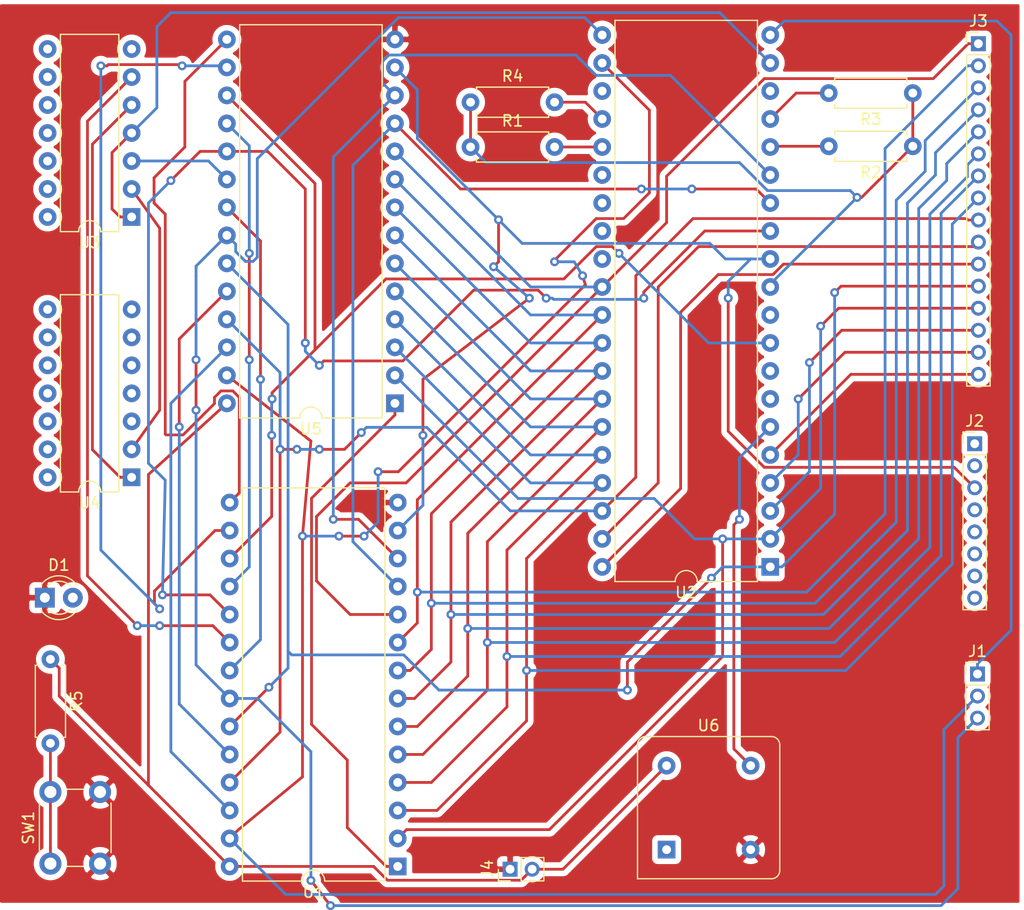
<source format=kicad_pcb>
(kicad_pcb (version 20171130) (host pcbnew 5.1.4)

  (general
    (thickness 1.6)
    (drawings 0)
    (tracks 490)
    (zones 0)
    (modules 17)
    (nets 45)
  )

  (page A4)
  (layers
    (0 F.Cu signal)
    (31 B.Cu signal)
    (32 B.Adhes user)
    (33 F.Adhes user)
    (34 B.Paste user)
    (35 F.Paste user)
    (36 B.SilkS user)
    (37 F.SilkS user)
    (38 B.Mask user)
    (39 F.Mask user)
    (40 Dwgs.User user)
    (41 Cmts.User user)
    (42 Eco1.User user)
    (43 Eco2.User user)
    (44 Edge.Cuts user)
    (45 Margin user)
    (46 B.CrtYd user)
    (47 F.CrtYd user)
    (48 B.Fab user)
    (49 F.Fab user)
  )

  (setup
    (last_trace_width 0.25)
    (trace_clearance 0.2)
    (zone_clearance 0.508)
    (zone_45_only no)
    (trace_min 0.2)
    (via_size 0.8)
    (via_drill 0.4)
    (via_min_size 0.4)
    (via_min_drill 0.3)
    (uvia_size 0.3)
    (uvia_drill 0.1)
    (uvias_allowed no)
    (uvia_min_size 0.2)
    (uvia_min_drill 0.1)
    (edge_width 0.05)
    (segment_width 0.2)
    (pcb_text_width 0.3)
    (pcb_text_size 1.5 1.5)
    (mod_edge_width 0.12)
    (mod_text_size 1 1)
    (mod_text_width 0.15)
    (pad_size 1.524 1.524)
    (pad_drill 0.762)
    (pad_to_mask_clearance 0.051)
    (solder_mask_min_width 0.25)
    (aux_axis_origin 0 0)
    (grid_origin 145.288 93.98)
    (visible_elements FFFFFF7F)
    (pcbplotparams
      (layerselection 0x010fc_ffffffff)
      (usegerberextensions false)
      (usegerberattributes false)
      (usegerberadvancedattributes false)
      (creategerberjobfile false)
      (excludeedgelayer true)
      (linewidth 0.100000)
      (plotframeref false)
      (viasonmask false)
      (mode 1)
      (useauxorigin false)
      (hpglpennumber 1)
      (hpglpenspeed 20)
      (hpglpendiameter 15.000000)
      (psnegative false)
      (psa4output false)
      (plotreference true)
      (plotvalue true)
      (plotinvisibletext false)
      (padsonsilk false)
      (subtractmaskfromsilk false)
      (outputformat 1)
      (mirror false)
      (drillshape 0)
      (scaleselection 1)
      (outputdirectory ""))
  )

  (net 0 "")
  (net 1 GND)
  (net 2 "Net-(D1-Pad2)")
  (net 3 IOREQ)
  (net 4 WR)
  (net 5 RD)
  (net 6 "Net-(J2-Pad1)")
  (net 7 "Net-(J2-Pad2)")
  (net 8 "Net-(J2-Pad3)")
  (net 9 "Net-(J2-Pad4)")
  (net 10 "Net-(J2-Pad5)")
  (net 11 "Net-(J2-Pad6)")
  (net 12 "Net-(J2-Pad7)")
  (net 13 "Net-(J2-Pad8)")
  (net 14 "Net-(J3-Pad1)")
  (net 15 "Net-(J3-Pad2)")
  (net 16 "Net-(J3-Pad3)")
  (net 17 "Net-(J3-Pad4)")
  (net 18 "Net-(J3-Pad5)")
  (net 19 "Net-(J3-Pad6)")
  (net 20 "Net-(J3-Pad7)")
  (net 21 "Net-(J3-Pad8)")
  (net 22 "Net-(J3-Pad9)")
  (net 23 "Net-(J3-Pad10)")
  (net 24 "Net-(J3-Pad11)")
  (net 25 "Net-(J3-Pad12)")
  (net 26 "Net-(J3-Pad13)")
  (net 27 "Net-(J3-Pad14)")
  (net 28 "Net-(J3-Pad15)")
  (net 29 A15)
  (net 30 VCC)
  (net 31 BUSREQ)
  (net 32 INT)
  (net 33 NMI)
  (net 34 WAIT)
  (net 35 "Net-(R5-Pad2)")
  (net 36 ROM_Lower)
  (net 37 "Net-(U2-Pad23)")
  (net 38 "Net-(U2-Pad6)")
  (net 39 "Net-(U2-Pad28)")
  (net 40 "Net-(U2-Pad18)")
  (net 41 MREQ)
  (net 42 "Net-(U3-Pad2)")
  (net 43 RAM_Upper)
  (net 44 "Net-(U6-Pad1)")

  (net_class Default "This is the default net class."
    (clearance 0.2)
    (trace_width 0.25)
    (via_dia 0.8)
    (via_drill 0.4)
    (uvia_dia 0.3)
    (uvia_drill 0.1)
    (add_net A15)
    (add_net BUSREQ)
    (add_net GND)
    (add_net INT)
    (add_net IOREQ)
    (add_net MREQ)
    (add_net NMI)
    (add_net "Net-(D1-Pad2)")
    (add_net "Net-(J2-Pad1)")
    (add_net "Net-(J2-Pad2)")
    (add_net "Net-(J2-Pad3)")
    (add_net "Net-(J2-Pad4)")
    (add_net "Net-(J2-Pad5)")
    (add_net "Net-(J2-Pad6)")
    (add_net "Net-(J2-Pad7)")
    (add_net "Net-(J2-Pad8)")
    (add_net "Net-(J3-Pad1)")
    (add_net "Net-(J3-Pad10)")
    (add_net "Net-(J3-Pad11)")
    (add_net "Net-(J3-Pad12)")
    (add_net "Net-(J3-Pad13)")
    (add_net "Net-(J3-Pad14)")
    (add_net "Net-(J3-Pad15)")
    (add_net "Net-(J3-Pad2)")
    (add_net "Net-(J3-Pad3)")
    (add_net "Net-(J3-Pad4)")
    (add_net "Net-(J3-Pad5)")
    (add_net "Net-(J3-Pad6)")
    (add_net "Net-(J3-Pad7)")
    (add_net "Net-(J3-Pad8)")
    (add_net "Net-(J3-Pad9)")
    (add_net "Net-(R5-Pad2)")
    (add_net "Net-(U2-Pad18)")
    (add_net "Net-(U2-Pad23)")
    (add_net "Net-(U2-Pad28)")
    (add_net "Net-(U2-Pad6)")
    (add_net "Net-(U3-Pad2)")
    (add_net "Net-(U6-Pad1)")
    (add_net RAM_Upper)
    (add_net RD)
    (add_net ROM_Lower)
    (add_net VCC)
    (add_net WAIT)
    (add_net WR)
  )

  (module Package_DIP:DIP-40_W15.24mm (layer F.Cu) (tedit 5A02E8C5) (tstamp 5D7A99EF)
    (at 118.11 125.222 180)
    (descr "40-lead though-hole mounted DIP package, row spacing 15.24 mm (600 mils)")
    (tags "THT DIP DIL PDIP 2.54mm 15.24mm 600mil")
    (path /5D6558A8)
    (fp_text reference U2 (at 7.62 -2.33) (layer F.SilkS)
      (effects (font (size 1 1) (thickness 0.15)))
    )
    (fp_text value Z80CPU (at 7.62 50.59) (layer F.Fab)
      (effects (font (size 1 1) (thickness 0.15)))
    )
    (fp_arc (start 7.62 -1.33) (end 6.62 -1.33) (angle -180) (layer F.SilkS) (width 0.12))
    (fp_line (start 1.255 -1.27) (end 14.985 -1.27) (layer F.Fab) (width 0.1))
    (fp_line (start 14.985 -1.27) (end 14.985 49.53) (layer F.Fab) (width 0.1))
    (fp_line (start 14.985 49.53) (end 0.255 49.53) (layer F.Fab) (width 0.1))
    (fp_line (start 0.255 49.53) (end 0.255 -0.27) (layer F.Fab) (width 0.1))
    (fp_line (start 0.255 -0.27) (end 1.255 -1.27) (layer F.Fab) (width 0.1))
    (fp_line (start 6.62 -1.33) (end 1.16 -1.33) (layer F.SilkS) (width 0.12))
    (fp_line (start 1.16 -1.33) (end 1.16 49.59) (layer F.SilkS) (width 0.12))
    (fp_line (start 1.16 49.59) (end 14.08 49.59) (layer F.SilkS) (width 0.12))
    (fp_line (start 14.08 49.59) (end 14.08 -1.33) (layer F.SilkS) (width 0.12))
    (fp_line (start 14.08 -1.33) (end 8.62 -1.33) (layer F.SilkS) (width 0.12))
    (fp_line (start -1.05 -1.55) (end -1.05 49.8) (layer F.CrtYd) (width 0.05))
    (fp_line (start -1.05 49.8) (end 16.3 49.8) (layer F.CrtYd) (width 0.05))
    (fp_line (start 16.3 49.8) (end 16.3 -1.55) (layer F.CrtYd) (width 0.05))
    (fp_line (start 16.3 -1.55) (end -1.05 -1.55) (layer F.CrtYd) (width 0.05))
    (fp_text user %R (at 7.62 24.13) (layer F.Fab)
      (effects (font (size 1 1) (thickness 0.15)))
    )
    (pad 1 thru_hole rect (at 0 0 180) (size 1.6 1.6) (drill 0.8) (layers *.Cu *.Mask)
      (net 25 "Net-(J3-Pad12)"))
    (pad 21 thru_hole oval (at 15.24 48.26 180) (size 1.6 1.6) (drill 0.8) (layers *.Cu *.Mask)
      (net 5 RD))
    (pad 2 thru_hole oval (at 0 2.54 180) (size 1.6 1.6) (drill 0.8) (layers *.Cu *.Mask)
      (net 26 "Net-(J3-Pad13)"))
    (pad 22 thru_hole oval (at 15.24 45.72 180) (size 1.6 1.6) (drill 0.8) (layers *.Cu *.Mask)
      (net 4 WR))
    (pad 3 thru_hole oval (at 0 5.08 180) (size 1.6 1.6) (drill 0.8) (layers *.Cu *.Mask)
      (net 27 "Net-(J3-Pad14)"))
    (pad 23 thru_hole oval (at 15.24 43.18 180) (size 1.6 1.6) (drill 0.8) (layers *.Cu *.Mask)
      (net 37 "Net-(U2-Pad23)"))
    (pad 4 thru_hole oval (at 0 7.62 180) (size 1.6 1.6) (drill 0.8) (layers *.Cu *.Mask)
      (net 28 "Net-(J3-Pad15)"))
    (pad 24 thru_hole oval (at 15.24 40.64 180) (size 1.6 1.6) (drill 0.8) (layers *.Cu *.Mask)
      (net 34 WAIT))
    (pad 5 thru_hole oval (at 0 10.16 180) (size 1.6 1.6) (drill 0.8) (layers *.Cu *.Mask)
      (net 29 A15))
    (pad 25 thru_hole oval (at 15.24 38.1 180) (size 1.6 1.6) (drill 0.8) (layers *.Cu *.Mask)
      (net 31 BUSREQ))
    (pad 6 thru_hole oval (at 0 12.7 180) (size 1.6 1.6) (drill 0.8) (layers *.Cu *.Mask)
      (net 38 "Net-(U2-Pad6)"))
    (pad 26 thru_hole oval (at 15.24 35.56 180) (size 1.6 1.6) (drill 0.8) (layers *.Cu *.Mask)
      (net 35 "Net-(R5-Pad2)"))
    (pad 7 thru_hole oval (at 0 15.24 180) (size 1.6 1.6) (drill 0.8) (layers *.Cu *.Mask)
      (net 10 "Net-(J2-Pad5)"))
    (pad 27 thru_hole oval (at 15.24 33.02 180) (size 1.6 1.6) (drill 0.8) (layers *.Cu *.Mask)
      (net 2 "Net-(D1-Pad2)"))
    (pad 8 thru_hole oval (at 0 17.78 180) (size 1.6 1.6) (drill 0.8) (layers *.Cu *.Mask)
      (net 9 "Net-(J2-Pad4)"))
    (pad 28 thru_hole oval (at 15.24 30.48 180) (size 1.6 1.6) (drill 0.8) (layers *.Cu *.Mask)
      (net 39 "Net-(U2-Pad28)"))
    (pad 9 thru_hole oval (at 0 20.32 180) (size 1.6 1.6) (drill 0.8) (layers *.Cu *.Mask)
      (net 11 "Net-(J2-Pad6)"))
    (pad 29 thru_hole oval (at 15.24 27.94 180) (size 1.6 1.6) (drill 0.8) (layers *.Cu *.Mask)
      (net 1 GND))
    (pad 10 thru_hole oval (at 0 22.86 180) (size 1.6 1.6) (drill 0.8) (layers *.Cu *.Mask)
      (net 12 "Net-(J2-Pad7)"))
    (pad 30 thru_hole oval (at 15.24 25.4 180) (size 1.6 1.6) (drill 0.8) (layers *.Cu *.Mask)
      (net 14 "Net-(J3-Pad1)"))
    (pad 11 thru_hole oval (at 0 25.4 180) (size 1.6 1.6) (drill 0.8) (layers *.Cu *.Mask)
      (net 30 VCC))
    (pad 31 thru_hole oval (at 15.24 22.86 180) (size 1.6 1.6) (drill 0.8) (layers *.Cu *.Mask)
      (net 15 "Net-(J3-Pad2)"))
    (pad 12 thru_hole oval (at 0 27.94 180) (size 1.6 1.6) (drill 0.8) (layers *.Cu *.Mask)
      (net 8 "Net-(J2-Pad3)"))
    (pad 32 thru_hole oval (at 15.24 20.32 180) (size 1.6 1.6) (drill 0.8) (layers *.Cu *.Mask)
      (net 16 "Net-(J3-Pad3)"))
    (pad 13 thru_hole oval (at 0 30.48 180) (size 1.6 1.6) (drill 0.8) (layers *.Cu *.Mask)
      (net 13 "Net-(J2-Pad8)"))
    (pad 33 thru_hole oval (at 15.24 17.78 180) (size 1.6 1.6) (drill 0.8) (layers *.Cu *.Mask)
      (net 17 "Net-(J3-Pad4)"))
    (pad 14 thru_hole oval (at 0 33.02 180) (size 1.6 1.6) (drill 0.8) (layers *.Cu *.Mask)
      (net 6 "Net-(J2-Pad1)"))
    (pad 34 thru_hole oval (at 15.24 15.24 180) (size 1.6 1.6) (drill 0.8) (layers *.Cu *.Mask)
      (net 18 "Net-(J3-Pad5)"))
    (pad 15 thru_hole oval (at 0 35.56 180) (size 1.6 1.6) (drill 0.8) (layers *.Cu *.Mask)
      (net 7 "Net-(J2-Pad2)"))
    (pad 35 thru_hole oval (at 15.24 12.7 180) (size 1.6 1.6) (drill 0.8) (layers *.Cu *.Mask)
      (net 19 "Net-(J3-Pad6)"))
    (pad 16 thru_hole oval (at 0 38.1 180) (size 1.6 1.6) (drill 0.8) (layers *.Cu *.Mask)
      (net 32 INT))
    (pad 36 thru_hole oval (at 15.24 10.16 180) (size 1.6 1.6) (drill 0.8) (layers *.Cu *.Mask)
      (net 20 "Net-(J3-Pad7)"))
    (pad 17 thru_hole oval (at 0 40.64 180) (size 1.6 1.6) (drill 0.8) (layers *.Cu *.Mask)
      (net 33 NMI))
    (pad 37 thru_hole oval (at 15.24 7.62 180) (size 1.6 1.6) (drill 0.8) (layers *.Cu *.Mask)
      (net 21 "Net-(J3-Pad8)"))
    (pad 18 thru_hole oval (at 0 43.18 180) (size 1.6 1.6) (drill 0.8) (layers *.Cu *.Mask)
      (net 40 "Net-(U2-Pad18)"))
    (pad 38 thru_hole oval (at 15.24 5.08 180) (size 1.6 1.6) (drill 0.8) (layers *.Cu *.Mask)
      (net 22 "Net-(J3-Pad9)"))
    (pad 19 thru_hole oval (at 0 45.72 180) (size 1.6 1.6) (drill 0.8) (layers *.Cu *.Mask)
      (net 41 MREQ))
    (pad 39 thru_hole oval (at 15.24 2.54 180) (size 1.6 1.6) (drill 0.8) (layers *.Cu *.Mask)
      (net 23 "Net-(J3-Pad10)"))
    (pad 20 thru_hole oval (at 0 48.26 180) (size 1.6 1.6) (drill 0.8) (layers *.Cu *.Mask)
      (net 3 IOREQ))
    (pad 40 thru_hole oval (at 15.24 0 180) (size 1.6 1.6) (drill 0.8) (layers *.Cu *.Mask)
      (net 24 "Net-(J3-Pad11)"))
    (model ${KISYS3DMOD}/Package_DIP.3dshapes/DIP-40_W15.24mm.wrl
      (at (xyz 0 0 0))
      (scale (xyz 1 1 1))
      (rotate (xyz 0 0 0))
    )
  )

  (module Resistor_THT:R_Axial_DIN0207_L6.3mm_D2.5mm_P7.62mm_Horizontal (layer F.Cu) (tedit 5AE5139B) (tstamp 5D7A9908)
    (at 90.932 87.122)
    (descr "Resistor, Axial_DIN0207 series, Axial, Horizontal, pin pitch=7.62mm, 0.25W = 1/4W, length*diameter=6.3*2.5mm^2, http://cdn-reichelt.de/documents/datenblatt/B400/1_4W%23YAG.pdf")
    (tags "Resistor Axial_DIN0207 series Axial Horizontal pin pitch 7.62mm 0.25W = 1/4W length 6.3mm diameter 2.5mm")
    (path /5D6D4FD2)
    (fp_text reference R1 (at 3.81 -2.37) (layer F.SilkS)
      (effects (font (size 1 1) (thickness 0.15)))
    )
    (fp_text value 10k (at 3.81 2.37) (layer F.Fab)
      (effects (font (size 1 1) (thickness 0.15)))
    )
    (fp_line (start 0.66 -1.25) (end 0.66 1.25) (layer F.Fab) (width 0.1))
    (fp_line (start 0.66 1.25) (end 6.96 1.25) (layer F.Fab) (width 0.1))
    (fp_line (start 6.96 1.25) (end 6.96 -1.25) (layer F.Fab) (width 0.1))
    (fp_line (start 6.96 -1.25) (end 0.66 -1.25) (layer F.Fab) (width 0.1))
    (fp_line (start 0 0) (end 0.66 0) (layer F.Fab) (width 0.1))
    (fp_line (start 7.62 0) (end 6.96 0) (layer F.Fab) (width 0.1))
    (fp_line (start 0.54 -1.04) (end 0.54 -1.37) (layer F.SilkS) (width 0.12))
    (fp_line (start 0.54 -1.37) (end 7.08 -1.37) (layer F.SilkS) (width 0.12))
    (fp_line (start 7.08 -1.37) (end 7.08 -1.04) (layer F.SilkS) (width 0.12))
    (fp_line (start 0.54 1.04) (end 0.54 1.37) (layer F.SilkS) (width 0.12))
    (fp_line (start 0.54 1.37) (end 7.08 1.37) (layer F.SilkS) (width 0.12))
    (fp_line (start 7.08 1.37) (end 7.08 1.04) (layer F.SilkS) (width 0.12))
    (fp_line (start -1.05 -1.5) (end -1.05 1.5) (layer F.CrtYd) (width 0.05))
    (fp_line (start -1.05 1.5) (end 8.67 1.5) (layer F.CrtYd) (width 0.05))
    (fp_line (start 8.67 1.5) (end 8.67 -1.5) (layer F.CrtYd) (width 0.05))
    (fp_line (start 8.67 -1.5) (end -1.05 -1.5) (layer F.CrtYd) (width 0.05))
    (fp_text user %R (at 3.81 0) (layer F.Fab)
      (effects (font (size 1 1) (thickness 0.15)))
    )
    (pad 1 thru_hole circle (at 0 0) (size 1.6 1.6) (drill 0.8) (layers *.Cu *.Mask)
      (net 30 VCC))
    (pad 2 thru_hole oval (at 7.62 0) (size 1.6 1.6) (drill 0.8) (layers *.Cu *.Mask)
      (net 31 BUSREQ))
    (model ${KISYS3DMOD}/Resistor_THT.3dshapes/R_Axial_DIN0207_L6.3mm_D2.5mm_P7.62mm_Horizontal.wrl
      (at (xyz 0 0 0))
      (scale (xyz 1 1 1))
      (rotate (xyz 0 0 0))
    )
  )

  (module LED_THT:LED_D3.0mm (layer F.Cu) (tedit 587A3A7B) (tstamp 5D7AB863)
    (at 52.324 128.016)
    (descr "LED, diameter 3.0mm, 2 pins")
    (tags "LED diameter 3.0mm 2 pins")
    (path /5D73A7B9)
    (fp_text reference D1 (at 1.27 -2.96) (layer F.SilkS)
      (effects (font (size 1 1) (thickness 0.15)))
    )
    (fp_text value LED (at 1.27 2.96) (layer F.Fab)
      (effects (font (size 1 1) (thickness 0.15)))
    )
    (fp_arc (start 1.27 0) (end -0.23 -1.16619) (angle 284.3) (layer F.Fab) (width 0.1))
    (fp_arc (start 1.27 0) (end -0.29 -1.235516) (angle 108.8) (layer F.SilkS) (width 0.12))
    (fp_arc (start 1.27 0) (end -0.29 1.235516) (angle -108.8) (layer F.SilkS) (width 0.12))
    (fp_arc (start 1.27 0) (end 0.229039 -1.08) (angle 87.9) (layer F.SilkS) (width 0.12))
    (fp_arc (start 1.27 0) (end 0.229039 1.08) (angle -87.9) (layer F.SilkS) (width 0.12))
    (fp_circle (center 1.27 0) (end 2.77 0) (layer F.Fab) (width 0.1))
    (fp_line (start -0.23 -1.16619) (end -0.23 1.16619) (layer F.Fab) (width 0.1))
    (fp_line (start -0.29 -1.236) (end -0.29 -1.08) (layer F.SilkS) (width 0.12))
    (fp_line (start -0.29 1.08) (end -0.29 1.236) (layer F.SilkS) (width 0.12))
    (fp_line (start -1.15 -2.25) (end -1.15 2.25) (layer F.CrtYd) (width 0.05))
    (fp_line (start -1.15 2.25) (end 3.7 2.25) (layer F.CrtYd) (width 0.05))
    (fp_line (start 3.7 2.25) (end 3.7 -2.25) (layer F.CrtYd) (width 0.05))
    (fp_line (start 3.7 -2.25) (end -1.15 -2.25) (layer F.CrtYd) (width 0.05))
    (pad 1 thru_hole rect (at 0 0) (size 1.8 1.8) (drill 0.9) (layers *.Cu *.Mask)
      (net 1 GND))
    (pad 2 thru_hole circle (at 2.54 0) (size 1.8 1.8) (drill 0.9) (layers *.Cu *.Mask)
      (net 2 "Net-(D1-Pad2)"))
    (model ${KISYS3DMOD}/LED_THT.3dshapes/LED_D3.0mm.wrl
      (at (xyz 0 0 0))
      (scale (xyz 1 1 1))
      (rotate (xyz 0 0 0))
    )
  )

  (module Connector_PinHeader_2.00mm:PinHeader_1x03_P2.00mm_Vertical (layer F.Cu) (tedit 59FED667) (tstamp 5D7AB519)
    (at 136.906 134.938)
    (descr "Through hole straight pin header, 1x03, 2.00mm pitch, single row")
    (tags "Through hole pin header THT 1x03 2.00mm single row")
    (path /5D86E3BA)
    (fp_text reference J1 (at 0 -2.06) (layer F.SilkS)
      (effects (font (size 1 1) (thickness 0.15)))
    )
    (fp_text value "IO Control" (at 0 6.06) (layer F.Fab)
      (effects (font (size 1 1) (thickness 0.15)))
    )
    (fp_line (start -0.5 -1) (end 1 -1) (layer F.Fab) (width 0.1))
    (fp_line (start 1 -1) (end 1 5) (layer F.Fab) (width 0.1))
    (fp_line (start 1 5) (end -1 5) (layer F.Fab) (width 0.1))
    (fp_line (start -1 5) (end -1 -0.5) (layer F.Fab) (width 0.1))
    (fp_line (start -1 -0.5) (end -0.5 -1) (layer F.Fab) (width 0.1))
    (fp_line (start -1.06 5.06) (end 1.06 5.06) (layer F.SilkS) (width 0.12))
    (fp_line (start -1.06 1) (end -1.06 5.06) (layer F.SilkS) (width 0.12))
    (fp_line (start 1.06 1) (end 1.06 5.06) (layer F.SilkS) (width 0.12))
    (fp_line (start -1.06 1) (end 1.06 1) (layer F.SilkS) (width 0.12))
    (fp_line (start -1.06 0) (end -1.06 -1.06) (layer F.SilkS) (width 0.12))
    (fp_line (start -1.06 -1.06) (end 0 -1.06) (layer F.SilkS) (width 0.12))
    (fp_line (start -1.5 -1.5) (end -1.5 5.5) (layer F.CrtYd) (width 0.05))
    (fp_line (start -1.5 5.5) (end 1.5 5.5) (layer F.CrtYd) (width 0.05))
    (fp_line (start 1.5 5.5) (end 1.5 -1.5) (layer F.CrtYd) (width 0.05))
    (fp_line (start 1.5 -1.5) (end -1.5 -1.5) (layer F.CrtYd) (width 0.05))
    (fp_text user %R (at 0 2 90) (layer F.Fab)
      (effects (font (size 1 1) (thickness 0.15)))
    )
    (pad 1 thru_hole rect (at 0 0) (size 1.35 1.35) (drill 0.8) (layers *.Cu *.Mask)
      (net 3 IOREQ))
    (pad 2 thru_hole oval (at 0 2) (size 1.35 1.35) (drill 0.8) (layers *.Cu *.Mask)
      (net 4 WR))
    (pad 3 thru_hole oval (at 0 4) (size 1.35 1.35) (drill 0.8) (layers *.Cu *.Mask)
      (net 5 RD))
    (model ${KISYS3DMOD}/Connector_PinHeader_2.00mm.3dshapes/PinHeader_1x03_P2.00mm_Vertical.wrl
      (at (xyz 0 0 0))
      (scale (xyz 1 1 1))
      (rotate (xyz 0 0 0))
    )
  )

  (module Connector_PinHeader_2.00mm:PinHeader_1x08_P2.00mm_Vertical (layer F.Cu) (tedit 59FED667) (tstamp 5D7ABA44)
    (at 136.652 114.046)
    (descr "Through hole straight pin header, 1x08, 2.00mm pitch, single row")
    (tags "Through hole pin header THT 1x08 2.00mm single row")
    (path /5D8C28DC)
    (fp_text reference J2 (at 0 -2.06) (layer F.SilkS)
      (effects (font (size 1 1) (thickness 0.15)))
    )
    (fp_text value "IO Data" (at 0 16.06) (layer F.Fab)
      (effects (font (size 1 1) (thickness 0.15)))
    )
    (fp_line (start -0.5 -1) (end 1 -1) (layer F.Fab) (width 0.1))
    (fp_line (start 1 -1) (end 1 15) (layer F.Fab) (width 0.1))
    (fp_line (start 1 15) (end -1 15) (layer F.Fab) (width 0.1))
    (fp_line (start -1 15) (end -1 -0.5) (layer F.Fab) (width 0.1))
    (fp_line (start -1 -0.5) (end -0.5 -1) (layer F.Fab) (width 0.1))
    (fp_line (start -1.06 15.06) (end 1.06 15.06) (layer F.SilkS) (width 0.12))
    (fp_line (start -1.06 1) (end -1.06 15.06) (layer F.SilkS) (width 0.12))
    (fp_line (start 1.06 1) (end 1.06 15.06) (layer F.SilkS) (width 0.12))
    (fp_line (start -1.06 1) (end 1.06 1) (layer F.SilkS) (width 0.12))
    (fp_line (start -1.06 0) (end -1.06 -1.06) (layer F.SilkS) (width 0.12))
    (fp_line (start -1.06 -1.06) (end 0 -1.06) (layer F.SilkS) (width 0.12))
    (fp_line (start -1.5 -1.5) (end -1.5 15.5) (layer F.CrtYd) (width 0.05))
    (fp_line (start -1.5 15.5) (end 1.5 15.5) (layer F.CrtYd) (width 0.05))
    (fp_line (start 1.5 15.5) (end 1.5 -1.5) (layer F.CrtYd) (width 0.05))
    (fp_line (start 1.5 -1.5) (end -1.5 -1.5) (layer F.CrtYd) (width 0.05))
    (fp_text user %R (at 0 7 180) (layer F.Fab)
      (effects (font (size 1 1) (thickness 0.15)))
    )
    (pad 1 thru_hole rect (at 0 0) (size 1.35 1.35) (drill 0.8) (layers *.Cu *.Mask)
      (net 6 "Net-(J2-Pad1)"))
    (pad 2 thru_hole oval (at 0 2) (size 1.35 1.35) (drill 0.8) (layers *.Cu *.Mask)
      (net 7 "Net-(J2-Pad2)"))
    (pad 3 thru_hole oval (at 0 4) (size 1.35 1.35) (drill 0.8) (layers *.Cu *.Mask)
      (net 8 "Net-(J2-Pad3)"))
    (pad 4 thru_hole oval (at 0 6) (size 1.35 1.35) (drill 0.8) (layers *.Cu *.Mask)
      (net 9 "Net-(J2-Pad4)"))
    (pad 5 thru_hole oval (at 0 8) (size 1.35 1.35) (drill 0.8) (layers *.Cu *.Mask)
      (net 10 "Net-(J2-Pad5)"))
    (pad 6 thru_hole oval (at 0 10) (size 1.35 1.35) (drill 0.8) (layers *.Cu *.Mask)
      (net 11 "Net-(J2-Pad6)"))
    (pad 7 thru_hole oval (at 0 12) (size 1.35 1.35) (drill 0.8) (layers *.Cu *.Mask)
      (net 12 "Net-(J2-Pad7)"))
    (pad 8 thru_hole oval (at 0 14) (size 1.35 1.35) (drill 0.8) (layers *.Cu *.Mask)
      (net 13 "Net-(J2-Pad8)"))
    (model ${KISYS3DMOD}/Connector_PinHeader_2.00mm.3dshapes/PinHeader_1x08_P2.00mm_Vertical.wrl
      (at (xyz 0 0 0))
      (scale (xyz 1 1 1))
      (rotate (xyz 0 0 0))
    )
  )

  (module Connector_PinHeader_2.00mm:PinHeader_1x16_P2.00mm_Vertical (layer F.Cu) (tedit 59FED667) (tstamp 5D7AB46C)
    (at 136.986 77.75)
    (descr "Through hole straight pin header, 1x16, 2.00mm pitch, single row")
    (tags "Through hole pin header THT 1x16 2.00mm single row")
    (path /5DA1C4B0)
    (fp_text reference J3 (at 0 -2.06) (layer F.SilkS)
      (effects (font (size 1 1) (thickness 0.15)))
    )
    (fp_text value "IO Address" (at 0 32.06) (layer F.Fab)
      (effects (font (size 1 1) (thickness 0.15)))
    )
    (fp_line (start -0.5 -1) (end 1 -1) (layer F.Fab) (width 0.1))
    (fp_line (start 1 -1) (end 1 31) (layer F.Fab) (width 0.1))
    (fp_line (start 1 31) (end -1 31) (layer F.Fab) (width 0.1))
    (fp_line (start -1 31) (end -1 -0.5) (layer F.Fab) (width 0.1))
    (fp_line (start -1 -0.5) (end -0.5 -1) (layer F.Fab) (width 0.1))
    (fp_line (start -1.06 31.06) (end 1.06 31.06) (layer F.SilkS) (width 0.12))
    (fp_line (start -1.06 1) (end -1.06 31.06) (layer F.SilkS) (width 0.12))
    (fp_line (start 1.06 1) (end 1.06 31.06) (layer F.SilkS) (width 0.12))
    (fp_line (start -1.06 1) (end 1.06 1) (layer F.SilkS) (width 0.12))
    (fp_line (start -1.06 0) (end -1.06 -1.06) (layer F.SilkS) (width 0.12))
    (fp_line (start -1.06 -1.06) (end 0 -1.06) (layer F.SilkS) (width 0.12))
    (fp_line (start -1.5 -1.5) (end -1.5 31.5) (layer F.CrtYd) (width 0.05))
    (fp_line (start -1.5 31.5) (end 1.5 31.5) (layer F.CrtYd) (width 0.05))
    (fp_line (start 1.5 31.5) (end 1.5 -1.5) (layer F.CrtYd) (width 0.05))
    (fp_line (start 1.5 -1.5) (end -1.5 -1.5) (layer F.CrtYd) (width 0.05))
    (fp_text user %R (at 0 15 90) (layer F.Fab)
      (effects (font (size 1 1) (thickness 0.15)))
    )
    (pad 1 thru_hole rect (at 0 0) (size 1.35 1.35) (drill 0.8) (layers *.Cu *.Mask)
      (net 14 "Net-(J3-Pad1)"))
    (pad 2 thru_hole oval (at 0 2) (size 1.35 1.35) (drill 0.8) (layers *.Cu *.Mask)
      (net 15 "Net-(J3-Pad2)"))
    (pad 3 thru_hole oval (at 0 4) (size 1.35 1.35) (drill 0.8) (layers *.Cu *.Mask)
      (net 16 "Net-(J3-Pad3)"))
    (pad 4 thru_hole oval (at 0 6) (size 1.35 1.35) (drill 0.8) (layers *.Cu *.Mask)
      (net 17 "Net-(J3-Pad4)"))
    (pad 5 thru_hole oval (at 0 8) (size 1.35 1.35) (drill 0.8) (layers *.Cu *.Mask)
      (net 18 "Net-(J3-Pad5)"))
    (pad 6 thru_hole oval (at 0 10) (size 1.35 1.35) (drill 0.8) (layers *.Cu *.Mask)
      (net 19 "Net-(J3-Pad6)"))
    (pad 7 thru_hole oval (at 0 12) (size 1.35 1.35) (drill 0.8) (layers *.Cu *.Mask)
      (net 20 "Net-(J3-Pad7)"))
    (pad 8 thru_hole oval (at 0 14) (size 1.35 1.35) (drill 0.8) (layers *.Cu *.Mask)
      (net 21 "Net-(J3-Pad8)"))
    (pad 9 thru_hole oval (at 0 16) (size 1.35 1.35) (drill 0.8) (layers *.Cu *.Mask)
      (net 22 "Net-(J3-Pad9)"))
    (pad 10 thru_hole oval (at 0 18) (size 1.35 1.35) (drill 0.8) (layers *.Cu *.Mask)
      (net 23 "Net-(J3-Pad10)"))
    (pad 11 thru_hole oval (at 0 20) (size 1.35 1.35) (drill 0.8) (layers *.Cu *.Mask)
      (net 24 "Net-(J3-Pad11)"))
    (pad 12 thru_hole oval (at 0 22) (size 1.35 1.35) (drill 0.8) (layers *.Cu *.Mask)
      (net 25 "Net-(J3-Pad12)"))
    (pad 13 thru_hole oval (at 0 24) (size 1.35 1.35) (drill 0.8) (layers *.Cu *.Mask)
      (net 26 "Net-(J3-Pad13)"))
    (pad 14 thru_hole oval (at 0 26) (size 1.35 1.35) (drill 0.8) (layers *.Cu *.Mask)
      (net 27 "Net-(J3-Pad14)"))
    (pad 15 thru_hole oval (at 0 28) (size 1.35 1.35) (drill 0.8) (layers *.Cu *.Mask)
      (net 28 "Net-(J3-Pad15)"))
    (pad 16 thru_hole oval (at 0 30) (size 1.35 1.35) (drill 0.8) (layers *.Cu *.Mask)
      (net 29 A15))
    (model ${KISYS3DMOD}/Connector_PinHeader_2.00mm.3dshapes/PinHeader_1x16_P2.00mm_Vertical.wrl
      (at (xyz 0 0 0))
      (scale (xyz 1 1 1))
      (rotate (xyz 0 0 0))
    )
  )

  (module Connector_PinHeader_2.00mm:PinHeader_1x02_P2.00mm_Vertical (layer F.Cu) (tedit 59FED667) (tstamp 5D7AB7A2)
    (at 94.52 152.654 90)
    (descr "Through hole straight pin header, 1x02, 2.00mm pitch, single row")
    (tags "Through hole pin header THT 1x02 2.00mm single row")
    (path /5D8545F1)
    (fp_text reference J4 (at 0 -2.06 90) (layer F.SilkS)
      (effects (font (size 1 1) (thickness 0.15)))
    )
    (fp_text value Power (at 0 4.06 90) (layer F.Fab)
      (effects (font (size 1 1) (thickness 0.15)))
    )
    (fp_line (start -0.5 -1) (end 1 -1) (layer F.Fab) (width 0.1))
    (fp_line (start 1 -1) (end 1 3) (layer F.Fab) (width 0.1))
    (fp_line (start 1 3) (end -1 3) (layer F.Fab) (width 0.1))
    (fp_line (start -1 3) (end -1 -0.5) (layer F.Fab) (width 0.1))
    (fp_line (start -1 -0.5) (end -0.5 -1) (layer F.Fab) (width 0.1))
    (fp_line (start -1.06 3.06) (end 1.06 3.06) (layer F.SilkS) (width 0.12))
    (fp_line (start -1.06 1) (end -1.06 3.06) (layer F.SilkS) (width 0.12))
    (fp_line (start 1.06 1) (end 1.06 3.06) (layer F.SilkS) (width 0.12))
    (fp_line (start -1.06 1) (end 1.06 1) (layer F.SilkS) (width 0.12))
    (fp_line (start -1.06 0) (end -1.06 -1.06) (layer F.SilkS) (width 0.12))
    (fp_line (start -1.06 -1.06) (end 0 -1.06) (layer F.SilkS) (width 0.12))
    (fp_line (start -1.5 -1.5) (end -1.5 3.5) (layer F.CrtYd) (width 0.05))
    (fp_line (start -1.5 3.5) (end 1.5 3.5) (layer F.CrtYd) (width 0.05))
    (fp_line (start 1.5 3.5) (end 1.5 -1.5) (layer F.CrtYd) (width 0.05))
    (fp_line (start 1.5 -1.5) (end -1.5 -1.5) (layer F.CrtYd) (width 0.05))
    (fp_text user %R (at 0 1) (layer F.Fab)
      (effects (font (size 1 1) (thickness 0.15)))
    )
    (pad 1 thru_hole rect (at 0 0 90) (size 1.35 1.35) (drill 0.8) (layers *.Cu *.Mask)
      (net 1 GND))
    (pad 2 thru_hole oval (at 0 2 90) (size 1.35 1.35) (drill 0.8) (layers *.Cu *.Mask)
      (net 30 VCC))
    (model ${KISYS3DMOD}/Connector_PinHeader_2.00mm.3dshapes/PinHeader_1x02_P2.00mm_Vertical.wrl
      (at (xyz 0 0 0))
      (scale (xyz 1 1 1))
      (rotate (xyz 0 0 0))
    )
  )

  (module Resistor_THT:R_Axial_DIN0207_L6.3mm_D2.5mm_P7.62mm_Horizontal (layer F.Cu) (tedit 5AE5139B) (tstamp 5D7A991F)
    (at 131.038 87.055 180)
    (descr "Resistor, Axial_DIN0207 series, Axial, Horizontal, pin pitch=7.62mm, 0.25W = 1/4W, length*diameter=6.3*2.5mm^2, http://cdn-reichelt.de/documents/datenblatt/B400/1_4W%23YAG.pdf")
    (tags "Resistor Axial_DIN0207 series Axial Horizontal pin pitch 7.62mm 0.25W = 1/4W length 6.3mm diameter 2.5mm")
    (path /5D6D5577)
    (fp_text reference R2 (at 3.81 -2.37) (layer F.SilkS)
      (effects (font (size 1 1) (thickness 0.15)))
    )
    (fp_text value 10k (at 3.81 2.37) (layer F.Fab)
      (effects (font (size 1 1) (thickness 0.15)))
    )
    (fp_text user %R (at 3.81 0) (layer F.Fab)
      (effects (font (size 1 1) (thickness 0.15)))
    )
    (fp_line (start 8.67 -1.5) (end -1.05 -1.5) (layer F.CrtYd) (width 0.05))
    (fp_line (start 8.67 1.5) (end 8.67 -1.5) (layer F.CrtYd) (width 0.05))
    (fp_line (start -1.05 1.5) (end 8.67 1.5) (layer F.CrtYd) (width 0.05))
    (fp_line (start -1.05 -1.5) (end -1.05 1.5) (layer F.CrtYd) (width 0.05))
    (fp_line (start 7.08 1.37) (end 7.08 1.04) (layer F.SilkS) (width 0.12))
    (fp_line (start 0.54 1.37) (end 7.08 1.37) (layer F.SilkS) (width 0.12))
    (fp_line (start 0.54 1.04) (end 0.54 1.37) (layer F.SilkS) (width 0.12))
    (fp_line (start 7.08 -1.37) (end 7.08 -1.04) (layer F.SilkS) (width 0.12))
    (fp_line (start 0.54 -1.37) (end 7.08 -1.37) (layer F.SilkS) (width 0.12))
    (fp_line (start 0.54 -1.04) (end 0.54 -1.37) (layer F.SilkS) (width 0.12))
    (fp_line (start 7.62 0) (end 6.96 0) (layer F.Fab) (width 0.1))
    (fp_line (start 0 0) (end 0.66 0) (layer F.Fab) (width 0.1))
    (fp_line (start 6.96 -1.25) (end 0.66 -1.25) (layer F.Fab) (width 0.1))
    (fp_line (start 6.96 1.25) (end 6.96 -1.25) (layer F.Fab) (width 0.1))
    (fp_line (start 0.66 1.25) (end 6.96 1.25) (layer F.Fab) (width 0.1))
    (fp_line (start 0.66 -1.25) (end 0.66 1.25) (layer F.Fab) (width 0.1))
    (pad 2 thru_hole oval (at 7.62 0 180) (size 1.6 1.6) (drill 0.8) (layers *.Cu *.Mask)
      (net 32 INT))
    (pad 1 thru_hole circle (at 0 0 180) (size 1.6 1.6) (drill 0.8) (layers *.Cu *.Mask)
      (net 30 VCC))
    (model ${KISYS3DMOD}/Resistor_THT.3dshapes/R_Axial_DIN0207_L6.3mm_D2.5mm_P7.62mm_Horizontal.wrl
      (at (xyz 0 0 0))
      (scale (xyz 1 1 1))
      (rotate (xyz 0 0 0))
    )
  )

  (module Resistor_THT:R_Axial_DIN0207_L6.3mm_D2.5mm_P7.62mm_Horizontal (layer F.Cu) (tedit 5AE5139B) (tstamp 5D7A9936)
    (at 131.038 82.23 180)
    (descr "Resistor, Axial_DIN0207 series, Axial, Horizontal, pin pitch=7.62mm, 0.25W = 1/4W, length*diameter=6.3*2.5mm^2, http://cdn-reichelt.de/documents/datenblatt/B400/1_4W%23YAG.pdf")
    (tags "Resistor Axial_DIN0207 series Axial Horizontal pin pitch 7.62mm 0.25W = 1/4W length 6.3mm diameter 2.5mm")
    (path /5D6D59CB)
    (fp_text reference R3 (at 3.81 -2.37) (layer F.SilkS)
      (effects (font (size 1 1) (thickness 0.15)))
    )
    (fp_text value 10k (at 3.81 2.37) (layer F.Fab)
      (effects (font (size 1 1) (thickness 0.15)))
    )
    (fp_line (start 0.66 -1.25) (end 0.66 1.25) (layer F.Fab) (width 0.1))
    (fp_line (start 0.66 1.25) (end 6.96 1.25) (layer F.Fab) (width 0.1))
    (fp_line (start 6.96 1.25) (end 6.96 -1.25) (layer F.Fab) (width 0.1))
    (fp_line (start 6.96 -1.25) (end 0.66 -1.25) (layer F.Fab) (width 0.1))
    (fp_line (start 0 0) (end 0.66 0) (layer F.Fab) (width 0.1))
    (fp_line (start 7.62 0) (end 6.96 0) (layer F.Fab) (width 0.1))
    (fp_line (start 0.54 -1.04) (end 0.54 -1.37) (layer F.SilkS) (width 0.12))
    (fp_line (start 0.54 -1.37) (end 7.08 -1.37) (layer F.SilkS) (width 0.12))
    (fp_line (start 7.08 -1.37) (end 7.08 -1.04) (layer F.SilkS) (width 0.12))
    (fp_line (start 0.54 1.04) (end 0.54 1.37) (layer F.SilkS) (width 0.12))
    (fp_line (start 0.54 1.37) (end 7.08 1.37) (layer F.SilkS) (width 0.12))
    (fp_line (start 7.08 1.37) (end 7.08 1.04) (layer F.SilkS) (width 0.12))
    (fp_line (start -1.05 -1.5) (end -1.05 1.5) (layer F.CrtYd) (width 0.05))
    (fp_line (start -1.05 1.5) (end 8.67 1.5) (layer F.CrtYd) (width 0.05))
    (fp_line (start 8.67 1.5) (end 8.67 -1.5) (layer F.CrtYd) (width 0.05))
    (fp_line (start 8.67 -1.5) (end -1.05 -1.5) (layer F.CrtYd) (width 0.05))
    (fp_text user %R (at 3.81 0) (layer F.Fab)
      (effects (font (size 1 1) (thickness 0.15)))
    )
    (pad 1 thru_hole circle (at 0 0 180) (size 1.6 1.6) (drill 0.8) (layers *.Cu *.Mask)
      (net 30 VCC))
    (pad 2 thru_hole oval (at 7.62 0 180) (size 1.6 1.6) (drill 0.8) (layers *.Cu *.Mask)
      (net 33 NMI))
    (model ${KISYS3DMOD}/Resistor_THT.3dshapes/R_Axial_DIN0207_L6.3mm_D2.5mm_P7.62mm_Horizontal.wrl
      (at (xyz 0 0 0))
      (scale (xyz 1 1 1))
      (rotate (xyz 0 0 0))
    )
  )

  (module Resistor_THT:R_Axial_DIN0207_L6.3mm_D2.5mm_P7.62mm_Horizontal (layer F.Cu) (tedit 5AE5139B) (tstamp 5D7AAD5F)
    (at 90.932 83.058)
    (descr "Resistor, Axial_DIN0207 series, Axial, Horizontal, pin pitch=7.62mm, 0.25W = 1/4W, length*diameter=6.3*2.5mm^2, http://cdn-reichelt.de/documents/datenblatt/B400/1_4W%23YAG.pdf")
    (tags "Resistor Axial_DIN0207 series Axial Horizontal pin pitch 7.62mm 0.25W = 1/4W length 6.3mm diameter 2.5mm")
    (path /5D6D5F1A)
    (fp_text reference R4 (at 3.81 -2.37) (layer F.SilkS)
      (effects (font (size 1 1) (thickness 0.15)))
    )
    (fp_text value 10k (at 3.81 2.37) (layer F.Fab)
      (effects (font (size 1 1) (thickness 0.15)))
    )
    (fp_text user %R (at 3.81 0) (layer F.Fab)
      (effects (font (size 1 1) (thickness 0.15)))
    )
    (fp_line (start 8.67 -1.5) (end -1.05 -1.5) (layer F.CrtYd) (width 0.05))
    (fp_line (start 8.67 1.5) (end 8.67 -1.5) (layer F.CrtYd) (width 0.05))
    (fp_line (start -1.05 1.5) (end 8.67 1.5) (layer F.CrtYd) (width 0.05))
    (fp_line (start -1.05 -1.5) (end -1.05 1.5) (layer F.CrtYd) (width 0.05))
    (fp_line (start 7.08 1.37) (end 7.08 1.04) (layer F.SilkS) (width 0.12))
    (fp_line (start 0.54 1.37) (end 7.08 1.37) (layer F.SilkS) (width 0.12))
    (fp_line (start 0.54 1.04) (end 0.54 1.37) (layer F.SilkS) (width 0.12))
    (fp_line (start 7.08 -1.37) (end 7.08 -1.04) (layer F.SilkS) (width 0.12))
    (fp_line (start 0.54 -1.37) (end 7.08 -1.37) (layer F.SilkS) (width 0.12))
    (fp_line (start 0.54 -1.04) (end 0.54 -1.37) (layer F.SilkS) (width 0.12))
    (fp_line (start 7.62 0) (end 6.96 0) (layer F.Fab) (width 0.1))
    (fp_line (start 0 0) (end 0.66 0) (layer F.Fab) (width 0.1))
    (fp_line (start 6.96 -1.25) (end 0.66 -1.25) (layer F.Fab) (width 0.1))
    (fp_line (start 6.96 1.25) (end 6.96 -1.25) (layer F.Fab) (width 0.1))
    (fp_line (start 0.66 1.25) (end 6.96 1.25) (layer F.Fab) (width 0.1))
    (fp_line (start 0.66 -1.25) (end 0.66 1.25) (layer F.Fab) (width 0.1))
    (pad 2 thru_hole oval (at 7.62 0) (size 1.6 1.6) (drill 0.8) (layers *.Cu *.Mask)
      (net 34 WAIT))
    (pad 1 thru_hole circle (at 0 0) (size 1.6 1.6) (drill 0.8) (layers *.Cu *.Mask)
      (net 30 VCC))
    (model ${KISYS3DMOD}/Resistor_THT.3dshapes/R_Axial_DIN0207_L6.3mm_D2.5mm_P7.62mm_Horizontal.wrl
      (at (xyz 0 0 0))
      (scale (xyz 1 1 1))
      (rotate (xyz 0 0 0))
    )
  )

  (module Resistor_THT:R_Axial_DIN0207_L6.3mm_D2.5mm_P7.62mm_Horizontal (layer F.Cu) (tedit 5AE5139B) (tstamp 5D7AC306)
    (at 52.832 133.604 270)
    (descr "Resistor, Axial_DIN0207 series, Axial, Horizontal, pin pitch=7.62mm, 0.25W = 1/4W, length*diameter=6.3*2.5mm^2, http://cdn-reichelt.de/documents/datenblatt/B400/1_4W%23YAG.pdf")
    (tags "Resistor Axial_DIN0207 series Axial Horizontal pin pitch 7.62mm 0.25W = 1/4W length 6.3mm diameter 2.5mm")
    (path /5D77909E)
    (fp_text reference R5 (at 3.81 -2.37 90) (layer F.SilkS)
      (effects (font (size 1 1) (thickness 0.15)))
    )
    (fp_text value 10k (at 3.81 2.37 90) (layer F.Fab)
      (effects (font (size 1 1) (thickness 0.15)))
    )
    (fp_line (start 0.66 -1.25) (end 0.66 1.25) (layer F.Fab) (width 0.1))
    (fp_line (start 0.66 1.25) (end 6.96 1.25) (layer F.Fab) (width 0.1))
    (fp_line (start 6.96 1.25) (end 6.96 -1.25) (layer F.Fab) (width 0.1))
    (fp_line (start 6.96 -1.25) (end 0.66 -1.25) (layer F.Fab) (width 0.1))
    (fp_line (start 0 0) (end 0.66 0) (layer F.Fab) (width 0.1))
    (fp_line (start 7.62 0) (end 6.96 0) (layer F.Fab) (width 0.1))
    (fp_line (start 0.54 -1.04) (end 0.54 -1.37) (layer F.SilkS) (width 0.12))
    (fp_line (start 0.54 -1.37) (end 7.08 -1.37) (layer F.SilkS) (width 0.12))
    (fp_line (start 7.08 -1.37) (end 7.08 -1.04) (layer F.SilkS) (width 0.12))
    (fp_line (start 0.54 1.04) (end 0.54 1.37) (layer F.SilkS) (width 0.12))
    (fp_line (start 0.54 1.37) (end 7.08 1.37) (layer F.SilkS) (width 0.12))
    (fp_line (start 7.08 1.37) (end 7.08 1.04) (layer F.SilkS) (width 0.12))
    (fp_line (start -1.05 -1.5) (end -1.05 1.5) (layer F.CrtYd) (width 0.05))
    (fp_line (start -1.05 1.5) (end 8.67 1.5) (layer F.CrtYd) (width 0.05))
    (fp_line (start 8.67 1.5) (end 8.67 -1.5) (layer F.CrtYd) (width 0.05))
    (fp_line (start 8.67 -1.5) (end -1.05 -1.5) (layer F.CrtYd) (width 0.05))
    (fp_text user %R (at 3.81 0 90) (layer F.Fab)
      (effects (font (size 1 1) (thickness 0.15)))
    )
    (pad 1 thru_hole circle (at 0 0 270) (size 1.6 1.6) (drill 0.8) (layers *.Cu *.Mask)
      (net 30 VCC))
    (pad 2 thru_hole oval (at 7.62 0 270) (size 1.6 1.6) (drill 0.8) (layers *.Cu *.Mask)
      (net 35 "Net-(R5-Pad2)"))
    (model ${KISYS3DMOD}/Resistor_THT.3dshapes/R_Axial_DIN0207_L6.3mm_D2.5mm_P7.62mm_Horizontal.wrl
      (at (xyz 0 0 0))
      (scale (xyz 1 1 1))
      (rotate (xyz 0 0 0))
    )
  )

  (module Button_Switch_THT:SW_PUSH_6mm (layer F.Cu) (tedit 5A02FE31) (tstamp 5D7ABE9C)
    (at 52.832 152.146 90)
    (descr https://www.omron.com/ecb/products/pdf/en-b3f.pdf)
    (tags "tact sw push 6mm")
    (path /5D77423A)
    (fp_text reference SW1 (at 3.25 -2 90) (layer F.SilkS)
      (effects (font (size 1 1) (thickness 0.15)))
    )
    (fp_text value SW_Push (at 3.75 6.7 90) (layer F.Fab)
      (effects (font (size 1 1) (thickness 0.15)))
    )
    (fp_text user %R (at 3.25 2.25 90) (layer F.Fab)
      (effects (font (size 1 1) (thickness 0.15)))
    )
    (fp_line (start 3.25 -0.75) (end 6.25 -0.75) (layer F.Fab) (width 0.1))
    (fp_line (start 6.25 -0.75) (end 6.25 5.25) (layer F.Fab) (width 0.1))
    (fp_line (start 6.25 5.25) (end 0.25 5.25) (layer F.Fab) (width 0.1))
    (fp_line (start 0.25 5.25) (end 0.25 -0.75) (layer F.Fab) (width 0.1))
    (fp_line (start 0.25 -0.75) (end 3.25 -0.75) (layer F.Fab) (width 0.1))
    (fp_line (start 7.75 6) (end 8 6) (layer F.CrtYd) (width 0.05))
    (fp_line (start 8 6) (end 8 5.75) (layer F.CrtYd) (width 0.05))
    (fp_line (start 7.75 -1.5) (end 8 -1.5) (layer F.CrtYd) (width 0.05))
    (fp_line (start 8 -1.5) (end 8 -1.25) (layer F.CrtYd) (width 0.05))
    (fp_line (start -1.5 -1.25) (end -1.5 -1.5) (layer F.CrtYd) (width 0.05))
    (fp_line (start -1.5 -1.5) (end -1.25 -1.5) (layer F.CrtYd) (width 0.05))
    (fp_line (start -1.5 5.75) (end -1.5 6) (layer F.CrtYd) (width 0.05))
    (fp_line (start -1.5 6) (end -1.25 6) (layer F.CrtYd) (width 0.05))
    (fp_line (start -1.25 -1.5) (end 7.75 -1.5) (layer F.CrtYd) (width 0.05))
    (fp_line (start -1.5 5.75) (end -1.5 -1.25) (layer F.CrtYd) (width 0.05))
    (fp_line (start 7.75 6) (end -1.25 6) (layer F.CrtYd) (width 0.05))
    (fp_line (start 8 -1.25) (end 8 5.75) (layer F.CrtYd) (width 0.05))
    (fp_line (start 1 5.5) (end 5.5 5.5) (layer F.SilkS) (width 0.12))
    (fp_line (start -0.25 1.5) (end -0.25 3) (layer F.SilkS) (width 0.12))
    (fp_line (start 5.5 -1) (end 1 -1) (layer F.SilkS) (width 0.12))
    (fp_line (start 6.75 3) (end 6.75 1.5) (layer F.SilkS) (width 0.12))
    (fp_circle (center 3.25 2.25) (end 1.25 2.5) (layer F.Fab) (width 0.1))
    (pad 2 thru_hole circle (at 0 4.5 180) (size 2 2) (drill 1.1) (layers *.Cu *.Mask)
      (net 1 GND))
    (pad 1 thru_hole circle (at 0 0 180) (size 2 2) (drill 1.1) (layers *.Cu *.Mask)
      (net 35 "Net-(R5-Pad2)"))
    (pad 2 thru_hole circle (at 6.5 4.5 180) (size 2 2) (drill 1.1) (layers *.Cu *.Mask)
      (net 1 GND))
    (pad 1 thru_hole circle (at 6.5 0 180) (size 2 2) (drill 1.1) (layers *.Cu *.Mask)
      (net 35 "Net-(R5-Pad2)"))
    (model ${KISYS3DMOD}/Button_Switch_THT.3dshapes/SW_PUSH_6mm.wrl
      (at (xyz 0 0 0))
      (scale (xyz 1 1 1))
      (rotate (xyz 0 0 0))
    )
  )

  (module Package_DIP:DIP-28_W15.24mm (layer F.Cu) (tedit 5A02E8C5) (tstamp 5D7A99B3)
    (at 84.328 152.4 180)
    (descr "28-lead though-hole mounted DIP package, row spacing 15.24 mm (600 mils)")
    (tags "THT DIP DIL PDIP 2.54mm 15.24mm 600mil")
    (path /5D6608BD)
    (fp_text reference U1 (at 7.62 -2.33) (layer F.SilkS)
      (effects (font (size 1 1) (thickness 0.15)))
    )
    (fp_text value 28C256 (at 7.62 35.35) (layer F.Fab)
      (effects (font (size 1 1) (thickness 0.15)))
    )
    (fp_arc (start 7.62 -1.33) (end 6.62 -1.33) (angle -180) (layer F.SilkS) (width 0.12))
    (fp_line (start 1.255 -1.27) (end 14.985 -1.27) (layer F.Fab) (width 0.1))
    (fp_line (start 14.985 -1.27) (end 14.985 34.29) (layer F.Fab) (width 0.1))
    (fp_line (start 14.985 34.29) (end 0.255 34.29) (layer F.Fab) (width 0.1))
    (fp_line (start 0.255 34.29) (end 0.255 -0.27) (layer F.Fab) (width 0.1))
    (fp_line (start 0.255 -0.27) (end 1.255 -1.27) (layer F.Fab) (width 0.1))
    (fp_line (start 6.62 -1.33) (end 1.16 -1.33) (layer F.SilkS) (width 0.12))
    (fp_line (start 1.16 -1.33) (end 1.16 34.35) (layer F.SilkS) (width 0.12))
    (fp_line (start 1.16 34.35) (end 14.08 34.35) (layer F.SilkS) (width 0.12))
    (fp_line (start 14.08 34.35) (end 14.08 -1.33) (layer F.SilkS) (width 0.12))
    (fp_line (start 14.08 -1.33) (end 8.62 -1.33) (layer F.SilkS) (width 0.12))
    (fp_line (start -1.05 -1.55) (end -1.05 34.55) (layer F.CrtYd) (width 0.05))
    (fp_line (start -1.05 34.55) (end 16.3 34.55) (layer F.CrtYd) (width 0.05))
    (fp_line (start 16.3 34.55) (end 16.3 -1.55) (layer F.CrtYd) (width 0.05))
    (fp_line (start 16.3 -1.55) (end -1.05 -1.55) (layer F.CrtYd) (width 0.05))
    (fp_text user %R (at 7.62 16.51) (layer F.Fab)
      (effects (font (size 1 1) (thickness 0.15)))
    )
    (pad 1 thru_hole rect (at 0 0 180) (size 1.6 1.6) (drill 0.8) (layers *.Cu *.Mask)
      (net 28 "Net-(J3-Pad15)"))
    (pad 15 thru_hole oval (at 15.24 33.02 180) (size 1.6 1.6) (drill 0.8) (layers *.Cu *.Mask)
      (net 9 "Net-(J2-Pad4)"))
    (pad 2 thru_hole oval (at 0 2.54 180) (size 1.6 1.6) (drill 0.8) (layers *.Cu *.Mask)
      (net 26 "Net-(J3-Pad13)"))
    (pad 16 thru_hole oval (at 15.24 30.48 180) (size 1.6 1.6) (drill 0.8) (layers *.Cu *.Mask)
      (net 10 "Net-(J2-Pad5)"))
    (pad 3 thru_hole oval (at 0 5.08 180) (size 1.6 1.6) (drill 0.8) (layers *.Cu *.Mask)
      (net 21 "Net-(J3-Pad8)"))
    (pad 17 thru_hole oval (at 15.24 27.94 180) (size 1.6 1.6) (drill 0.8) (layers *.Cu *.Mask)
      (net 11 "Net-(J2-Pad6)"))
    (pad 4 thru_hole oval (at 0 7.62 180) (size 1.6 1.6) (drill 0.8) (layers *.Cu *.Mask)
      (net 20 "Net-(J3-Pad7)"))
    (pad 18 thru_hole oval (at 15.24 25.4 180) (size 1.6 1.6) (drill 0.8) (layers *.Cu *.Mask)
      (net 12 "Net-(J2-Pad7)"))
    (pad 5 thru_hole oval (at 0 10.16 180) (size 1.6 1.6) (drill 0.8) (layers *.Cu *.Mask)
      (net 19 "Net-(J3-Pad6)"))
    (pad 19 thru_hole oval (at 15.24 22.86 180) (size 1.6 1.6) (drill 0.8) (layers *.Cu *.Mask)
      (net 13 "Net-(J2-Pad8)"))
    (pad 6 thru_hole oval (at 0 12.7 180) (size 1.6 1.6) (drill 0.8) (layers *.Cu *.Mask)
      (net 18 "Net-(J3-Pad5)"))
    (pad 20 thru_hole oval (at 15.24 20.32 180) (size 1.6 1.6) (drill 0.8) (layers *.Cu *.Mask)
      (net 36 ROM_Lower))
    (pad 7 thru_hole oval (at 0 15.24 180) (size 1.6 1.6) (drill 0.8) (layers *.Cu *.Mask)
      (net 17 "Net-(J3-Pad4)"))
    (pad 21 thru_hole oval (at 15.24 17.78 180) (size 1.6 1.6) (drill 0.8) (layers *.Cu *.Mask)
      (net 24 "Net-(J3-Pad11)"))
    (pad 8 thru_hole oval (at 0 17.78 180) (size 1.6 1.6) (drill 0.8) (layers *.Cu *.Mask)
      (net 16 "Net-(J3-Pad3)"))
    (pad 22 thru_hole oval (at 15.24 15.24 180) (size 1.6 1.6) (drill 0.8) (layers *.Cu *.Mask)
      (net 5 RD))
    (pad 9 thru_hole oval (at 0 20.32 180) (size 1.6 1.6) (drill 0.8) (layers *.Cu *.Mask)
      (net 15 "Net-(J3-Pad2)"))
    (pad 23 thru_hole oval (at 15.24 12.7 180) (size 1.6 1.6) (drill 0.8) (layers *.Cu *.Mask)
      (net 25 "Net-(J3-Pad12)"))
    (pad 10 thru_hole oval (at 0 22.86 180) (size 1.6 1.6) (drill 0.8) (layers *.Cu *.Mask)
      (net 14 "Net-(J3-Pad1)"))
    (pad 24 thru_hole oval (at 15.24 10.16 180) (size 1.6 1.6) (drill 0.8) (layers *.Cu *.Mask)
      (net 23 "Net-(J3-Pad10)"))
    (pad 11 thru_hole oval (at 0 25.4 180) (size 1.6 1.6) (drill 0.8) (layers *.Cu *.Mask)
      (net 6 "Net-(J2-Pad1)"))
    (pad 25 thru_hole oval (at 15.24 7.62 180) (size 1.6 1.6) (drill 0.8) (layers *.Cu *.Mask)
      (net 22 "Net-(J3-Pad9)"))
    (pad 12 thru_hole oval (at 0 27.94 180) (size 1.6 1.6) (drill 0.8) (layers *.Cu *.Mask)
      (net 7 "Net-(J2-Pad2)"))
    (pad 26 thru_hole oval (at 15.24 5.08 180) (size 1.6 1.6) (drill 0.8) (layers *.Cu *.Mask)
      (net 27 "Net-(J3-Pad14)"))
    (pad 13 thru_hole oval (at 0 30.48 180) (size 1.6 1.6) (drill 0.8) (layers *.Cu *.Mask)
      (net 8 "Net-(J2-Pad3)"))
    (pad 27 thru_hole oval (at 15.24 2.54 180) (size 1.6 1.6) (drill 0.8) (layers *.Cu *.Mask)
      (net 4 WR))
    (pad 14 thru_hole oval (at 0 33.02 180) (size 1.6 1.6) (drill 0.8) (layers *.Cu *.Mask)
      (net 1 GND))
    (pad 28 thru_hole oval (at 15.24 0 180) (size 1.6 1.6) (drill 0.8) (layers *.Cu *.Mask)
      (net 30 VCC))
    (model ${KISYS3DMOD}/Package_DIP.3dshapes/DIP-28_W15.24mm.wrl
      (at (xyz 0 0 0))
      (scale (xyz 1 1 1))
      (rotate (xyz 0 0 0))
    )
  )

  (module Package_DIP:DIP-14_W7.62mm (layer F.Cu) (tedit 5A02E8C5) (tstamp 5D7AB6FF)
    (at 60.198 93.472 180)
    (descr "14-lead though-hole mounted DIP package, row spacing 7.62 mm (300 mils)")
    (tags "THT DIP DIL PDIP 2.54mm 7.62mm 300mil")
    (path /5D64D8D1)
    (fp_text reference U3 (at 3.81 -2.33) (layer F.SilkS)
      (effects (font (size 1 1) (thickness 0.15)))
    )
    (fp_text value 74LS32 (at 3.81 17.57) (layer F.Fab)
      (effects (font (size 1 1) (thickness 0.15)))
    )
    (fp_arc (start 3.81 -1.33) (end 2.81 -1.33) (angle -180) (layer F.SilkS) (width 0.12))
    (fp_line (start 1.635 -1.27) (end 6.985 -1.27) (layer F.Fab) (width 0.1))
    (fp_line (start 6.985 -1.27) (end 6.985 16.51) (layer F.Fab) (width 0.1))
    (fp_line (start 6.985 16.51) (end 0.635 16.51) (layer F.Fab) (width 0.1))
    (fp_line (start 0.635 16.51) (end 0.635 -0.27) (layer F.Fab) (width 0.1))
    (fp_line (start 0.635 -0.27) (end 1.635 -1.27) (layer F.Fab) (width 0.1))
    (fp_line (start 2.81 -1.33) (end 1.16 -1.33) (layer F.SilkS) (width 0.12))
    (fp_line (start 1.16 -1.33) (end 1.16 16.57) (layer F.SilkS) (width 0.12))
    (fp_line (start 1.16 16.57) (end 6.46 16.57) (layer F.SilkS) (width 0.12))
    (fp_line (start 6.46 16.57) (end 6.46 -1.33) (layer F.SilkS) (width 0.12))
    (fp_line (start 6.46 -1.33) (end 4.81 -1.33) (layer F.SilkS) (width 0.12))
    (fp_line (start -1.1 -1.55) (end -1.1 16.8) (layer F.CrtYd) (width 0.05))
    (fp_line (start -1.1 16.8) (end 8.7 16.8) (layer F.CrtYd) (width 0.05))
    (fp_line (start 8.7 16.8) (end 8.7 -1.55) (layer F.CrtYd) (width 0.05))
    (fp_line (start 8.7 -1.55) (end -1.1 -1.55) (layer F.CrtYd) (width 0.05))
    (fp_text user %R (at 3.81 7.62) (layer F.Fab)
      (effects (font (size 1 1) (thickness 0.15)))
    )
    (pad 1 thru_hole rect (at 0 0 180) (size 1.6 1.6) (drill 0.8) (layers *.Cu *.Mask)
      (net 41 MREQ))
    (pad 8 thru_hole oval (at 7.62 15.24 180) (size 1.6 1.6) (drill 0.8) (layers *.Cu *.Mask))
    (pad 2 thru_hole oval (at 0 2.54 180) (size 1.6 1.6) (drill 0.8) (layers *.Cu *.Mask)
      (net 42 "Net-(U3-Pad2)"))
    (pad 9 thru_hole oval (at 7.62 12.7 180) (size 1.6 1.6) (drill 0.8) (layers *.Cu *.Mask))
    (pad 3 thru_hole oval (at 0 5.08 180) (size 1.6 1.6) (drill 0.8) (layers *.Cu *.Mask)
      (net 43 RAM_Upper))
    (pad 10 thru_hole oval (at 7.62 10.16 180) (size 1.6 1.6) (drill 0.8) (layers *.Cu *.Mask))
    (pad 4 thru_hole oval (at 0 7.62 180) (size 1.6 1.6) (drill 0.8) (layers *.Cu *.Mask)
      (net 41 MREQ))
    (pad 11 thru_hole oval (at 7.62 7.62 180) (size 1.6 1.6) (drill 0.8) (layers *.Cu *.Mask))
    (pad 5 thru_hole oval (at 0 10.16 180) (size 1.6 1.6) (drill 0.8) (layers *.Cu *.Mask)
      (net 29 A15))
    (pad 12 thru_hole oval (at 7.62 5.08 180) (size 1.6 1.6) (drill 0.8) (layers *.Cu *.Mask))
    (pad 6 thru_hole oval (at 0 12.7 180) (size 1.6 1.6) (drill 0.8) (layers *.Cu *.Mask)
      (net 36 ROM_Lower))
    (pad 13 thru_hole oval (at 7.62 2.54 180) (size 1.6 1.6) (drill 0.8) (layers *.Cu *.Mask))
    (pad 7 thru_hole oval (at 0 15.24 180) (size 1.6 1.6) (drill 0.8) (layers *.Cu *.Mask))
    (pad 14 thru_hole oval (at 7.62 0 180) (size 1.6 1.6) (drill 0.8) (layers *.Cu *.Mask))
    (model ${KISYS3DMOD}/Package_DIP.3dshapes/DIP-14_W7.62mm.wrl
      (at (xyz 0 0 0))
      (scale (xyz 1 1 1))
      (rotate (xyz 0 0 0))
    )
  )

  (module Package_DIP:DIP-14_W7.62mm (layer F.Cu) (tedit 5A02E8C5) (tstamp 5D7AB699)
    (at 60.198 117.094 180)
    (descr "14-lead though-hole mounted DIP package, row spacing 7.62 mm (300 mils)")
    (tags "THT DIP DIL PDIP 2.54mm 7.62mm 300mil")
    (path /5D64ACAF)
    (fp_text reference U4 (at 3.81 -2.33) (layer F.SilkS)
      (effects (font (size 1 1) (thickness 0.15)))
    )
    (fp_text value 74LS04 (at 3.81 17.57) (layer F.Fab)
      (effects (font (size 1 1) (thickness 0.15)))
    )
    (fp_text user %R (at 3.81 7.62) (layer F.Fab)
      (effects (font (size 1 1) (thickness 0.15)))
    )
    (fp_line (start 8.7 -1.55) (end -1.1 -1.55) (layer F.CrtYd) (width 0.05))
    (fp_line (start 8.7 16.8) (end 8.7 -1.55) (layer F.CrtYd) (width 0.05))
    (fp_line (start -1.1 16.8) (end 8.7 16.8) (layer F.CrtYd) (width 0.05))
    (fp_line (start -1.1 -1.55) (end -1.1 16.8) (layer F.CrtYd) (width 0.05))
    (fp_line (start 6.46 -1.33) (end 4.81 -1.33) (layer F.SilkS) (width 0.12))
    (fp_line (start 6.46 16.57) (end 6.46 -1.33) (layer F.SilkS) (width 0.12))
    (fp_line (start 1.16 16.57) (end 6.46 16.57) (layer F.SilkS) (width 0.12))
    (fp_line (start 1.16 -1.33) (end 1.16 16.57) (layer F.SilkS) (width 0.12))
    (fp_line (start 2.81 -1.33) (end 1.16 -1.33) (layer F.SilkS) (width 0.12))
    (fp_line (start 0.635 -0.27) (end 1.635 -1.27) (layer F.Fab) (width 0.1))
    (fp_line (start 0.635 16.51) (end 0.635 -0.27) (layer F.Fab) (width 0.1))
    (fp_line (start 6.985 16.51) (end 0.635 16.51) (layer F.Fab) (width 0.1))
    (fp_line (start 6.985 -1.27) (end 6.985 16.51) (layer F.Fab) (width 0.1))
    (fp_line (start 1.635 -1.27) (end 6.985 -1.27) (layer F.Fab) (width 0.1))
    (fp_arc (start 3.81 -1.33) (end 2.81 -1.33) (angle -180) (layer F.SilkS) (width 0.12))
    (pad 14 thru_hole oval (at 7.62 0 180) (size 1.6 1.6) (drill 0.8) (layers *.Cu *.Mask))
    (pad 7 thru_hole oval (at 0 15.24 180) (size 1.6 1.6) (drill 0.8) (layers *.Cu *.Mask))
    (pad 13 thru_hole oval (at 7.62 2.54 180) (size 1.6 1.6) (drill 0.8) (layers *.Cu *.Mask))
    (pad 6 thru_hole oval (at 0 12.7 180) (size 1.6 1.6) (drill 0.8) (layers *.Cu *.Mask))
    (pad 12 thru_hole oval (at 7.62 5.08 180) (size 1.6 1.6) (drill 0.8) (layers *.Cu *.Mask))
    (pad 5 thru_hole oval (at 0 10.16 180) (size 1.6 1.6) (drill 0.8) (layers *.Cu *.Mask))
    (pad 11 thru_hole oval (at 7.62 7.62 180) (size 1.6 1.6) (drill 0.8) (layers *.Cu *.Mask))
    (pad 4 thru_hole oval (at 0 7.62 180) (size 1.6 1.6) (drill 0.8) (layers *.Cu *.Mask))
    (pad 10 thru_hole oval (at 7.62 10.16 180) (size 1.6 1.6) (drill 0.8) (layers *.Cu *.Mask))
    (pad 3 thru_hole oval (at 0 5.08 180) (size 1.6 1.6) (drill 0.8) (layers *.Cu *.Mask))
    (pad 9 thru_hole oval (at 7.62 12.7 180) (size 1.6 1.6) (drill 0.8) (layers *.Cu *.Mask))
    (pad 2 thru_hole oval (at 0 2.54 180) (size 1.6 1.6) (drill 0.8) (layers *.Cu *.Mask)
      (net 42 "Net-(U3-Pad2)"))
    (pad 8 thru_hole oval (at 7.62 15.24 180) (size 1.6 1.6) (drill 0.8) (layers *.Cu *.Mask))
    (pad 1 thru_hole rect (at 0 0 180) (size 1.6 1.6) (drill 0.8) (layers *.Cu *.Mask)
      (net 29 A15))
    (model ${KISYS3DMOD}/Package_DIP.3dshapes/DIP-14_W7.62mm.wrl
      (at (xyz 0 0 0))
      (scale (xyz 1 1 1))
      (rotate (xyz 0 0 0))
    )
  )

  (module Package_DIP:DIP-28_W15.24mm (layer F.Cu) (tedit 5A02E8C5) (tstamp 5D7A9A63)
    (at 84.074 110.38 180)
    (descr "28-lead though-hole mounted DIP package, row spacing 15.24 mm (600 mils)")
    (tags "THT DIP DIL PDIP 2.54mm 15.24mm 600mil")
    (path /5DB19912)
    (fp_text reference U5 (at 7.62 -2.33) (layer F.SilkS)
      (effects (font (size 1 1) (thickness 0.15)))
    )
    (fp_text value HM62256 (at 7.62 35.35) (layer F.Fab)
      (effects (font (size 1 1) (thickness 0.15)))
    )
    (fp_text user %R (at 7.62 16.51) (layer F.Fab)
      (effects (font (size 1 1) (thickness 0.15)))
    )
    (fp_line (start 16.3 -1.55) (end -1.05 -1.55) (layer F.CrtYd) (width 0.05))
    (fp_line (start 16.3 34.55) (end 16.3 -1.55) (layer F.CrtYd) (width 0.05))
    (fp_line (start -1.05 34.55) (end 16.3 34.55) (layer F.CrtYd) (width 0.05))
    (fp_line (start -1.05 -1.55) (end -1.05 34.55) (layer F.CrtYd) (width 0.05))
    (fp_line (start 14.08 -1.33) (end 8.62 -1.33) (layer F.SilkS) (width 0.12))
    (fp_line (start 14.08 34.35) (end 14.08 -1.33) (layer F.SilkS) (width 0.12))
    (fp_line (start 1.16 34.35) (end 14.08 34.35) (layer F.SilkS) (width 0.12))
    (fp_line (start 1.16 -1.33) (end 1.16 34.35) (layer F.SilkS) (width 0.12))
    (fp_line (start 6.62 -1.33) (end 1.16 -1.33) (layer F.SilkS) (width 0.12))
    (fp_line (start 0.255 -0.27) (end 1.255 -1.27) (layer F.Fab) (width 0.1))
    (fp_line (start 0.255 34.29) (end 0.255 -0.27) (layer F.Fab) (width 0.1))
    (fp_line (start 14.985 34.29) (end 0.255 34.29) (layer F.Fab) (width 0.1))
    (fp_line (start 14.985 -1.27) (end 14.985 34.29) (layer F.Fab) (width 0.1))
    (fp_line (start 1.255 -1.27) (end 14.985 -1.27) (layer F.Fab) (width 0.1))
    (fp_arc (start 7.62 -1.33) (end 6.62 -1.33) (angle -180) (layer F.SilkS) (width 0.12))
    (pad 28 thru_hole oval (at 15.24 0 180) (size 1.6 1.6) (drill 0.8) (layers *.Cu *.Mask)
      (net 30 VCC))
    (pad 14 thru_hole oval (at 0 33.02 180) (size 1.6 1.6) (drill 0.8) (layers *.Cu *.Mask)
      (net 1 GND))
    (pad 27 thru_hole oval (at 15.24 2.54 180) (size 1.6 1.6) (drill 0.8) (layers *.Cu *.Mask)
      (net 4 WR))
    (pad 13 thru_hole oval (at 0 30.48 180) (size 1.6 1.6) (drill 0.8) (layers *.Cu *.Mask)
      (net 8 "Net-(J2-Pad3)"))
    (pad 26 thru_hole oval (at 15.24 5.08 180) (size 1.6 1.6) (drill 0.8) (layers *.Cu *.Mask)
      (net 27 "Net-(J3-Pad14)"))
    (pad 12 thru_hole oval (at 0 27.94 180) (size 1.6 1.6) (drill 0.8) (layers *.Cu *.Mask)
      (net 7 "Net-(J2-Pad2)"))
    (pad 25 thru_hole oval (at 15.24 7.62 180) (size 1.6 1.6) (drill 0.8) (layers *.Cu *.Mask)
      (net 22 "Net-(J3-Pad9)"))
    (pad 11 thru_hole oval (at 0 25.4 180) (size 1.6 1.6) (drill 0.8) (layers *.Cu *.Mask)
      (net 6 "Net-(J2-Pad1)"))
    (pad 24 thru_hole oval (at 15.24 10.16 180) (size 1.6 1.6) (drill 0.8) (layers *.Cu *.Mask)
      (net 23 "Net-(J3-Pad10)"))
    (pad 10 thru_hole oval (at 0 22.86 180) (size 1.6 1.6) (drill 0.8) (layers *.Cu *.Mask)
      (net 14 "Net-(J3-Pad1)"))
    (pad 23 thru_hole oval (at 15.24 12.7 180) (size 1.6 1.6) (drill 0.8) (layers *.Cu *.Mask)
      (net 25 "Net-(J3-Pad12)"))
    (pad 9 thru_hole oval (at 0 20.32 180) (size 1.6 1.6) (drill 0.8) (layers *.Cu *.Mask)
      (net 15 "Net-(J3-Pad2)"))
    (pad 22 thru_hole oval (at 15.24 15.24 180) (size 1.6 1.6) (drill 0.8) (layers *.Cu *.Mask)
      (net 5 RD))
    (pad 8 thru_hole oval (at 0 17.78 180) (size 1.6 1.6) (drill 0.8) (layers *.Cu *.Mask)
      (net 16 "Net-(J3-Pad3)"))
    (pad 21 thru_hole oval (at 15.24 17.78 180) (size 1.6 1.6) (drill 0.8) (layers *.Cu *.Mask)
      (net 24 "Net-(J3-Pad11)"))
    (pad 7 thru_hole oval (at 0 15.24 180) (size 1.6 1.6) (drill 0.8) (layers *.Cu *.Mask)
      (net 17 "Net-(J3-Pad4)"))
    (pad 20 thru_hole oval (at 15.24 20.32 180) (size 1.6 1.6) (drill 0.8) (layers *.Cu *.Mask)
      (net 43 RAM_Upper))
    (pad 6 thru_hole oval (at 0 12.7 180) (size 1.6 1.6) (drill 0.8) (layers *.Cu *.Mask)
      (net 18 "Net-(J3-Pad5)"))
    (pad 19 thru_hole oval (at 15.24 22.86 180) (size 1.6 1.6) (drill 0.8) (layers *.Cu *.Mask)
      (net 13 "Net-(J2-Pad8)"))
    (pad 5 thru_hole oval (at 0 10.16 180) (size 1.6 1.6) (drill 0.8) (layers *.Cu *.Mask)
      (net 19 "Net-(J3-Pad6)"))
    (pad 18 thru_hole oval (at 15.24 25.4 180) (size 1.6 1.6) (drill 0.8) (layers *.Cu *.Mask)
      (net 12 "Net-(J2-Pad7)"))
    (pad 4 thru_hole oval (at 0 7.62 180) (size 1.6 1.6) (drill 0.8) (layers *.Cu *.Mask)
      (net 20 "Net-(J3-Pad7)"))
    (pad 17 thru_hole oval (at 15.24 27.94 180) (size 1.6 1.6) (drill 0.8) (layers *.Cu *.Mask)
      (net 11 "Net-(J2-Pad6)"))
    (pad 3 thru_hole oval (at 0 5.08 180) (size 1.6 1.6) (drill 0.8) (layers *.Cu *.Mask)
      (net 21 "Net-(J3-Pad8)"))
    (pad 16 thru_hole oval (at 15.24 30.48 180) (size 1.6 1.6) (drill 0.8) (layers *.Cu *.Mask)
      (net 10 "Net-(J2-Pad5)"))
    (pad 2 thru_hole oval (at 0 2.54 180) (size 1.6 1.6) (drill 0.8) (layers *.Cu *.Mask)
      (net 26 "Net-(J3-Pad13)"))
    (pad 15 thru_hole oval (at 15.24 33.02 180) (size 1.6 1.6) (drill 0.8) (layers *.Cu *.Mask)
      (net 9 "Net-(J2-Pad4)"))
    (pad 1 thru_hole rect (at 0 0 180) (size 1.6 1.6) (drill 0.8) (layers *.Cu *.Mask)
      (net 28 "Net-(J3-Pad15)"))
    (model ${KISYS3DMOD}/Package_DIP.3dshapes/DIP-28_W15.24mm.wrl
      (at (xyz 0 0 0))
      (scale (xyz 1 1 1))
      (rotate (xyz 0 0 0))
    )
  )

  (module Oscillator:Oscillator_DIP-8 (layer F.Cu) (tedit 58CD3344) (tstamp 5D7AC72B)
    (at 108.712 150.876)
    (descr "Oscillator, DIP8,http://cdn-reichelt.de/documents/datenblatt/B400/OSZI.pdf")
    (tags oscillator)
    (path /5D6E4C53)
    (fp_text reference U6 (at 3.81 -11.26) (layer F.SilkS)
      (effects (font (size 1 1) (thickness 0.15)))
    )
    (fp_text value xtal_oscillator (at 3.81 3.74) (layer F.Fab)
      (effects (font (size 1 1) (thickness 0.15)))
    )
    (fp_text user %R (at 3.81 -3.81) (layer F.Fab)
      (effects (font (size 1 1) (thickness 0.15)))
    )
    (fp_line (start 10.41 2.79) (end 10.41 -10.41) (layer F.CrtYd) (width 0.05))
    (fp_line (start 10.41 -10.41) (end -2.79 -10.41) (layer F.CrtYd) (width 0.05))
    (fp_line (start -2.79 -10.41) (end -2.79 2.79) (layer F.CrtYd) (width 0.05))
    (fp_line (start -2.79 2.79) (end 10.41 2.79) (layer F.CrtYd) (width 0.05))
    (fp_line (start 9.16 1.19) (end 9.16 -8.81) (layer F.Fab) (width 0.1))
    (fp_line (start -1.19 -9.16) (end 8.81 -9.16) (layer F.Fab) (width 0.1))
    (fp_line (start -1.54 1.54) (end -1.54 -8.81) (layer F.Fab) (width 0.1))
    (fp_line (start -1.54 1.54) (end 8.81 1.54) (layer F.Fab) (width 0.1))
    (fp_line (start -2.64 -9.51) (end -2.64 2.64) (layer F.SilkS) (width 0.12))
    (fp_line (start 9.51 -10.26) (end -1.89 -10.26) (layer F.SilkS) (width 0.12))
    (fp_line (start 10.26 1.89) (end 10.26 -9.51) (layer F.SilkS) (width 0.12))
    (fp_line (start -2.64 2.64) (end 9.51 2.64) (layer F.SilkS) (width 0.12))
    (fp_line (start -2.54 2.54) (end 9.51 2.54) (layer F.Fab) (width 0.1))
    (fp_line (start 10.16 -9.51) (end 10.16 1.89) (layer F.Fab) (width 0.1))
    (fp_line (start -1.89 -10.16) (end 9.51 -10.16) (layer F.Fab) (width 0.1))
    (fp_line (start -2.54 2.54) (end -2.54 -9.51) (layer F.Fab) (width 0.1))
    (fp_arc (start 8.81 1.19) (end 9.16 1.19) (angle 90) (layer F.Fab) (width 0.1))
    (fp_arc (start 8.81 -8.81) (end 8.81 -9.16) (angle 90) (layer F.Fab) (width 0.1))
    (fp_arc (start -1.19 -8.81) (end -1.54 -8.81) (angle 90) (layer F.Fab) (width 0.1))
    (fp_arc (start 9.51 1.89) (end 10.26 1.89) (angle 90) (layer F.SilkS) (width 0.12))
    (fp_arc (start 9.51 -9.51) (end 9.51 -10.26) (angle 90) (layer F.SilkS) (width 0.12))
    (fp_arc (start -1.89 -9.51) (end -2.64 -9.51) (angle 90) (layer F.SilkS) (width 0.12))
    (fp_arc (start 9.51 1.89) (end 10.16 1.89) (angle 90) (layer F.Fab) (width 0.1))
    (fp_arc (start 9.51 -9.51) (end 9.51 -10.16) (angle 90) (layer F.Fab) (width 0.1))
    (fp_arc (start -1.89 -9.51) (end -2.54 -9.51) (angle 90) (layer F.Fab) (width 0.1))
    (pad 1 thru_hole rect (at 0 0) (size 1.6 1.6) (drill 0.8) (layers *.Cu *.Mask)
      (net 44 "Net-(U6-Pad1)"))
    (pad 8 thru_hole circle (at 0 -7.62) (size 1.6 1.6) (drill 0.8) (layers *.Cu *.Mask)
      (net 30 VCC))
    (pad 5 thru_hole circle (at 7.62 -7.62) (size 1.6 1.6) (drill 0.8) (layers *.Cu *.Mask)
      (net 38 "Net-(U2-Pad6)"))
    (pad 4 thru_hole circle (at 7.62 0) (size 1.6 1.6) (drill 0.8) (layers *.Cu *.Mask)
      (net 1 GND))
    (model ${KISYS3DMOD}/Oscillator.3dshapes/Oscillator_DIP-8.wrl
      (at (xyz 0 0 0))
      (scale (xyz 1 1 1))
      (rotate (xyz 0 0 0))
    )
  )

  (segment (start 136.906 134.013) (end 139.954 130.965) (width 0.25) (layer B.Cu) (net 3))
  (segment (start 136.906 134.938) (end 136.906 134.013) (width 0.25) (layer B.Cu) (net 3))
  (segment (start 139.954 130.965) (end 139.954 76.962) (width 0.25) (layer B.Cu) (net 3))
  (segment (start 139.954 76.962) (end 138.684 75.692) (width 0.25) (layer B.Cu) (net 3))
  (segment (start 119.38 75.692) (end 118.11 76.962) (width 0.25) (layer B.Cu) (net 3))
  (segment (start 138.684 75.692) (end 119.38 75.692) (width 0.25) (layer B.Cu) (net 3))
  (segment (start 133.858 139.986) (end 133.858 154.178) (width 0.25) (layer B.Cu) (net 4))
  (segment (start 136.906 136.938) (end 133.858 139.986) (width 0.25) (layer B.Cu) (net 4))
  (segment (start 133.858 154.178) (end 133.096 154.94) (width 0.25) (layer B.Cu) (net 4))
  (segment (start 74.168 154.94) (end 69.088 149.86) (width 0.25) (layer B.Cu) (net 4))
  (segment (start 133.096 154.94) (end 74.168 154.94) (width 0.25) (layer B.Cu) (net 4))
  (segment (start 69.887999 149.060001) (end 69.088 149.86) (width 0.25) (layer F.Cu) (net 4))
  (segment (start 75.692 144.272) (end 69.887999 149.060001) (width 0.25) (layer F.Cu) (net 4))
  (via (at 98.552 97.536) (size 0.8) (drill 0.4) (layers F.Cu B.Cu) (net 4))
  (segment (start 107.151001 83.783001) (end 107.151001 91.280001) (width 0.25) (layer F.Cu) (net 4))
  (segment (start 98.552 97.394998) (end 98.552 97.536) (width 0.25) (layer F.Cu) (net 4))
  (segment (start 102.87 79.502) (end 107.151001 83.783001) (width 0.25) (layer F.Cu) (net 4))
  (via (at 82.55 116.586) (size 0.8) (drill 0.4) (layers F.Cu B.Cu) (net 4))
  (segment (start 102.329999 93.616999) (end 98.552 97.394998) (width 0.25) (layer F.Cu) (net 4))
  (segment (start 82.55 116.586) (end 82.55 121.158) (width 0.25) (layer B.Cu) (net 4))
  (via (at 81.275347 122.432653) (size 0.8) (drill 0.4) (layers F.Cu B.Cu) (net 4))
  (segment (start 82.55 121.158) (end 81.275347 122.432653) (width 0.25) (layer B.Cu) (net 4))
  (segment (start 104.814003 93.616999) (end 102.329999 93.616999) (width 0.25) (layer F.Cu) (net 4))
  (segment (start 107.151001 91.280001) (end 104.814003 93.616999) (width 0.25) (layer F.Cu) (net 4))
  (segment (start 81.275347 122.432653) (end 78.994 122.428) (width 0.25) (layer F.Cu) (net 4))
  (via (at 78.994 122.428) (size 0.8) (drill 0.4) (layers F.Cu B.Cu) (net 4))
  (segment (start 78.994 122.428) (end 75.692 122.428) (width 0.25) (layer B.Cu) (net 4))
  (via (at 75.692 122.428) (size 0.8) (drill 0.4) (layers F.Cu B.Cu) (net 4))
  (segment (start 75.692 122.428) (end 75.692 144.272) (width 0.25) (layer F.Cu) (net 4))
  (segment (start 101.346 99.625002) (end 84.385002 116.586) (width 0.25) (layer F.Cu) (net 4))
  (segment (start 100.33 97.536) (end 98.552 97.536) (width 0.25) (layer B.Cu) (net 4))
  (segment (start 101.092 98.806) (end 100.33 97.536) (width 0.25) (layer B.Cu) (net 4))
  (via (at 101.092 98.806) (size 0.8) (drill 0.4) (layers F.Cu B.Cu) (net 4))
  (segment (start 101.092 98.806) (end 101.346 99.625002) (width 0.25) (layer F.Cu) (net 4))
  (segment (start 84.385002 116.586) (end 82.55 116.586) (width 0.25) (layer F.Cu) (net 4))
  (segment (start 76.454 113.804676) (end 75.692 122.428) (width 0.25) (layer F.Cu) (net 4))
  (segment (start 68.834 107.84) (end 76.454 113.804676) (width 0.25) (layer F.Cu) (net 4))
  (segment (start 136.906 138.938) (end 135.128 140.716) (width 0.25) (layer B.Cu) (net 5))
  (segment (start 135.128 140.716) (end 135.128 151.892) (width 0.25) (layer B.Cu) (net 5))
  (segment (start 135.128 151.892) (end 135.128 154.432) (width 0.25) (layer B.Cu) (net 5))
  (segment (start 135.128 154.432) (end 134.16999 155.39001) (width 0.25) (layer B.Cu) (net 5))
  (via (at 78.232 155.956) (size 0.8) (drill 0.4) (layers F.Cu B.Cu) (net 5))
  (segment (start 134.16999 155.39001) (end 133.604 155.956) (width 0.25) (layer B.Cu) (net 5))
  (segment (start 133.604 155.956) (end 78.232 155.956) (width 0.25) (layer B.Cu) (net 5))
  (segment (start 76.454 141.986) (end 71.628 137.16) (width 0.25) (layer B.Cu) (net 5))
  (segment (start 71.628 137.16) (end 69.088 137.16) (width 0.25) (layer B.Cu) (net 5))
  (segment (start 76.454 153.67) (end 76.454 141.986) (width 0.25) (layer B.Cu) (net 5))
  (via (at 76.454 153.67) (size 0.8) (drill 0.4) (layers F.Cu B.Cu) (net 5))
  (segment (start 78.232 155.956) (end 76.454 153.67) (width 0.25) (layer F.Cu) (net 5))
  (via (at 66.04 106.426) (size 0.8) (drill 0.4) (layers F.Cu B.Cu) (net 5))
  (segment (start 66.04 98.808998) (end 66.04 106.426) (width 0.25) (layer B.Cu) (net 5))
  (segment (start 68.834 95.14) (end 66.04 97.934) (width 0.25) (layer B.Cu) (net 5))
  (segment (start 66.04 97.934) (end 66.04 98.808998) (width 0.25) (layer B.Cu) (net 5))
  (via (at 66.04 110.998) (size 0.8) (drill 0.4) (layers F.Cu B.Cu) (net 5))
  (segment (start 66.04 106.426) (end 66.04 110.998) (width 0.25) (layer F.Cu) (net 5))
  (segment (start 66.04 134.112) (end 69.088 137.16) (width 0.25) (layer B.Cu) (net 5))
  (segment (start 66.04 110.998) (end 66.04 134.112) (width 0.25) (layer B.Cu) (net 5))
  (segment (start 69.633999 95.939999) (end 68.834 95.14) (width 0.25) (layer B.Cu) (net 5))
  (segment (start 70.517999 97.499001) (end 69.633999 96.615001) (width 0.25) (layer B.Cu) (net 5))
  (segment (start 71.214001 97.499001) (end 70.517999 97.499001) (width 0.25) (layer B.Cu) (net 5))
  (segment (start 71.591001 97.122001) (end 71.214001 97.499001) (width 0.25) (layer B.Cu) (net 5))
  (segment (start 69.633999 96.615001) (end 69.633999 95.939999) (width 0.25) (layer B.Cu) (net 5))
  (segment (start 71.591001 88.177997) (end 71.591001 97.122001) (width 0.25) (layer B.Cu) (net 5))
  (segment (start 84.388988 75.38001) (end 71.591001 88.177997) (width 0.25) (layer B.Cu) (net 5))
  (segment (start 101.28801 75.38001) (end 84.388988 75.38001) (width 0.25) (layer B.Cu) (net 5))
  (segment (start 102.87 76.962) (end 101.28801 75.38001) (width 0.25) (layer B.Cu) (net 5))
  (segment (start 84.074 84.98) (end 80.264 88.79) (width 0.25) (layer B.Cu) (net 6))
  (segment (start 80.264 122.936) (end 84.328 127) (width 0.25) (layer B.Cu) (net 6))
  (segment (start 80.264 88.79) (end 80.264 122.936) (width 0.25) (layer B.Cu) (net 6))
  (segment (start 84.074 84.98) (end 89.518 90.424) (width 0.25) (layer F.Cu) (net 6))
  (segment (start 102.474998 90.932) (end 106.426 90.932) (width 0.25) (layer F.Cu) (net 6))
  (segment (start 89.518 90.424) (end 90.026 90.932) (width 0.25) (layer F.Cu) (net 6))
  (via (at 106.426 90.932) (size 0.8) (drill 0.4) (layers F.Cu B.Cu) (net 6))
  (segment (start 90.026 90.932) (end 102.474998 90.932) (width 0.25) (layer F.Cu) (net 6))
  (via (at 110.998 90.932) (size 0.8) (drill 0.4) (layers F.Cu B.Cu) (net 6))
  (segment (start 106.426 90.932) (end 110.998 90.932) (width 0.25) (layer B.Cu) (net 6))
  (segment (start 116.84 90.932) (end 118.11 92.202) (width 0.25) (layer F.Cu) (net 6))
  (segment (start 110.998 90.932) (end 116.84 90.932) (width 0.25) (layer F.Cu) (net 6))
  (segment (start 78.486 88.028) (end 84.074 82.44) (width 0.25) (layer B.Cu) (net 7))
  (via (at 78.486 120.904) (size 0.8) (drill 0.4) (layers F.Cu B.Cu) (net 7))
  (segment (start 78.486 120.904) (end 78.486 88.028) (width 0.25) (layer B.Cu) (net 7))
  (segment (start 80.772 120.904) (end 84.328 124.46) (width 0.25) (layer F.Cu) (net 7))
  (segment (start 78.486 120.904) (end 80.772 120.904) (width 0.25) (layer F.Cu) (net 7))
  (segment (start 117.310001 88.862001) (end 118.11 89.662) (width 0.25) (layer B.Cu) (net 7))
  (segment (start 109.075001 80.627001) (end 117.310001 88.862001) (width 0.25) (layer B.Cu) (net 7))
  (segment (start 102.329999 80.627001) (end 109.075001 80.627001) (width 0.25) (layer B.Cu) (net 7))
  (segment (start 100.477997 78.774999) (end 102.329999 80.627001) (width 0.25) (layer B.Cu) (net 7))
  (segment (start 83.533999 78.774999) (end 100.477997 78.774999) (width 0.25) (layer B.Cu) (net 7))
  (segment (start 82.948999 79.359999) (end 83.533999 78.774999) (width 0.25) (layer B.Cu) (net 7))
  (segment (start 82.948999 81.314999) (end 82.948999 79.359999) (width 0.25) (layer B.Cu) (net 7))
  (segment (start 84.074 82.44) (end 82.948999 81.314999) (width 0.25) (layer B.Cu) (net 7))
  (segment (start 86.106 81.932) (end 86.106 86.36) (width 0.25) (layer B.Cu) (net 8))
  (segment (start 84.074 79.9) (end 86.106 81.932) (width 0.25) (layer B.Cu) (net 8))
  (segment (start 95.613001 95.867001) (end 112.631001 95.867001) (width 0.25) (layer B.Cu) (net 8))
  (segment (start 112.631001 95.867001) (end 114.046 97.282) (width 0.25) (layer B.Cu) (net 8))
  (segment (start 86.614 118.759002) (end 86.614 113.284) (width 0.25) (layer B.Cu) (net 8))
  (segment (start 84.328 121.92) (end 86.614 119.634) (width 0.25) (layer B.Cu) (net 8))
  (via (at 86.614 113.284) (size 0.8) (drill 0.4) (layers F.Cu B.Cu) (net 8))
  (segment (start 86.614 119.634) (end 86.614 118.759002) (width 0.25) (layer B.Cu) (net 8))
  (via (at 93.023653 97.984347) (size 0.8) (drill 0.4) (layers F.Cu B.Cu) (net 8))
  (segment (start 93.472 97.536) (end 93.472 93.726) (width 0.25) (layer F.Cu) (net 8))
  (segment (start 93.023653 97.984347) (end 93.472 97.536) (width 0.25) (layer F.Cu) (net 8))
  (via (at 93.472 93.726) (size 0.8) (drill 0.4) (layers F.Cu B.Cu) (net 8))
  (segment (start 86.106 86.36) (end 93.472 93.726) (width 0.25) (layer B.Cu) (net 8))
  (segment (start 93.472 93.726) (end 95.613001 95.867001) (width 0.25) (layer B.Cu) (net 8))
  (via (at 114.3 100.838) (size 0.8) (drill 0.4) (layers F.Cu B.Cu) (net 8))
  (segment (start 114.3 112.917002) (end 114.3 100.838) (width 0.25) (layer F.Cu) (net 8))
  (segment (start 117.569999 116.187001) (end 114.3 112.917002) (width 0.25) (layer F.Cu) (net 8))
  (segment (start 136.652 118.046) (end 134.793001 116.187001) (width 0.25) (layer F.Cu) (net 8))
  (segment (start 134.793001 116.187001) (end 117.569999 116.187001) (width 0.25) (layer F.Cu) (net 8))
  (segment (start 114.3 99.314) (end 116.332 97.282) (width 0.25) (layer B.Cu) (net 8))
  (segment (start 114.3 100.838) (end 114.3 99.314) (width 0.25) (layer B.Cu) (net 8))
  (segment (start 114.046 97.282) (end 116.332 97.282) (width 0.25) (layer B.Cu) (net 8))
  (segment (start 116.332 97.282) (end 118.11 97.282) (width 0.25) (layer B.Cu) (net 8))
  (segment (start 86.614 108.204) (end 86.614 113.284) (width 0.25) (layer F.Cu) (net 8))
  (via (at 96.266 100.838) (size 0.8) (drill 0.4) (layers F.Cu B.Cu) (net 8))
  (segment (start 96.266 100.838) (end 93.023653 97.984347) (width 0.25) (layer B.Cu) (net 8))
  (segment (start 96.266 100.838) (end 86.614 108.204) (width 0.25) (layer F.Cu) (net 8))
  (segment (start 69.959001 118.508999) (end 69.887999 118.580001) (width 0.25) (layer F.Cu) (net 9))
  (segment (start 69.959001 109.839999) (end 69.959001 118.508999) (width 0.25) (layer F.Cu) (net 9))
  (segment (start 69.374001 109.254999) (end 69.959001 109.839999) (width 0.25) (layer F.Cu) (net 9))
  (segment (start 68.293999 109.254999) (end 69.374001 109.254999) (width 0.25) (layer F.Cu) (net 9))
  (segment (start 68.834 77.36) (end 65.024 81.17) (width 0.25) (layer F.Cu) (net 9))
  (segment (start 69.887999 118.580001) (end 69.088 119.38) (width 0.25) (layer F.Cu) (net 9))
  (segment (start 63.321999 113.247001) (end 64.864001 113.247001) (width 0.25) (layer F.Cu) (net 9))
  (segment (start 65.024 81.17) (end 65.024 87.122) (width 0.25) (layer F.Cu) (net 9))
  (segment (start 65.024 87.122) (end 62.23 89.916) (width 0.25) (layer F.Cu) (net 9))
  (segment (start 64.864001 113.247001) (end 67.708999 110.402003) (width 0.25) (layer F.Cu) (net 9))
  (segment (start 62.23 92.202) (end 63.246 93.218) (width 0.25) (layer F.Cu) (net 9))
  (segment (start 63.246 93.218) (end 63.246 113.171002) (width 0.25) (layer F.Cu) (net 9))
  (segment (start 67.708999 110.402003) (end 67.708999 109.839999) (width 0.25) (layer F.Cu) (net 9))
  (segment (start 62.23 89.916) (end 62.23 92.202) (width 0.25) (layer F.Cu) (net 9))
  (segment (start 63.246 113.171002) (end 63.321999 113.247001) (width 0.25) (layer F.Cu) (net 9))
  (segment (start 67.708999 109.839999) (end 68.293999 109.254999) (width 0.25) (layer F.Cu) (net 9))
  (via (at 62.738 129.032) (size 0.8) (drill 0.4) (layers F.Cu B.Cu) (net 10))
  (segment (start 62.266999 128.560999) (end 62.738 129.032) (width 0.25) (layer F.Cu) (net 10))
  (segment (start 62.266999 127.413999) (end 62.266999 128.560999) (width 0.25) (layer F.Cu) (net 10))
  (segment (start 69.088 121.92) (end 67.760998 121.92) (width 0.25) (layer F.Cu) (net 10))
  (segment (start 67.760998 121.92) (end 62.266999 127.413999) (width 0.25) (layer F.Cu) (net 10))
  (segment (start 62.738 129.032) (end 57.404 123.698) (width 0.25) (layer B.Cu) (net 10))
  (via (at 57.404 79.756) (size 0.8) (drill 0.4) (layers F.Cu B.Cu) (net 10))
  (segment (start 57.404 123.698) (end 57.404 79.756) (width 0.25) (layer B.Cu) (net 10))
  (via (at 64.77 79.756) (size 0.8) (drill 0.4) (layers F.Cu B.Cu) (net 10))
  (segment (start 64.660999 79.646999) (end 64.77 79.756) (width 0.25) (layer F.Cu) (net 10))
  (segment (start 58.078686 79.646999) (end 64.660999 79.646999) (width 0.25) (layer F.Cu) (net 10))
  (segment (start 57.404 79.756) (end 57.969685 79.756) (width 0.25) (layer F.Cu) (net 10))
  (segment (start 57.969685 79.756) (end 58.078686 79.646999) (width 0.25) (layer F.Cu) (net 10))
  (segment (start 68.69 79.756) (end 68.834 79.9) (width 0.25) (layer B.Cu) (net 10))
  (segment (start 64.77 79.756) (end 68.69 79.756) (width 0.25) (layer B.Cu) (net 10))
  (via (at 72.898 113.284) (size 0.8) (drill 0.4) (layers F.Cu B.Cu) (net 11))
  (segment (start 69.088 124.46) (end 72.898 120.65) (width 0.25) (layer F.Cu) (net 11))
  (segment (start 72.898 120.65) (end 72.898 113.284) (width 0.25) (layer F.Cu) (net 11))
  (via (at 72.935 109.982) (size 0.8) (drill 0.4) (layers F.Cu B.Cu) (net 11))
  (segment (start 72.898 113.284) (end 72.898 110.019) (width 0.25) (layer B.Cu) (net 11))
  (segment (start 72.898 110.019) (end 72.935 109.982) (width 0.25) (layer B.Cu) (net 11))
  (via (at 104.394 96.774) (size 0.8) (drill 0.4) (layers F.Cu B.Cu) (net 11))
  (segment (start 103.776999 96.156999) (end 104.394 96.774) (width 0.25) (layer F.Cu) (net 11))
  (segment (start 72.935 109.982) (end 72.935 109.416315) (width 0.25) (layer F.Cu) (net 11))
  (segment (start 83.256316 99.094999) (end 99.391999 99.094999) (width 0.25) (layer F.Cu) (net 11))
  (segment (start 99.391999 99.094999) (end 102.329999 96.156999) (width 0.25) (layer F.Cu) (net 11))
  (segment (start 102.329999 96.156999) (end 103.776999 96.156999) (width 0.25) (layer F.Cu) (net 11))
  (segment (start 112.522 104.902) (end 118.11 104.902) (width 0.25) (layer B.Cu) (net 11))
  (segment (start 104.394 96.774) (end 112.522 104.902) (width 0.25) (layer B.Cu) (net 11))
  (segment (start 68.834 82.44) (end 76.824658 90.430658) (width 0.25) (layer F.Cu) (net 11))
  (segment (start 76.824658 90.430658) (end 76.824658 105.526658) (width 0.25) (layer F.Cu) (net 11))
  (segment (start 72.935 109.416315) (end 76.824658 105.526658) (width 0.25) (layer F.Cu) (net 11))
  (segment (start 76.824658 105.526658) (end 83.256316 99.094999) (width 0.25) (layer F.Cu) (net 11))
  (via (at 70.866 96.774) (size 0.8) (drill 0.4) (layers F.Cu B.Cu) (net 12))
  (segment (start 70.866 87.012) (end 68.834 84.98) (width 0.25) (layer B.Cu) (net 12))
  (segment (start 70.866 96.774) (end 70.866 87.012) (width 0.25) (layer B.Cu) (net 12))
  (segment (start 70.866 106.426) (end 70.866 96.774) (width 0.25) (layer F.Cu) (net 12))
  (segment (start 70.866 125.222) (end 69.088 127) (width 0.25) (layer B.Cu) (net 12))
  (via (at 70.866 106.426) (size 0.8) (drill 0.4) (layers F.Cu B.Cu) (net 12))
  (segment (start 70.866 106.426) (end 70.866 125.222) (width 0.25) (layer B.Cu) (net 12))
  (segment (start 63.754 90.17) (end 66.404 87.52) (width 0.25) (layer F.Cu) (net 13))
  (via (at 63.754 90.17) (size 0.8) (drill 0.4) (layers F.Cu B.Cu) (net 13))
  (segment (start 66.404 87.52) (end 68.834 87.52) (width 0.25) (layer F.Cu) (net 13))
  (segment (start 61.722 115.824) (end 61.722 92.202) (width 0.25) (layer B.Cu) (net 13))
  (segment (start 61.722 92.202) (end 63.754 90.17) (width 0.25) (layer B.Cu) (net 13))
  (segment (start 62.992 127.762) (end 67.31 127.762) (width 0.25) (layer F.Cu) (net 13))
  (segment (start 67.31 127.762) (end 69.088 129.54) (width 0.25) (layer F.Cu) (net 13))
  (segment (start 62.992 127.762) (end 63.246 117.348) (width 0.25) (layer B.Cu) (net 13))
  (via (at 62.992 127.762) (size 0.8) (drill 0.4) (layers F.Cu B.Cu) (net 13))
  (segment (start 63.246 117.348) (end 61.722 115.824) (width 0.25) (layer B.Cu) (net 13))
  (segment (start 68.834 87.52) (end 72.534 87.52) (width 0.25) (layer F.Cu) (net 13))
  (segment (start 72.534 87.52) (end 75.946 90.932) (width 0.25) (layer F.Cu) (net 13))
  (via (at 75.946 104.902) (size 0.8) (drill 0.4) (layers F.Cu B.Cu) (net 13))
  (segment (start 75.946 90.932) (end 75.946 104.902) (width 0.25) (layer F.Cu) (net 13))
  (via (at 77.216 106.934) (size 0.8) (drill 0.4) (layers F.Cu B.Cu) (net 13))
  (segment (start 75.946 104.902) (end 75.946 105.664) (width 0.25) (layer B.Cu) (net 13))
  (segment (start 75.946 105.664) (end 77.216 106.934) (width 0.25) (layer B.Cu) (net 13))
  (via (at 97.79 100.838) (size 0.8) (drill 0.4) (layers F.Cu B.Cu) (net 13))
  (segment (start 84.794999 106.534001) (end 91.216001 100.112999) (width 0.25) (layer F.Cu) (net 13))
  (segment (start 77.216 106.934) (end 77.615999 106.534001) (width 0.25) (layer F.Cu) (net 13))
  (segment (start 91.216001 100.112999) (end 97.064999 100.112999) (width 0.25) (layer F.Cu) (net 13))
  (segment (start 77.615999 106.534001) (end 84.794999 106.534001) (width 0.25) (layer F.Cu) (net 13))
  (segment (start 97.064999 100.112999) (end 97.79 100.838) (width 0.25) (layer F.Cu) (net 13))
  (via (at 106.643 100.838) (size 0.8) (drill 0.4) (layers F.Cu B.Cu) (net 13))
  (segment (start 106.533999 100.947001) (end 106.643 100.838) (width 0.25) (layer B.Cu) (net 13))
  (segment (start 98.464686 100.947001) (end 106.533999 100.947001) (width 0.25) (layer B.Cu) (net 13))
  (segment (start 97.79 100.838) (end 98.355685 100.838) (width 0.25) (layer B.Cu) (net 13))
  (segment (start 98.355685 100.838) (end 98.464686 100.947001) (width 0.25) (layer B.Cu) (net 13))
  (segment (start 116.97863 94.742) (end 118.11 94.742) (width 0.25) (layer F.Cu) (net 13))
  (segment (start 112.173315 94.742) (end 116.97863 94.742) (width 0.25) (layer F.Cu) (net 13))
  (segment (start 106.643 100.272315) (end 112.173315 94.742) (width 0.25) (layer F.Cu) (net 13))
  (segment (start 106.643 100.838) (end 106.643 100.272315) (width 0.25) (layer F.Cu) (net 13))
  (segment (start 80.01 117.602) (end 76.962 120.65) (width 0.25) (layer F.Cu) (net 14))
  (segment (start 80.01 129.54) (end 84.328 129.54) (width 0.25) (layer F.Cu) (net 14))
  (segment (start 85.09 117.602) (end 80.01 117.602) (width 0.25) (layer F.Cu) (net 14))
  (segment (start 102.87 99.822) (end 85.09 117.602) (width 0.25) (layer F.Cu) (net 14))
  (segment (start 76.962 120.65) (end 76.962 126.492) (width 0.25) (layer F.Cu) (net 14))
  (segment (start 76.962 126.492) (end 80.01 129.54) (width 0.25) (layer F.Cu) (net 14))
  (segment (start 96.376 99.822) (end 102.87 99.822) (width 0.25) (layer B.Cu) (net 14))
  (segment (start 84.074 87.52) (end 96.376 99.822) (width 0.25) (layer B.Cu) (net 14))
  (segment (start 117.569999 80.916999) (end 108.712 89.774998) (width 0.25) (layer F.Cu) (net 14))
  (segment (start 132.894001 80.916999) (end 117.569999 80.916999) (width 0.25) (layer F.Cu) (net 14))
  (segment (start 136.986 77.75) (end 136.061 77.75) (width 0.25) (layer F.Cu) (net 14))
  (segment (start 136.061 77.75) (end 132.894001 80.916999) (width 0.25) (layer F.Cu) (net 14))
  (segment (start 108.712 93.98) (end 102.87 99.822) (width 0.25) (layer F.Cu) (net 14))
  (segment (start 108.712 89.774998) (end 108.712 93.98) (width 0.25) (layer F.Cu) (net 14))
  (segment (start 102.87 102.362) (end 86.106 119.126) (width 0.25) (layer F.Cu) (net 15))
  (segment (start 86.106 130.302) (end 84.328 132.08) (width 0.25) (layer F.Cu) (net 15))
  (segment (start 96.376 102.362) (end 102.87 102.362) (width 0.25) (layer B.Cu) (net 15))
  (segment (start 84.074 90.06) (end 96.376 102.362) (width 0.25) (layer B.Cu) (net 15))
  (via (at 86.106 127.508) (size 0.8) (drill 0.4) (layers F.Cu B.Cu) (net 15))
  (segment (start 86.106 127.762) (end 86.106 130.302) (width 0.25) (layer F.Cu) (net 15))
  (segment (start 86.106 127.762) (end 86.106 127.508) (width 0.25) (layer F.Cu) (net 15))
  (segment (start 86.106 119.126) (end 86.106 127.762) (width 0.25) (layer F.Cu) (net 15))
  (segment (start 128.524 87.257406) (end 136.031406 79.75) (width 0.25) (layer B.Cu) (net 15))
  (segment (start 128.524 120.396) (end 128.524 87.257406) (width 0.25) (layer B.Cu) (net 15))
  (segment (start 121.412 127.508) (end 128.524 120.396) (width 0.25) (layer B.Cu) (net 15))
  (segment (start 136.031406 79.75) (end 136.986 79.75) (width 0.25) (layer B.Cu) (net 15))
  (segment (start 86.106 127.508) (end 121.412 127.508) (width 0.25) (layer B.Cu) (net 15))
  (segment (start 85.45937 134.62) (end 87.376 132.70337) (width 0.25) (layer F.Cu) (net 16))
  (segment (start 84.328 134.62) (end 85.45937 134.62) (width 0.25) (layer F.Cu) (net 16))
  (segment (start 87.376 120.396) (end 102.87 104.902) (width 0.25) (layer F.Cu) (net 16))
  (segment (start 96.376 104.902) (end 102.87 104.902) (width 0.25) (layer B.Cu) (net 16))
  (segment (start 84.074 92.6) (end 96.376 104.902) (width 0.25) (layer B.Cu) (net 16))
  (segment (start 135.985999 82.750001) (end 135.943999 82.750001) (width 0.25) (layer B.Cu) (net 16))
  (segment (start 136.986 81.75) (end 135.985999 82.750001) (width 0.25) (layer B.Cu) (net 16))
  (segment (start 132.163001 86.530999) (end 132.163001 89.324999) (width 0.25) (layer B.Cu) (net 16))
  (segment (start 135.943999 82.750001) (end 132.163001 86.530999) (width 0.25) (layer B.Cu) (net 16))
  (segment (start 132.163001 89.324999) (end 129.54 91.948) (width 0.25) (layer B.Cu) (net 16))
  (segment (start 129.54 91.948) (end 129.54 121.158) (width 0.25) (layer B.Cu) (net 16))
  (segment (start 122.174 128.524) (end 87.376 128.524) (width 0.25) (layer B.Cu) (net 16))
  (segment (start 129.54 121.158) (end 122.174 128.524) (width 0.25) (layer B.Cu) (net 16))
  (segment (start 87.376 132.70337) (end 87.376 128.524) (width 0.25) (layer F.Cu) (net 16))
  (via (at 87.376 128.524) (size 0.8) (drill 0.4) (layers F.Cu B.Cu) (net 16))
  (segment (start 87.376 128.524) (end 87.376 120.396) (width 0.25) (layer F.Cu) (net 16))
  (segment (start 89.154 121.158) (end 102.87 107.442) (width 0.25) (layer F.Cu) (net 17))
  (segment (start 84.328 137.16) (end 85.852 137.16) (width 0.25) (layer F.Cu) (net 17))
  (segment (start 85.852 137.16) (end 89.154 133.858) (width 0.25) (layer F.Cu) (net 17))
  (segment (start 96.376 107.442) (end 84.074 95.14) (width 0.25) (layer B.Cu) (net 17))
  (segment (start 102.87 107.442) (end 96.376 107.442) (width 0.25) (layer B.Cu) (net 17))
  (segment (start 130.556 121.92) (end 122.936 129.54) (width 0.25) (layer B.Cu) (net 17))
  (segment (start 122.936 129.54) (end 89.154 129.54) (width 0.25) (layer B.Cu) (net 17))
  (segment (start 130.556 92.202) (end 130.556 121.92) (width 0.25) (layer B.Cu) (net 17))
  (segment (start 133.096 89.662) (end 130.556 92.202) (width 0.25) (layer B.Cu) (net 17))
  (segment (start 89.154 129.54) (end 89.154 121.158) (width 0.25) (layer F.Cu) (net 17))
  (segment (start 136.986 83.75) (end 133.096 87.64) (width 0.25) (layer B.Cu) (net 17))
  (segment (start 89.154 133.858) (end 89.154 129.54) (width 0.25) (layer F.Cu) (net 17))
  (via (at 89.154 129.54) (size 0.8) (drill 0.4) (layers F.Cu B.Cu) (net 17))
  (segment (start 133.096 87.64) (end 133.096 89.662) (width 0.25) (layer B.Cu) (net 17))
  (segment (start 84.328 139.7) (end 86.106 139.7) (width 0.25) (layer F.Cu) (net 18))
  (segment (start 86.106 139.7) (end 90.678 135.128) (width 0.25) (layer F.Cu) (net 18))
  (segment (start 90.678 122.174) (end 102.87 109.982) (width 0.25) (layer F.Cu) (net 18))
  (segment (start 96.376 109.982) (end 84.074 97.68) (width 0.25) (layer B.Cu) (net 18))
  (segment (start 102.87 109.982) (end 96.376 109.982) (width 0.25) (layer B.Cu) (net 18))
  (segment (start 136.986 85.75) (end 134.112 88.624) (width 0.25) (layer B.Cu) (net 18))
  (segment (start 134.112 88.624) (end 134.112 90.17) (width 0.25) (layer B.Cu) (net 18))
  (segment (start 134.112 90.17) (end 131.572 92.71) (width 0.25) (layer B.Cu) (net 18))
  (segment (start 131.572 92.71) (end 131.572 122.682) (width 0.25) (layer B.Cu) (net 18))
  (segment (start 131.572 122.682) (end 123.444 130.81) (width 0.25) (layer B.Cu) (net 18))
  (via (at 90.678 130.81) (size 0.8) (drill 0.4) (layers F.Cu B.Cu) (net 18))
  (segment (start 90.678 135.128) (end 90.678 130.81) (width 0.25) (layer F.Cu) (net 18))
  (segment (start 123.444 130.81) (end 90.678 130.81) (width 0.25) (layer B.Cu) (net 18))
  (segment (start 90.678 130.81) (end 90.678 122.174) (width 0.25) (layer F.Cu) (net 18))
  (segment (start 86.614 142.24) (end 84.328 142.24) (width 0.25) (layer F.Cu) (net 19))
  (segment (start 92.456 136.398) (end 86.614 142.24) (width 0.25) (layer F.Cu) (net 19))
  (segment (start 102.87 112.522) (end 92.456 122.936) (width 0.25) (layer F.Cu) (net 19))
  (segment (start 96.376 112.522) (end 102.87 112.522) (width 0.25) (layer B.Cu) (net 19))
  (segment (start 84.074 100.22) (end 96.376 112.522) (width 0.25) (layer B.Cu) (net 19))
  (via (at 92.456 132.08) (size 0.8) (drill 0.4) (layers F.Cu B.Cu) (net 19))
  (segment (start 92.456 122.936) (end 92.456 132.08) (width 0.25) (layer F.Cu) (net 19))
  (segment (start 92.456 132.08) (end 92.456 136.398) (width 0.25) (layer F.Cu) (net 19))
  (segment (start 132.588 93.218) (end 132.588 123.444) (width 0.25) (layer B.Cu) (net 19))
  (segment (start 132.588 123.444) (end 123.952 132.08) (width 0.25) (layer B.Cu) (net 19))
  (segment (start 123.952 132.08) (end 92.456 132.08) (width 0.25) (layer B.Cu) (net 19))
  (segment (start 135.985999 89.820001) (end 132.588 93.218) (width 0.25) (layer B.Cu) (net 19))
  (segment (start 135.985999 88.750001) (end 135.985999 89.820001) (width 0.25) (layer B.Cu) (net 19))
  (segment (start 136.986 87.75) (end 135.985999 88.750001) (width 0.25) (layer B.Cu) (net 19))
  (segment (start 84.328 144.78) (end 87.376 144.78) (width 0.25) (layer F.Cu) (net 20))
  (segment (start 87.376 144.78) (end 94.234 137.922) (width 0.25) (layer F.Cu) (net 20))
  (segment (start 94.234 123.698) (end 102.87 115.062) (width 0.25) (layer F.Cu) (net 20))
  (segment (start 96.376 115.062) (end 102.87 115.062) (width 0.25) (layer B.Cu) (net 20))
  (segment (start 84.074 102.76) (end 96.376 115.062) (width 0.25) (layer B.Cu) (net 20))
  (segment (start 94.234 133.35) (end 94.234 123.698) (width 0.25) (layer F.Cu) (net 20))
  (segment (start 94.234 137.922) (end 94.234 133.35) (width 0.25) (layer F.Cu) (net 20))
  (via (at 94.234 133.35) (size 0.8) (drill 0.4) (layers F.Cu B.Cu) (net 20))
  (segment (start 124.46 133.35) (end 94.234 133.35) (width 0.25) (layer B.Cu) (net 20))
  (segment (start 133.604 124.206) (end 124.46 133.35) (width 0.25) (layer B.Cu) (net 20))
  (segment (start 136.986 89.75) (end 133.604 93.132) (width 0.25) (layer B.Cu) (net 20))
  (segment (start 133.604 93.472) (end 133.604 93.726) (width 0.25) (layer B.Cu) (net 20))
  (segment (start 133.604 93.132) (end 133.604 93.726) (width 0.25) (layer B.Cu) (net 20))
  (segment (start 133.604 93.726) (end 133.604 124.206) (width 0.25) (layer B.Cu) (net 20))
  (segment (start 84.328 147.32) (end 87.884 147.32) (width 0.25) (layer F.Cu) (net 21))
  (segment (start 87.884 147.32) (end 96.012 139.192) (width 0.25) (layer F.Cu) (net 21))
  (segment (start 96.012 124.46) (end 102.87 117.602) (width 0.25) (layer F.Cu) (net 21))
  (segment (start 96.376 117.602) (end 102.87 117.602) (width 0.25) (layer B.Cu) (net 21))
  (segment (start 84.074 105.3) (end 96.376 117.602) (width 0.25) (layer B.Cu) (net 21))
  (segment (start 124.968 134.62) (end 96.012 134.62) (width 0.25) (layer B.Cu) (net 21))
  (segment (start 134.62 124.968) (end 124.968 134.62) (width 0.25) (layer B.Cu) (net 21))
  (segment (start 96.012 134.62) (end 96.012 124.46) (width 0.25) (layer F.Cu) (net 21))
  (via (at 96.012 134.62) (size 0.8) (drill 0.4) (layers F.Cu B.Cu) (net 21))
  (segment (start 136.986 91.75) (end 134.62 94.116) (width 0.25) (layer B.Cu) (net 21))
  (segment (start 96.012 139.192) (end 96.012 134.62) (width 0.25) (layer F.Cu) (net 21))
  (segment (start 134.62 94.116) (end 134.62 124.968) (width 0.25) (layer B.Cu) (net 21))
  (segment (start 135.898405 93.616999) (end 111.107001 93.616999) (width 0.25) (layer F.Cu) (net 22))
  (segment (start 136.986 93.75) (end 136.031406 93.75) (width 0.25) (layer F.Cu) (net 22))
  (segment (start 136.031406 93.75) (end 135.898405 93.616999) (width 0.25) (layer F.Cu) (net 22))
  (segment (start 111.107001 93.616999) (end 105.918 98.806) (width 0.25) (layer F.Cu) (net 22))
  (segment (start 105.918 117.094) (end 102.87 120.142) (width 0.25) (layer F.Cu) (net 22))
  (segment (start 105.918 98.806) (end 105.918 117.094) (width 0.25) (layer F.Cu) (net 22))
  (via (at 73.66 114.554) (size 0.8) (drill 0.4) (layers F.Cu B.Cu) (net 22))
  (segment (start 68.834 102.76) (end 73.66 107.586) (width 0.25) (layer B.Cu) (net 22))
  (segment (start 73.66 107.586) (end 73.66 114.554) (width 0.25) (layer B.Cu) (net 22))
  (segment (start 73.66 140.208) (end 69.088 144.78) (width 0.25) (layer F.Cu) (net 22))
  (segment (start 73.66 114.554) (end 73.66 140.208) (width 0.25) (layer F.Cu) (net 22))
  (via (at 75.184 114.554) (size 0.8) (drill 0.4) (layers F.Cu B.Cu) (net 22))
  (segment (start 73.66 114.554) (end 75.184 114.554) (width 0.25) (layer F.Cu) (net 22))
  (via (at 77.216 114.554) (size 0.8) (drill 0.4) (layers F.Cu B.Cu) (net 22))
  (segment (start 75.184 114.554) (end 77.216 114.554) (width 0.25) (layer B.Cu) (net 22))
  (via (at 81.026 113.03) (size 0.8) (drill 0.4) (layers F.Cu B.Cu) (net 22))
  (segment (start 77.216 114.554) (end 79.502 114.554) (width 0.25) (layer F.Cu) (net 22))
  (segment (start 79.502 114.554) (end 81.026 113.03) (width 0.25) (layer F.Cu) (net 22))
  (segment (start 86.962001 112.558999) (end 94.545002 120.142) (width 0.25) (layer B.Cu) (net 22))
  (segment (start 101.73863 120.142) (end 102.87 120.142) (width 0.25) (layer B.Cu) (net 22))
  (segment (start 94.545002 120.142) (end 101.73863 120.142) (width 0.25) (layer B.Cu) (net 22))
  (segment (start 81.497001 112.558999) (end 86.962001 112.558999) (width 0.25) (layer B.Cu) (net 22))
  (segment (start 81.026 113.03) (end 81.497001 112.558999) (width 0.25) (layer B.Cu) (net 22))
  (segment (start 136.579001 96.156999) (end 111.615001 96.156999) (width 0.25) (layer F.Cu) (net 23))
  (segment (start 136.986 95.75) (end 136.579001 96.156999) (width 0.25) (layer F.Cu) (net 23))
  (segment (start 111.615001 96.156999) (end 107.95 99.822) (width 0.25) (layer F.Cu) (net 23))
  (segment (start 107.95 117.602) (end 102.87 122.682) (width 0.25) (layer F.Cu) (net 23))
  (segment (start 107.95 99.822) (end 107.95 117.602) (width 0.25) (layer F.Cu) (net 23))
  (via (at 64.516 112.522) (size 0.8) (drill 0.4) (layers F.Cu B.Cu) (net 23))
  (segment (start 68.834 100.22) (end 64.516 104.538) (width 0.25) (layer F.Cu) (net 23))
  (segment (start 64.516 104.538) (end 64.516 112.522) (width 0.25) (layer F.Cu) (net 23))
  (segment (start 64.516 137.668) (end 69.088 142.24) (width 0.25) (layer B.Cu) (net 23))
  (segment (start 64.516 112.522) (end 64.516 137.668) (width 0.25) (layer B.Cu) (net 23))
  (segment (start 118.360003 98.696999) (end 113.393001 98.696999) (width 0.25) (layer F.Cu) (net 24))
  (segment (start 136.986 97.75) (end 119.307002 97.75) (width 0.25) (layer F.Cu) (net 24))
  (segment (start 119.307002 97.75) (end 118.360003 98.696999) (width 0.25) (layer F.Cu) (net 24))
  (segment (start 113.393001 98.696999) (end 109.982 102.108) (width 0.25) (layer F.Cu) (net 24))
  (segment (start 109.982 118.11) (end 102.87 125.222) (width 0.25) (layer F.Cu) (net 24))
  (segment (start 109.982 102.108) (end 109.982 118.11) (width 0.25) (layer F.Cu) (net 24))
  (segment (start 71.882 108.204) (end 71.882 95.648) (width 0.25) (layer F.Cu) (net 24))
  (segment (start 71.882 95.648) (end 68.834 92.6) (width 0.25) (layer F.Cu) (net 24))
  (via (at 71.882 108.204) (size 0.8) (drill 0.4) (layers F.Cu B.Cu) (net 24))
  (segment (start 71.882 131.826) (end 69.088 134.62) (width 0.25) (layer B.Cu) (net 24))
  (segment (start 71.882 108.204) (end 71.882 131.826) (width 0.25) (layer B.Cu) (net 24))
  (via (at 123.952 100.33) (size 0.8) (drill 0.4) (layers F.Cu B.Cu) (net 25))
  (segment (start 136.986 99.75) (end 124.532 99.75) (width 0.25) (layer F.Cu) (net 25))
  (segment (start 124.532 99.75) (end 123.952 100.33) (width 0.25) (layer F.Cu) (net 25))
  (segment (start 119.16 125.222) (end 118.11 125.222) (width 0.25) (layer B.Cu) (net 25))
  (segment (start 123.952 120.43) (end 119.16 125.222) (width 0.25) (layer B.Cu) (net 25))
  (segment (start 123.952 100.33) (end 123.952 120.43) (width 0.25) (layer B.Cu) (net 25))
  (via (at 72.644 136.144) (size 0.8) (drill 0.4) (layers F.Cu B.Cu) (net 25))
  (segment (start 68.834 97.68) (end 74.385001 103.231001) (width 0.25) (layer B.Cu) (net 25))
  (segment (start 74.385001 134.402999) (end 72.644 136.144) (width 0.25) (layer B.Cu) (net 25))
  (segment (start 72.644 136.144) (end 69.088 139.7) (width 0.25) (layer F.Cu) (net 25))
  (via (at 105.156 136.398) (size 0.8) (drill 0.4) (layers F.Cu B.Cu) (net 25))
  (segment (start 88.061 136.398) (end 105.156 136.398) (width 0.25) (layer B.Cu) (net 25))
  (segment (start 74.385001 103.231001) (end 74.385001 132.878999) (width 0.25) (layer B.Cu) (net 25))
  (segment (start 74.711003 133.205001) (end 84.868001 133.205001) (width 0.25) (layer B.Cu) (net 25))
  (segment (start 84.868001 133.205001) (end 88.061 136.398) (width 0.25) (layer B.Cu) (net 25))
  (segment (start 74.385001 132.878999) (end 74.385001 134.402999) (width 0.25) (layer B.Cu) (net 25))
  (segment (start 74.385001 132.878999) (end 74.711003 133.205001) (width 0.25) (layer B.Cu) (net 25))
  (via (at 112.776 126.238) (size 0.8) (drill 0.4) (layers F.Cu B.Cu) (net 25))
  (segment (start 105.156 136.398) (end 105.156 133.858) (width 0.25) (layer F.Cu) (net 25))
  (segment (start 105.156 133.858) (end 112.776 126.238) (width 0.25) (layer F.Cu) (net 25))
  (segment (start 113.792 125.222) (end 118.11 125.222) (width 0.25) (layer B.Cu) (net 25))
  (segment (start 112.776 126.238) (end 113.792 125.222) (width 0.25) (layer B.Cu) (net 25))
  (segment (start 95.250999 119.016999) (end 107.586999 119.016999) (width 0.25) (layer B.Cu) (net 26))
  (segment (start 84.074 107.84) (end 95.250999 119.016999) (width 0.25) (layer B.Cu) (net 26))
  (segment (start 107.586999 119.016999) (end 111.252 122.682) (width 0.25) (layer B.Cu) (net 26))
  (segment (start 136.986 101.75) (end 124.31 101.75) (width 0.25) (layer F.Cu) (net 26))
  (via (at 122.682 103.378) (size 0.8) (drill 0.4) (layers F.Cu B.Cu) (net 26))
  (segment (start 124.31 101.75) (end 122.682 103.378) (width 0.25) (layer F.Cu) (net 26))
  (segment (start 122.682 118.11) (end 118.11 122.682) (width 0.25) (layer B.Cu) (net 26))
  (segment (start 122.682 103.378) (end 122.682 118.11) (width 0.25) (layer B.Cu) (net 26))
  (segment (start 85.127999 149.060001) (end 98.081999 149.060001) (width 0.25) (layer F.Cu) (net 26))
  (segment (start 84.328 149.86) (end 85.127999 149.060001) (width 0.25) (layer F.Cu) (net 26))
  (via (at 113.792 122.682) (size 0.8) (drill 0.4) (layers F.Cu B.Cu) (net 26))
  (segment (start 113.792 133.35) (end 113.792 122.682) (width 0.25) (layer F.Cu) (net 26))
  (segment (start 111.252 122.682) (end 113.792 122.682) (width 0.25) (layer B.Cu) (net 26))
  (segment (start 98.081999 149.060001) (end 113.792 133.35) (width 0.25) (layer F.Cu) (net 26))
  (segment (start 113.792 122.682) (end 118.11 122.682) (width 0.25) (layer B.Cu) (net 26))
  (via (at 121.666 106.68) (size 0.8) (drill 0.4) (layers F.Cu B.Cu) (net 27))
  (segment (start 136.986 103.75) (end 124.596 103.75) (width 0.25) (layer F.Cu) (net 27))
  (segment (start 124.596 103.75) (end 121.666 106.68) (width 0.25) (layer F.Cu) (net 27))
  (segment (start 121.666 116.586) (end 118.11 120.142) (width 0.25) (layer B.Cu) (net 27))
  (segment (start 121.666 106.68) (end 121.666 116.586) (width 0.25) (layer B.Cu) (net 27))
  (segment (start 68.834 105.3) (end 63.754 110.38) (width 0.25) (layer B.Cu) (net 27))
  (segment (start 63.754 141.986) (end 69.088 147.32) (width 0.25) (layer B.Cu) (net 27))
  (segment (start 63.754 110.38) (end 63.754 141.986) (width 0.25) (layer B.Cu) (net 27))
  (via (at 120.65 109.982) (size 0.8) (drill 0.4) (layers F.Cu B.Cu) (net 28))
  (segment (start 136.986 105.75) (end 124.882 105.75) (width 0.25) (layer F.Cu) (net 28))
  (segment (start 124.882 105.75) (end 120.65 109.982) (width 0.25) (layer F.Cu) (net 28))
  (segment (start 120.65 115.062) (end 118.11 117.602) (width 0.25) (layer B.Cu) (net 28))
  (segment (start 120.65 109.982) (end 120.65 115.062) (width 0.25) (layer B.Cu) (net 28))
  (segment (start 76.51199 118.99201) (end 76.51199 139.50399) (width 0.25) (layer F.Cu) (net 28))
  (segment (start 84.074 110.38) (end 84.074 111.43) (width 0.25) (layer F.Cu) (net 28))
  (segment (start 84.074 111.43) (end 76.51199 118.99201) (width 0.25) (layer F.Cu) (net 28))
  (segment (start 76.51199 139.50399) (end 79.756 142.748) (width 0.25) (layer F.Cu) (net 28))
  (segment (start 83.278 152.4) (end 84.328 152.4) (width 0.25) (layer F.Cu) (net 28))
  (segment (start 79.756 148.878) (end 83.278 152.4) (width 0.25) (layer F.Cu) (net 28))
  (segment (start 79.756 142.748) (end 79.756 148.878) (width 0.25) (layer F.Cu) (net 28))
  (segment (start 125.422 107.75) (end 118.11 115.062) (width 0.25) (layer F.Cu) (net 29))
  (segment (start 136.986 107.75) (end 125.422 107.75) (width 0.25) (layer F.Cu) (net 29))
  (segment (start 59.148 117.094) (end 56.642 114.588) (width 0.25) (layer F.Cu) (net 29))
  (segment (start 60.198 117.094) (end 59.148 117.094) (width 0.25) (layer F.Cu) (net 29))
  (segment (start 56.642 86.868) (end 60.198 83.312) (width 0.25) (layer F.Cu) (net 29))
  (segment (start 56.642 114.588) (end 56.642 86.868) (width 0.25) (layer F.Cu) (net 29))
  (segment (start 131.038 82.23) (end 131.038 87.055) (width 0.25) (layer F.Cu) (net 30))
  (segment (start 90.932 83.058) (end 90.932 87.122) (width 0.25) (layer F.Cu) (net 30))
  (segment (start 68.288001 151.600001) (end 69.088 152.4) (width 0.25) (layer F.Cu) (net 30))
  (segment (start 53.631999 134.403999) (end 53.631999 136.943999) (width 0.25) (layer F.Cu) (net 30))
  (segment (start 52.832 133.604) (end 53.631999 134.403999) (width 0.25) (layer F.Cu) (net 30))
  (via (at 125.984 91.694) (size 0.8) (drill 0.4) (layers F.Cu B.Cu) (net 30))
  (segment (start 131.038 87.055) (end 126.399 91.694) (width 0.25) (layer F.Cu) (net 30))
  (segment (start 126.399 91.694) (end 125.984 91.694) (width 0.25) (layer F.Cu) (net 30))
  (segment (start 118.11 99.568) (end 118.11 99.822) (width 0.25) (layer B.Cu) (net 30))
  (segment (start 125.984 91.694) (end 118.11 99.568) (width 0.25) (layer B.Cu) (net 30))
  (segment (start 99.314 152.654) (end 96.52 152.654) (width 0.25) (layer F.Cu) (net 30))
  (segment (start 108.712 143.256) (end 99.314 152.654) (width 0.25) (layer F.Cu) (net 30))
  (segment (start 95.845001 153.328999) (end 96.52 152.654) (width 0.25) (layer F.Cu) (net 30))
  (segment (start 95.519999 153.654001) (end 95.845001 153.328999) (width 0.25) (layer F.Cu) (net 30))
  (segment (start 83.396999 153.654001) (end 95.519999 153.654001) (width 0.25) (layer F.Cu) (net 30))
  (segment (start 82.142998 152.4) (end 83.396999 153.654001) (width 0.25) (layer F.Cu) (net 30))
  (segment (start 69.088 152.4) (end 82.142998 152.4) (width 0.25) (layer F.Cu) (net 30))
  (segment (start 53.631999 136.943999) (end 62.484 145.796) (width 0.25) (layer F.Cu) (net 30))
  (segment (start 62.484 145.796) (end 68.288001 151.600001) (width 0.25) (layer F.Cu) (net 30))
  (segment (start 61.722 116.84) (end 61.722 145.034) (width 0.25) (layer F.Cu) (net 30))
  (segment (start 68.834 110.38) (end 61.722 116.84) (width 0.25) (layer F.Cu) (net 30))
  (segment (start 125.984 91.694) (end 125.366999 91.076999) (width 0.25) (layer B.Cu) (net 30))
  (segment (start 125.366999 91.076999) (end 117.859997 91.076999) (width 0.25) (layer B.Cu) (net 30))
  (segment (start 115.319997 88.536999) (end 92.346999 88.536999) (width 0.25) (layer B.Cu) (net 30))
  (segment (start 117.859997 91.076999) (end 115.319997 88.536999) (width 0.25) (layer B.Cu) (net 30))
  (segment (start 91.731999 87.921999) (end 90.932 87.122) (width 0.25) (layer B.Cu) (net 30))
  (segment (start 92.346999 88.536999) (end 91.731999 87.921999) (width 0.25) (layer B.Cu) (net 30))
  (segment (start 98.552 87.122) (end 102.87 87.122) (width 0.25) (layer F.Cu) (net 31))
  (segment (start 118.177 87.055) (end 118.11 87.122) (width 0.25) (layer F.Cu) (net 32))
  (segment (start 123.418 87.055) (end 118.177 87.055) (width 0.25) (layer F.Cu) (net 32))
  (segment (start 120.462 82.23) (end 118.11 84.582) (width 0.25) (layer F.Cu) (net 33))
  (segment (start 123.418 82.23) (end 120.462 82.23) (width 0.25) (layer F.Cu) (net 33))
  (segment (start 101.346 83.058) (end 102.87 84.582) (width 0.25) (layer F.Cu) (net 34))
  (segment (start 98.552 83.058) (end 101.346 83.058) (width 0.25) (layer F.Cu) (net 34))
  (segment (start 52.832 141.224) (end 52.832 145.646) (width 0.25) (layer F.Cu) (net 35))
  (segment (start 52.832 150.731787) (end 52.832 145.646) (width 0.25) (layer F.Cu) (net 35))
  (segment (start 52.832 152.146) (end 52.832 150.731787) (width 0.25) (layer F.Cu) (net 35))
  (via (at 60.706 130.556) (size 0.8) (drill 0.4) (layers F.Cu B.Cu) (net 36))
  (segment (start 56.19199 126.04199) (end 60.706 130.556) (width 0.25) (layer F.Cu) (net 36))
  (segment (start 60.198 80.772) (end 56.19199 84.77801) (width 0.25) (layer F.Cu) (net 36))
  (segment (start 56.19199 84.77801) (end 56.19199 126.04199) (width 0.25) (layer F.Cu) (net 36))
  (via (at 62.738 130.556) (size 0.8) (drill 0.4) (layers F.Cu B.Cu) (net 36))
  (segment (start 60.706 130.556) (end 62.738 130.556) (width 0.25) (layer B.Cu) (net 36))
  (segment (start 67.564 130.556) (end 69.088 132.08) (width 0.25) (layer F.Cu) (net 36))
  (segment (start 62.738 130.556) (end 67.564 130.556) (width 0.25) (layer F.Cu) (net 36))
  (via (at 115.316 120.904) (size 0.8) (drill 0.4) (layers F.Cu B.Cu) (net 38))
  (segment (start 118.11 112.522) (end 115.316 115.316) (width 0.25) (layer B.Cu) (net 38))
  (segment (start 115.316 115.316) (end 115.316 120.904) (width 0.25) (layer B.Cu) (net 38))
  (segment (start 115.532001 142.456001) (end 116.332 143.256) (width 0.25) (layer F.Cu) (net 38))
  (segment (start 114.808 141.732) (end 115.532001 142.456001) (width 0.25) (layer F.Cu) (net 38))
  (segment (start 114.808 121.412) (end 114.808 141.732) (width 0.25) (layer F.Cu) (net 38))
  (segment (start 115.316 120.904) (end 114.808 121.412) (width 0.25) (layer F.Cu) (net 38))
  (segment (start 62.484 83.566) (end 62.484 76.2) (width 0.25) (layer B.Cu) (net 41))
  (segment (start 60.198 85.852) (end 62.484 83.566) (width 0.25) (layer B.Cu) (net 41))
  (segment (start 62.484 76.2) (end 63.754 74.93) (width 0.25) (layer B.Cu) (net 41))
  (segment (start 113.538 74.93) (end 118.11 79.502) (width 0.25) (layer B.Cu) (net 41))
  (segment (start 63.754 74.93) (end 113.538 74.93) (width 0.25) (layer B.Cu) (net 41))
  (segment (start 59.148 93.472) (end 60.198 93.472) (width 0.25) (layer F.Cu) (net 41))
  (segment (start 58.42 92.744) (end 59.148 93.472) (width 0.25) (layer F.Cu) (net 41))
  (segment (start 58.42 87.63) (end 58.42 92.744) (width 0.25) (layer F.Cu) (net 41))
  (segment (start 60.198 85.852) (end 58.42 87.63) (width 0.25) (layer F.Cu) (net 41))
  (segment (start 62.738 94.488) (end 60.198 90.932) (width 0.25) (layer F.Cu) (net 42))
  (segment (start 60.198 114.554) (end 62.738 110.998) (width 0.25) (layer F.Cu) (net 42))
  (segment (start 62.738 110.998) (end 62.738 94.488) (width 0.25) (layer F.Cu) (net 42))
  (segment (start 67.166 88.392) (end 68.834 90.06) (width 0.25) (layer B.Cu) (net 43))
  (segment (start 60.198 88.392) (end 67.166 88.392) (width 0.25) (layer B.Cu) (net 43))

  (zone (net 1) (net_name GND) (layer F.Cu) (tstamp 0) (hatch edge 0.508)
    (connect_pads (clearance 0.508))
    (min_thickness 0.254)
    (fill yes (arc_segments 32) (thermal_gap 0.508) (thermal_bridge_width 0.508))
    (polygon
      (pts
        (xy 48.26 74.168) (xy 140.716 74.168) (xy 140.716 155.702) (xy 48.26 155.702)
      )
    )
    (filled_polygon
      (pts
        (xy 140.589 155.575) (xy 79.194461 155.575) (xy 79.149205 155.465744) (xy 79.035937 155.296226) (xy 78.891774 155.152063)
        (xy 78.722256 155.038795) (xy 78.533898 154.960774) (xy 78.400041 154.934148) (xy 77.489 153.76281) (xy 77.489 153.568061)
        (xy 77.449226 153.368102) (xy 77.371205 153.179744) (xy 77.358013 153.16) (xy 81.828197 153.16) (xy 82.8332 154.165004)
        (xy 82.856998 154.194002) (xy 82.972723 154.288975) (xy 83.104752 154.359547) (xy 83.248013 154.403004) (xy 83.359666 154.414001)
        (xy 83.359675 154.414001) (xy 83.396998 154.417677) (xy 83.434321 154.414001) (xy 95.482677 154.414001) (xy 95.519999 154.417677)
        (xy 95.557321 154.414001) (xy 95.557332 154.414001) (xy 95.668985 154.403004) (xy 95.812246 154.359547) (xy 95.944275 154.288975)
        (xy 96.06 154.194002) (xy 96.083803 154.164998) (xy 96.300119 153.948682) (xy 96.455649 153.964) (xy 96.584351 153.964)
        (xy 96.776805 153.945045) (xy 97.023741 153.870138) (xy 97.251318 153.748495) (xy 97.450792 153.584792) (xy 97.590956 153.414)
        (xy 99.276678 153.414) (xy 99.314 153.417676) (xy 99.351322 153.414) (xy 99.351333 153.414) (xy 99.462986 153.403003)
        (xy 99.606247 153.359546) (xy 99.738276 153.288974) (xy 99.854001 153.194001) (xy 99.877804 153.164997) (xy 102.966801 150.076)
        (xy 107.273928 150.076) (xy 107.273928 151.676) (xy 107.286188 151.800482) (xy 107.322498 151.92018) (xy 107.381463 152.030494)
        (xy 107.460815 152.127185) (xy 107.557506 152.206537) (xy 107.66782 152.265502) (xy 107.787518 152.301812) (xy 107.912 152.314072)
        (xy 109.512 152.314072) (xy 109.636482 152.301812) (xy 109.75618 152.265502) (xy 109.866494 152.206537) (xy 109.963185 152.127185)
        (xy 110.042537 152.030494) (xy 110.101502 151.92018) (xy 110.117117 151.868702) (xy 115.518903 151.868702) (xy 115.590486 152.112671)
        (xy 115.845996 152.233571) (xy 116.120184 152.3023) (xy 116.402512 152.316217) (xy 116.68213 152.274787) (xy 116.948292 152.179603)
        (xy 117.073514 152.112671) (xy 117.145097 151.868702) (xy 116.332 151.055605) (xy 115.518903 151.868702) (xy 110.117117 151.868702)
        (xy 110.137812 151.800482) (xy 110.150072 151.676) (xy 110.150072 150.946512) (xy 114.891783 150.946512) (xy 114.933213 151.22613)
        (xy 115.028397 151.492292) (xy 115.095329 151.617514) (xy 115.339298 151.689097) (xy 116.152395 150.876) (xy 116.511605 150.876)
        (xy 117.324702 151.689097) (xy 117.568671 151.617514) (xy 117.689571 151.362004) (xy 117.7583 151.087816) (xy 117.772217 150.805488)
        (xy 117.730787 150.52587) (xy 117.635603 150.259708) (xy 117.568671 150.134486) (xy 117.324702 150.062903) (xy 116.511605 150.876)
        (xy 116.152395 150.876) (xy 115.339298 150.062903) (xy 115.095329 150.134486) (xy 114.974429 150.389996) (xy 114.9057 150.664184)
        (xy 114.891783 150.946512) (xy 110.150072 150.946512) (xy 110.150072 150.076) (xy 110.137812 149.951518) (xy 110.117118 149.883298)
        (xy 115.518903 149.883298) (xy 116.332 150.696395) (xy 117.145097 149.883298) (xy 117.073514 149.639329) (xy 116.818004 149.518429)
        (xy 116.543816 149.4497) (xy 116.261488 149.435783) (xy 115.98187 149.477213) (xy 115.715708 149.572397) (xy 115.590486 149.639329)
        (xy 115.518903 149.883298) (xy 110.117118 149.883298) (xy 110.101502 149.83182) (xy 110.042537 149.721506) (xy 109.963185 149.624815)
        (xy 109.866494 149.545463) (xy 109.75618 149.486498) (xy 109.636482 149.450188) (xy 109.512 149.437928) (xy 107.912 149.437928)
        (xy 107.787518 149.450188) (xy 107.66782 149.486498) (xy 107.557506 149.545463) (xy 107.460815 149.624815) (xy 107.381463 149.721506)
        (xy 107.322498 149.83182) (xy 107.286188 149.951518) (xy 107.273928 150.076) (xy 102.966801 150.076) (xy 108.388114 144.654688)
        (xy 108.570665 144.691) (xy 108.853335 144.691) (xy 109.130574 144.635853) (xy 109.391727 144.52768) (xy 109.626759 144.370637)
        (xy 109.826637 144.170759) (xy 109.98368 143.935727) (xy 110.091853 143.674574) (xy 110.147 143.397335) (xy 110.147 143.114665)
        (xy 110.091853 142.837426) (xy 109.98368 142.576273) (xy 109.826637 142.341241) (xy 109.626759 142.141363) (xy 109.391727 141.98432)
        (xy 109.130574 141.876147) (xy 108.853335 141.821) (xy 108.570665 141.821) (xy 108.293426 141.876147) (xy 108.032273 141.98432)
        (xy 107.797241 142.141363) (xy 107.597363 142.341241) (xy 107.44032 142.576273) (xy 107.332147 142.837426) (xy 107.277 143.114665)
        (xy 107.277 143.397335) (xy 107.313312 143.579886) (xy 98.999199 151.894) (xy 97.590956 151.894) (xy 97.450792 151.723208)
        (xy 97.251318 151.559505) (xy 97.023741 151.437862) (xy 96.776805 151.362955) (xy 96.584351 151.344) (xy 96.455649 151.344)
        (xy 96.263195 151.362955) (xy 96.016259 151.437862) (xy 95.788682 151.559505) (xy 95.719074 151.616631) (xy 95.646185 151.527815)
        (xy 95.549494 151.448463) (xy 95.43918 151.389498) (xy 95.319482 151.353188) (xy 95.195 151.340928) (xy 94.80575 151.344)
        (xy 94.647 151.50275) (xy 94.647 152.527) (xy 94.667 152.527) (xy 94.667 152.781) (xy 94.647 152.781)
        (xy 94.647 152.801) (xy 94.393 152.801) (xy 94.393 152.781) (xy 93.36875 152.781) (xy 93.255749 152.894001)
        (xy 85.766072 152.894001) (xy 85.766072 151.979) (xy 93.206928 151.979) (xy 93.21 152.36825) (xy 93.36875 152.527)
        (xy 94.393 152.527) (xy 94.393 151.50275) (xy 94.23425 151.344) (xy 93.845 151.340928) (xy 93.720518 151.353188)
        (xy 93.60082 151.389498) (xy 93.490506 151.448463) (xy 93.393815 151.527815) (xy 93.314463 151.624506) (xy 93.255498 151.73482)
        (xy 93.219188 151.854518) (xy 93.206928 151.979) (xy 85.766072 151.979) (xy 85.766072 151.6) (xy 85.753812 151.475518)
        (xy 85.717502 151.35582) (xy 85.658537 151.245506) (xy 85.579185 151.148815) (xy 85.482494 151.069463) (xy 85.37218 151.010498)
        (xy 85.252482 150.974188) (xy 85.234518 150.972419) (xy 85.347608 150.879608) (xy 85.526932 150.661101) (xy 85.660182 150.411808)
        (xy 85.742236 150.141309) (xy 85.769943 149.86) (xy 85.766003 149.820001) (xy 98.044677 149.820001) (xy 98.081999 149.823677)
        (xy 98.119321 149.820001) (xy 98.119332 149.820001) (xy 98.230985 149.809004) (xy 98.374246 149.765547) (xy 98.506275 149.694975)
        (xy 98.622 149.600002) (xy 98.645803 149.570998) (xy 114.048001 134.168802) (xy 114.048001 141.694667) (xy 114.044324 141.732)
        (xy 114.048001 141.769333) (xy 114.058998 141.880986) (xy 114.069619 141.916) (xy 114.102454 142.024246) (xy 114.173026 142.156276)
        (xy 114.239273 142.236997) (xy 114.268 142.272001) (xy 114.296998 142.295799) (xy 114.933312 142.932114) (xy 114.897 143.114665)
        (xy 114.897 143.397335) (xy 114.952147 143.674574) (xy 115.06032 143.935727) (xy 115.217363 144.170759) (xy 115.417241 144.370637)
        (xy 115.652273 144.52768) (xy 115.913426 144.635853) (xy 116.190665 144.691) (xy 116.473335 144.691) (xy 116.750574 144.635853)
        (xy 117.011727 144.52768) (xy 117.246759 144.370637) (xy 117.446637 144.170759) (xy 117.60368 143.935727) (xy 117.711853 143.674574)
        (xy 117.767 143.397335) (xy 117.767 143.114665) (xy 117.711853 142.837426) (xy 117.60368 142.576273) (xy 117.446637 142.341241)
        (xy 117.246759 142.141363) (xy 117.011727 141.98432) (xy 116.750574 141.876147) (xy 116.473335 141.821) (xy 116.190665 141.821)
        (xy 116.008114 141.857312) (xy 115.568 141.417199) (xy 115.568 136.938) (xy 135.589662 136.938) (xy 135.614955 137.194805)
        (xy 135.689862 137.441741) (xy 135.811505 137.669318) (xy 135.975208 137.868792) (xy 136.059539 137.938) (xy 135.975208 138.007208)
        (xy 135.811505 138.206682) (xy 135.689862 138.434259) (xy 135.614955 138.681195) (xy 135.589662 138.938) (xy 135.614955 139.194805)
        (xy 135.689862 139.441741) (xy 135.811505 139.669318) (xy 135.975208 139.868792) (xy 136.174682 140.032495) (xy 136.402259 140.154138)
        (xy 136.649195 140.229045) (xy 136.841649 140.248) (xy 136.970351 140.248) (xy 137.162805 140.229045) (xy 137.409741 140.154138)
        (xy 137.637318 140.032495) (xy 137.836792 139.868792) (xy 138.000495 139.669318) (xy 138.122138 139.441741) (xy 138.197045 139.194805)
        (xy 138.222338 138.938) (xy 138.197045 138.681195) (xy 138.122138 138.434259) (xy 138.000495 138.206682) (xy 137.836792 138.007208)
        (xy 137.752461 137.938) (xy 137.836792 137.868792) (xy 138.000495 137.669318) (xy 138.122138 137.441741) (xy 138.197045 137.194805)
        (xy 138.222338 136.938) (xy 138.197045 136.681195) (xy 138.122138 136.434259) (xy 138.000495 136.206682) (xy 137.943369 136.137074)
        (xy 138.032185 136.064185) (xy 138.111537 135.967494) (xy 138.170502 135.85718) (xy 138.206812 135.737482) (xy 138.219072 135.613)
        (xy 138.219072 134.263) (xy 138.206812 134.138518) (xy 138.170502 134.01882) (xy 138.111537 133.908506) (xy 138.032185 133.811815)
        (xy 137.935494 133.732463) (xy 137.82518 133.673498) (xy 137.705482 133.637188) (xy 137.581 133.624928) (xy 136.231 133.624928)
        (xy 136.106518 133.637188) (xy 135.98682 133.673498) (xy 135.876506 133.732463) (xy 135.779815 133.811815) (xy 135.700463 133.908506)
        (xy 135.641498 134.01882) (xy 135.605188 134.138518) (xy 135.592928 134.263) (xy 135.592928 135.613) (xy 135.605188 135.737482)
        (xy 135.641498 135.85718) (xy 135.700463 135.967494) (xy 135.779815 136.064185) (xy 135.868631 136.137074) (xy 135.811505 136.206682)
        (xy 135.689862 136.434259) (xy 135.614955 136.681195) (xy 135.589662 136.938) (xy 115.568 136.938) (xy 115.568 121.909151)
        (xy 115.617898 121.899226) (xy 115.806256 121.821205) (xy 115.975774 121.707937) (xy 116.119937 121.563774) (xy 116.233205 121.394256)
        (xy 116.311226 121.205898) (xy 116.351 121.005939) (xy 116.351 120.802061) (xy 116.311226 120.602102) (xy 116.233205 120.413744)
        (xy 116.119937 120.244226) (xy 115.975774 120.100063) (xy 115.806256 119.986795) (xy 115.617898 119.908774) (xy 115.417939 119.869)
        (xy 115.214061 119.869) (xy 115.014102 119.908774) (xy 114.825744 119.986795) (xy 114.656226 120.100063) (xy 114.512063 120.244226)
        (xy 114.398795 120.413744) (xy 114.320774 120.602102) (xy 114.281 120.802061) (xy 114.281 120.861329) (xy 114.267999 120.871999)
        (xy 114.215474 120.936001) (xy 114.173026 120.987724) (xy 114.104884 121.115208) (xy 114.102454 121.119754) (xy 114.058997 121.263015)
        (xy 114.048 121.374668) (xy 114.048 121.374678) (xy 114.044324 121.412) (xy 114.048 121.449322) (xy 114.048 121.677644)
        (xy 113.893939 121.647) (xy 113.690061 121.647) (xy 113.490102 121.686774) (xy 113.301744 121.764795) (xy 113.132226 121.878063)
        (xy 112.988063 122.022226) (xy 112.874795 122.191744) (xy 112.796774 122.380102) (xy 112.757 122.580061) (xy 112.757 122.783939)
        (xy 112.796774 122.983898) (xy 112.874795 123.172256) (xy 112.988063 123.341774) (xy 113.032001 123.385712) (xy 113.032001 125.233645)
        (xy 112.877939 125.203) (xy 112.674061 125.203) (xy 112.474102 125.242774) (xy 112.285744 125.320795) (xy 112.116226 125.434063)
        (xy 111.972063 125.578226) (xy 111.858795 125.747744) (xy 111.780774 125.936102) (xy 111.741 126.136061) (xy 111.741 126.198198)
        (xy 104.644998 133.294201) (xy 104.616 133.317999) (xy 104.592202 133.346997) (xy 104.592201 133.346998) (xy 104.521026 133.433724)
        (xy 104.450454 133.565754) (xy 104.427251 133.642247) (xy 104.406998 133.709014) (xy 104.396175 133.818899) (xy 104.392324 133.858)
        (xy 104.396001 133.895332) (xy 104.396 135.694289) (xy 104.352063 135.738226) (xy 104.238795 135.907744) (xy 104.160774 136.096102)
        (xy 104.121 136.296061) (xy 104.121 136.499939) (xy 104.160774 136.699898) (xy 104.238795 136.888256) (xy 104.352063 137.057774)
        (xy 104.496226 137.201937) (xy 104.665744 137.315205) (xy 104.854102 137.393226) (xy 105.054061 137.433) (xy 105.257939 137.433)
        (xy 105.457898 137.393226) (xy 105.646256 137.315205) (xy 105.815774 137.201937) (xy 105.959937 137.057774) (xy 106.073205 136.888256)
        (xy 106.151226 136.699898) (xy 106.191 136.499939) (xy 106.191 136.296061) (xy 106.151226 136.096102) (xy 106.073205 135.907744)
        (xy 105.959937 135.738226) (xy 105.916 135.694289) (xy 105.916 134.172801) (xy 112.815802 127.273) (xy 112.877939 127.273)
        (xy 113.032001 127.242355) (xy 113.032 133.035197) (xy 97.767198 148.300001) (xy 85.380113 148.300001) (xy 85.526932 148.121101)
        (xy 85.548901 148.08) (xy 87.846678 148.08) (xy 87.884 148.083676) (xy 87.921322 148.08) (xy 87.921333 148.08)
        (xy 88.032986 148.069003) (xy 88.176247 148.025546) (xy 88.308276 147.954974) (xy 88.424001 147.860001) (xy 88.447804 147.830997)
        (xy 96.523004 139.755798) (xy 96.552001 139.732001) (xy 96.646974 139.616276) (xy 96.717546 139.484247) (xy 96.761003 139.340986)
        (xy 96.772 139.229333) (xy 96.772 139.229323) (xy 96.775676 139.192) (xy 96.772 139.154677) (xy 96.772 135.323711)
        (xy 96.815937 135.279774) (xy 96.929205 135.110256) (xy 97.007226 134.921898) (xy 97.047 134.721939) (xy 97.047 134.518061)
        (xy 97.007226 134.318102) (xy 96.929205 134.129744) (xy 96.815937 133.960226) (xy 96.772 133.916289) (xy 96.772 124.774801)
        (xy 101.430598 120.116204) (xy 101.428057 120.142) (xy 101.455764 120.423309) (xy 101.537818 120.693808) (xy 101.671068 120.943101)
        (xy 101.850392 121.161608) (xy 102.068899 121.340932) (xy 102.201858 121.412) (xy 102.068899 121.483068) (xy 101.850392 121.662392)
        (xy 101.671068 121.880899) (xy 101.537818 122.130192) (xy 101.455764 122.400691) (xy 101.428057 122.682) (xy 101.455764 122.963309)
        (xy 101.537818 123.233808) (xy 101.671068 123.483101) (xy 101.850392 123.701608) (xy 102.068899 123.880932) (xy 102.201858 123.952)
        (xy 102.068899 124.023068) (xy 101.850392 124.202392) (xy 101.671068 124.420899) (xy 101.537818 124.670192) (xy 101.455764 124.940691)
        (xy 101.428057 125.222) (xy 101.455764 125.503309) (xy 101.537818 125.773808) (xy 101.671068 126.023101) (xy 101.850392 126.241608)
        (xy 102.068899 126.420932) (xy 102.318192 126.554182) (xy 102.588691 126.636236) (xy 102.799508 126.657) (xy 102.940492 126.657)
        (xy 103.151309 126.636236) (xy 103.421808 126.554182) (xy 103.671101 126.420932) (xy 103.889608 126.241608) (xy 104.068932 126.023101)
        (xy 104.202182 125.773808) (xy 104.284236 125.503309) (xy 104.311943 125.222) (xy 104.284236 124.940691) (xy 104.270708 124.896093)
        (xy 110.493003 118.673799) (xy 110.522001 118.650001) (xy 110.616974 118.534276) (xy 110.687546 118.402247) (xy 110.731003 118.258986)
        (xy 110.742 118.147333) (xy 110.742 118.147323) (xy 110.745676 118.11) (xy 110.742 118.072677) (xy 110.742 102.422801)
        (xy 113.707803 99.456999) (xy 116.721151 99.456999) (xy 116.695764 99.540691) (xy 116.668057 99.822) (xy 116.695764 100.103309)
        (xy 116.777818 100.373808) (xy 116.911068 100.623101) (xy 117.090392 100.841608) (xy 117.308899 101.020932) (xy 117.441858 101.092)
        (xy 117.308899 101.163068) (xy 117.090392 101.342392) (xy 116.911068 101.560899) (xy 116.777818 101.810192) (xy 116.695764 102.080691)
        (xy 116.668057 102.362) (xy 116.695764 102.643309) (xy 116.777818 102.913808) (xy 116.911068 103.163101) (xy 117.090392 103.381608)
        (xy 117.308899 103.560932) (xy 117.441858 103.632) (xy 117.308899 103.703068) (xy 117.090392 103.882392) (xy 116.911068 104.100899)
        (xy 116.777818 104.350192) (xy 116.695764 104.620691) (xy 116.668057 104.902) (xy 116.695764 105.183309) (xy 116.777818 105.453808)
        (xy 116.911068 105.703101) (xy 117.090392 105.921608) (xy 117.308899 106.100932) (xy 117.441858 106.172) (xy 117.308899 106.243068)
        (xy 117.090392 106.422392) (xy 116.911068 106.640899) (xy 116.777818 106.890192) (xy 116.695764 107.160691) (xy 116.668057 107.442)
        (xy 116.695764 107.723309) (xy 116.777818 107.993808) (xy 116.911068 108.243101) (xy 117.090392 108.461608) (xy 117.308899 108.640932)
        (xy 117.441858 108.712) (xy 117.308899 108.783068) (xy 117.090392 108.962392) (xy 116.911068 109.180899) (xy 116.777818 109.430192)
        (xy 116.695764 109.700691) (xy 116.668057 109.982) (xy 116.695764 110.263309) (xy 116.777818 110.533808) (xy 116.911068 110.783101)
        (xy 117.090392 111.001608) (xy 117.308899 111.180932) (xy 117.441858 111.252) (xy 117.308899 111.323068) (xy 117.090392 111.502392)
        (xy 116.911068 111.720899) (xy 116.777818 111.970192) (xy 116.695764 112.240691) (xy 116.668057 112.522) (xy 116.695764 112.803309)
        (xy 116.777818 113.073808) (xy 116.911068 113.323101) (xy 117.090392 113.541608) (xy 117.308899 113.720932) (xy 117.441858 113.792)
        (xy 117.308899 113.863068) (xy 117.090392 114.042392) (xy 116.911068 114.260899) (xy 116.844061 114.386261) (xy 115.06 112.602201)
        (xy 115.06 101.541711) (xy 115.103937 101.497774) (xy 115.217205 101.328256) (xy 115.295226 101.139898) (xy 115.335 100.939939)
        (xy 115.335 100.736061) (xy 115.295226 100.536102) (xy 115.217205 100.347744) (xy 115.103937 100.178226) (xy 114.959774 100.034063)
        (xy 114.790256 99.920795) (xy 114.601898 99.842774) (xy 114.401939 99.803) (xy 114.198061 99.803) (xy 113.998102 99.842774)
        (xy 113.809744 99.920795) (xy 113.640226 100.034063) (xy 113.496063 100.178226) (xy 113.382795 100.347744) (xy 113.304774 100.536102)
        (xy 113.265 100.736061) (xy 113.265 100.939939) (xy 113.304774 101.139898) (xy 113.382795 101.328256) (xy 113.496063 101.497774)
        (xy 113.540001 101.541712) (xy 113.54 112.87968) (xy 113.536324 112.917002) (xy 113.54 112.954324) (xy 113.54 112.954334)
        (xy 113.550997 113.065987) (xy 113.585275 113.178987) (xy 113.594454 113.209248) (xy 113.665026 113.341278) (xy 113.701679 113.385939)
        (xy 113.759999 113.457003) (xy 113.789003 113.480806) (xy 117.00033 116.692133) (xy 116.911068 116.800899) (xy 116.777818 117.050192)
        (xy 116.695764 117.320691) (xy 116.668057 117.602) (xy 116.695764 117.883309) (xy 116.777818 118.153808) (xy 116.911068 118.403101)
        (xy 117.090392 118.621608) (xy 117.308899 118.800932) (xy 117.441858 118.872) (xy 117.308899 118.943068) (xy 117.090392 119.122392)
        (xy 116.911068 119.340899) (xy 116.777818 119.590192) (xy 116.695764 119.860691) (xy 116.668057 120.142) (xy 116.695764 120.423309)
        (xy 116.777818 120.693808) (xy 116.911068 120.943101) (xy 117.090392 121.161608) (xy 117.308899 121.340932) (xy 117.441858 121.412)
        (xy 117.308899 121.483068) (xy 117.090392 121.662392) (xy 116.911068 121.880899) (xy 116.777818 122.130192) (xy 116.695764 122.400691)
        (xy 116.668057 122.682) (xy 116.695764 122.963309) (xy 116.777818 123.233808) (xy 116.911068 123.483101) (xy 117.090392 123.701608)
        (xy 117.203482 123.794419) (xy 117.185518 123.796188) (xy 117.06582 123.832498) (xy 116.955506 123.891463) (xy 116.858815 123.970815)
        (xy 116.779463 124.067506) (xy 116.720498 124.17782) (xy 116.684188 124.297518) (xy 116.671928 124.422) (xy 116.671928 126.022)
        (xy 116.684188 126.146482) (xy 116.720498 126.26618) (xy 116.779463 126.376494) (xy 116.858815 126.473185) (xy 116.955506 126.552537)
        (xy 117.06582 126.611502) (xy 117.185518 126.647812) (xy 117.31 126.660072) (xy 118.91 126.660072) (xy 119.034482 126.647812)
        (xy 119.15418 126.611502) (xy 119.264494 126.552537) (xy 119.361185 126.473185) (xy 119.440537 126.376494) (xy 119.499502 126.26618)
        (xy 119.535812 126.146482) (xy 119.548072 126.022) (xy 119.548072 124.422) (xy 119.535812 124.297518) (xy 119.499502 124.17782)
        (xy 119.440537 124.067506) (xy 119.361185 123.970815) (xy 119.264494 123.891463) (xy 119.15418 123.832498) (xy 119.034482 123.796188)
        (xy 119.016518 123.794419) (xy 119.129608 123.701608) (xy 119.308932 123.483101) (xy 119.442182 123.233808) (xy 119.524236 122.963309)
        (xy 119.551943 122.682) (xy 119.524236 122.400691) (xy 119.442182 122.130192) (xy 119.308932 121.880899) (xy 119.129608 121.662392)
        (xy 118.911101 121.483068) (xy 118.778142 121.412) (xy 118.911101 121.340932) (xy 119.129608 121.161608) (xy 119.308932 120.943101)
        (xy 119.442182 120.693808) (xy 119.524236 120.423309) (xy 119.551943 120.142) (xy 119.524236 119.860691) (xy 119.442182 119.590192)
        (xy 119.308932 119.340899) (xy 119.129608 119.122392) (xy 118.911101 118.943068) (xy 118.778142 118.872) (xy 118.911101 118.800932)
        (xy 119.129608 118.621608) (xy 119.308932 118.403101) (xy 119.442182 118.153808) (xy 119.524236 117.883309) (xy 119.551943 117.602)
        (xy 119.524236 117.320691) (xy 119.442182 117.050192) (xy 119.387025 116.947001) (xy 134.4782 116.947001) (xy 135.357318 117.82612)
        (xy 135.335662 118.046) (xy 135.360955 118.302805) (xy 135.435862 118.549741) (xy 135.557505 118.777318) (xy 135.721208 118.976792)
        (xy 135.805539 119.046) (xy 135.721208 119.115208) (xy 135.557505 119.314682) (xy 135.435862 119.542259) (xy 135.360955 119.789195)
        (xy 135.335662 120.046) (xy 135.360955 120.302805) (xy 135.435862 120.549741) (xy 135.557505 120.777318) (xy 135.721208 120.976792)
        (xy 135.805539 121.046) (xy 135.721208 121.115208) (xy 135.557505 121.314682) (xy 135.435862 121.542259) (xy 135.360955 121.789195)
        (xy 135.335662 122.046) (xy 135.360955 122.302805) (xy 135.435862 122.549741) (xy 135.557505 122.777318) (xy 135.721208 122.976792)
        (xy 135.805539 123.046) (xy 135.721208 123.115208) (xy 135.557505 123.314682) (xy 135.435862 123.542259) (xy 135.360955 123.789195)
        (xy 135.335662 124.046) (xy 135.360955 124.302805) (xy 135.435862 124.549741) (xy 135.557505 124.777318) (xy 135.721208 124.976792)
        (xy 135.805539 125.046) (xy 135.721208 125.115208) (xy 135.557505 125.314682) (xy 135.435862 125.542259) (xy 135.360955 125.789195)
        (xy 135.335662 126.046) (xy 135.360955 126.302805) (xy 135.435862 126.549741) (xy 135.557505 126.777318) (xy 135.721208 126.976792)
        (xy 135.805539 127.046) (xy 135.721208 127.115208) (xy 135.557505 127.314682) (xy 135.435862 127.542259) (xy 135.360955 127.789195)
        (xy 135.335662 128.046) (xy 135.360955 128.302805) (xy 135.435862 128.549741) (xy 135.557505 128.777318) (xy 135.721208 128.976792)
        (xy 135.920682 129.140495) (xy 136.148259 129.262138) (xy 136.395195 129.337045) (xy 136.587649 129.356) (xy 136.716351 129.356)
        (xy 136.908805 129.337045) (xy 137.155741 129.262138) (xy 137.383318 129.140495) (xy 137.582792 128.976792) (xy 137.746495 128.777318)
        (xy 137.868138 128.549741) (xy 137.943045 128.302805) (xy 137.968338 128.046) (xy 137.943045 127.789195) (xy 137.868138 127.542259)
        (xy 137.746495 127.314682) (xy 137.582792 127.115208) (xy 137.498461 127.046) (xy 137.582792 126.976792) (xy 137.746495 126.777318)
        (xy 137.868138 126.549741) (xy 137.943045 126.302805) (xy 137.968338 126.046) (xy 137.943045 125.789195) (xy 137.868138 125.542259)
        (xy 137.746495 125.314682) (xy 137.582792 125.115208) (xy 137.498461 125.046) (xy 137.582792 124.976792) (xy 137.746495 124.777318)
        (xy 137.868138 124.549741) (xy 137.943045 124.302805) (xy 137.968338 124.046) (xy 137.943045 123.789195) (xy 137.868138 123.542259)
        (xy 137.746495 123.314682) (xy 137.582792 123.115208) (xy 137.498461 123.046) (xy 137.582792 122.976792) (xy 137.746495 122.777318)
        (xy 137.868138 122.549741) (xy 137.943045 122.302805) (xy 137.968338 122.046) (xy 137.943045 121.789195) (xy 137.868138 121.542259)
        (xy 137.746495 121.314682) (xy 137.582792 121.115208) (xy 137.498461 121.046) (xy 137.582792 120.976792) (xy 137.746495 120.777318)
        (xy 137.868138 120.549741) (xy 137.943045 120.302805) (xy 137.968338 120.046) (xy 137.943045 119.789195) (xy 137.868138 119.542259)
        (xy 137.746495 119.314682) (xy 137.582792 119.115208) (xy 137.498461 119.046) (xy 137.582792 118.976792) (xy 137.746495 118.777318)
        (xy 137.868138 118.549741) (xy 137.943045 118.302805) (xy 137.968338 118.046) (xy 137.943045 117.789195) (xy 137.868138 117.542259)
        (xy 137.746495 117.314682) (xy 137.582792 117.115208) (xy 137.498461 117.046) (xy 137.582792 116.976792) (xy 137.746495 116.777318)
        (xy 137.868138 116.549741) (xy 137.943045 116.302805) (xy 137.968338 116.046) (xy 137.943045 115.789195) (xy 137.868138 115.542259)
        (xy 137.746495 115.314682) (xy 137.689369 115.245074) (xy 137.778185 115.172185) (xy 137.857537 115.075494) (xy 137.916502 114.96518)
        (xy 137.952812 114.845482) (xy 137.965072 114.721) (xy 137.965072 113.371) (xy 137.952812 113.246518) (xy 137.916502 113.12682)
        (xy 137.857537 113.016506) (xy 137.778185 112.919815) (xy 137.681494 112.840463) (xy 137.57118 112.781498) (xy 137.451482 112.745188)
        (xy 137.327 112.732928) (xy 135.977 112.732928) (xy 135.852518 112.745188) (xy 135.73282 112.781498) (xy 135.622506 112.840463)
        (xy 135.525815 112.919815) (xy 135.446463 113.016506) (xy 135.387498 113.12682) (xy 135.351188 113.246518) (xy 135.338928 113.371)
        (xy 135.338928 114.721) (xy 135.351188 114.845482) (xy 135.387498 114.96518) (xy 135.446463 115.075494) (xy 135.525815 115.172185)
        (xy 135.614631 115.245074) (xy 135.557505 115.314682) (xy 135.435862 115.542259) (xy 135.386334 115.705533) (xy 135.356805 115.676004)
        (xy 135.333002 115.647) (xy 135.217277 115.552027) (xy 135.085248 115.481455) (xy 134.941987 115.437998) (xy 134.830334 115.427001)
        (xy 134.830323 115.427001) (xy 134.793001 115.423325) (xy 134.755679 115.427001) (xy 119.498849 115.427001) (xy 119.524236 115.343309)
        (xy 119.551943 115.062) (xy 119.524236 114.780691) (xy 119.510708 114.736093) (xy 125.736802 108.51) (xy 135.915044 108.51)
        (xy 136.055208 108.680792) (xy 136.254682 108.844495) (xy 136.482259 108.966138) (xy 136.729195 109.041045) (xy 136.921649 109.06)
        (xy 137.050351 109.06) (xy 137.242805 109.041045) (xy 137.489741 108.966138) (xy 137.717318 108.844495) (xy 137.916792 108.680792)
        (xy 138.080495 108.481318) (xy 138.202138 108.253741) (xy 138.277045 108.006805) (xy 138.302338 107.75) (xy 138.277045 107.493195)
        (xy 138.202138 107.246259) (xy 138.080495 107.018682) (xy 137.916792 106.819208) (xy 137.832461 106.75) (xy 137.916792 106.680792)
        (xy 138.080495 106.481318) (xy 138.202138 106.253741) (xy 138.277045 106.006805) (xy 138.302338 105.75) (xy 138.277045 105.493195)
        (xy 138.202138 105.246259) (xy 138.080495 105.018682) (xy 137.916792 104.819208) (xy 137.832461 104.75) (xy 137.916792 104.680792)
        (xy 138.080495 104.481318) (xy 138.202138 104.253741) (xy 138.277045 104.006805) (xy 138.302338 103.75) (xy 138.277045 103.493195)
        (xy 138.202138 103.246259) (xy 138.080495 103.018682) (xy 137.916792 102.819208) (xy 137.832461 102.75) (xy 137.916792 102.680792)
        (xy 138.080495 102.481318) (xy 138.202138 102.253741) (xy 138.277045 102.006805) (xy 138.302338 101.75) (xy 138.277045 101.493195)
        (xy 138.202138 101.246259) (xy 138.080495 101.018682) (xy 137.916792 100.819208) (xy 137.832461 100.75) (xy 137.916792 100.680792)
        (xy 138.080495 100.481318) (xy 138.202138 100.253741) (xy 138.277045 100.006805) (xy 138.302338 99.75) (xy 138.277045 99.493195)
        (xy 138.202138 99.246259) (xy 138.080495 99.018682) (xy 137.916792 98.819208) (xy 137.832461 98.75) (xy 137.916792 98.680792)
        (xy 138.080495 98.481318) (xy 138.202138 98.253741) (xy 138.277045 98.006805) (xy 138.302338 97.75) (xy 138.277045 97.493195)
        (xy 138.202138 97.246259) (xy 138.080495 97.018682) (xy 137.916792 96.819208) (xy 137.832461 96.75) (xy 137.916792 96.680792)
        (xy 138.080495 96.481318) (xy 138.202138 96.253741) (xy 138.277045 96.006805) (xy 138.302338 95.75) (xy 138.277045 95.493195)
        (xy 138.202138 95.246259) (xy 138.080495 95.018682) (xy 137.916792 94.819208) (xy 137.832461 94.75) (xy 137.916792 94.680792)
        (xy 138.080495 94.481318) (xy 138.202138 94.253741) (xy 138.277045 94.006805) (xy 138.302338 93.75) (xy 138.277045 93.493195)
        (xy 138.202138 93.246259) (xy 138.080495 93.018682) (xy 137.916792 92.819208) (xy 137.832461 92.75) (xy 137.916792 92.680792)
        (xy 138.080495 92.481318) (xy 138.202138 92.253741) (xy 138.277045 92.006805) (xy 138.302338 91.75) (xy 138.277045 91.493195)
        (xy 138.202138 91.246259) (xy 138.080495 91.018682) (xy 137.916792 90.819208) (xy 137.832461 90.75) (xy 137.916792 90.680792)
        (xy 138.080495 90.481318) (xy 138.202138 90.253741) (xy 138.277045 90.006805) (xy 138.302338 89.75) (xy 138.277045 89.493195)
        (xy 138.202138 89.246259) (xy 138.080495 89.018682) (xy 137.916792 88.819208) (xy 137.832461 88.75) (xy 137.916792 88.680792)
        (xy 138.080495 88.481318) (xy 138.202138 88.253741) (xy 138.277045 88.006805) (xy 138.302338 87.75) (xy 138.277045 87.493195)
        (xy 138.202138 87.246259) (xy 138.080495 87.018682) (xy 137.916792 86.819208) (xy 137.832461 86.75) (xy 137.916792 86.680792)
        (xy 138.080495 86.481318) (xy 138.202138 86.253741) (xy 138.277045 86.006805) (xy 138.302338 85.75) (xy 138.277045 85.493195)
        (xy 138.202138 85.246259) (xy 138.080495 85.018682) (xy 137.916792 84.819208) (xy 137.832461 84.75) (xy 137.916792 84.680792)
        (xy 138.080495 84.481318) (xy 138.202138 84.253741) (xy 138.277045 84.006805) (xy 138.302338 83.75) (xy 138.277045 83.493195)
        (xy 138.202138 83.246259) (xy 138.080495 83.018682) (xy 137.916792 82.819208) (xy 137.832461 82.75) (xy 137.916792 82.680792)
        (xy 138.080495 82.481318) (xy 138.202138 82.253741) (xy 138.277045 82.006805) (xy 138.302338 81.75) (xy 138.277045 81.493195)
        (xy 138.202138 81.246259) (xy 138.080495 81.018682) (xy 137.916792 80.819208) (xy 137.832461 80.75) (xy 137.916792 80.680792)
        (xy 138.080495 80.481318) (xy 138.202138 80.253741) (xy 138.277045 80.006805) (xy 138.302338 79.75) (xy 138.277045 79.493195)
        (xy 138.202138 79.246259) (xy 138.080495 79.018682) (xy 138.023369 78.949074) (xy 138.112185 78.876185) (xy 138.191537 78.779494)
        (xy 138.250502 78.66918) (xy 138.286812 78.549482) (xy 138.299072 78.425) (xy 138.299072 77.075) (xy 138.286812 76.950518)
        (xy 138.250502 76.83082) (xy 138.191537 76.720506) (xy 138.112185 76.623815) (xy 138.015494 76.544463) (xy 137.90518 76.485498)
        (xy 137.785482 76.449188) (xy 137.661 76.436928) (xy 136.311 76.436928) (xy 136.186518 76.449188) (xy 136.06682 76.485498)
        (xy 135.956506 76.544463) (xy 135.859815 76.623815) (xy 135.780463 76.720506) (xy 135.721498 76.83082) (xy 135.685188 76.950518)
        (xy 135.672928 77.075) (xy 135.672928 77.095674) (xy 135.636723 77.115026) (xy 135.553083 77.183668) (xy 135.520999 77.209999)
        (xy 135.497201 77.238997) (xy 132.5792 80.156999) (xy 119.387025 80.156999) (xy 119.442182 80.053808) (xy 119.524236 79.783309)
        (xy 119.551943 79.502) (xy 119.524236 79.220691) (xy 119.442182 78.950192) (xy 119.308932 78.700899) (xy 119.129608 78.482392)
        (xy 118.911101 78.303068) (xy 118.778142 78.232) (xy 118.911101 78.160932) (xy 119.129608 77.981608) (xy 119.308932 77.763101)
        (xy 119.442182 77.513808) (xy 119.524236 77.243309) (xy 119.551943 76.962) (xy 119.524236 76.680691) (xy 119.442182 76.410192)
        (xy 119.308932 76.160899) (xy 119.129608 75.942392) (xy 118.911101 75.763068) (xy 118.661808 75.629818) (xy 118.391309 75.547764)
        (xy 118.180492 75.527) (xy 118.039508 75.527) (xy 117.828691 75.547764) (xy 117.558192 75.629818) (xy 117.308899 75.763068)
        (xy 117.090392 75.942392) (xy 116.911068 76.160899) (xy 116.777818 76.410192) (xy 116.695764 76.680691) (xy 116.668057 76.962)
        (xy 116.695764 77.243309) (xy 116.777818 77.513808) (xy 116.911068 77.763101) (xy 117.090392 77.981608) (xy 117.308899 78.160932)
        (xy 117.441858 78.232) (xy 117.308899 78.303068) (xy 117.090392 78.482392) (xy 116.911068 78.700899) (xy 116.777818 78.950192)
        (xy 116.695764 79.220691) (xy 116.668057 79.502) (xy 116.695764 79.783309) (xy 116.777818 80.053808) (xy 116.911068 80.303101)
        (xy 117.00033 80.411866) (xy 108.201003 89.211194) (xy 108.171999 89.234997) (xy 108.116871 89.302172) (xy 108.077026 89.350722)
        (xy 108.048015 89.404998) (xy 108.006454 89.482752) (xy 107.962997 89.626013) (xy 107.952 89.737666) (xy 107.952 89.737676)
        (xy 107.948324 89.774998) (xy 107.952 89.812321) (xy 107.952001 93.665197) (xy 105.317722 96.299477) (xy 105.311205 96.283744)
        (xy 105.197937 96.114226) (xy 105.053774 95.970063) (xy 104.884256 95.856795) (xy 104.695898 95.778774) (xy 104.495939 95.739)
        (xy 104.433801 95.739) (xy 104.340802 95.646001) (xy 104.317 95.616998) (xy 104.201275 95.522025) (xy 104.107103 95.471688)
        (xy 104.202182 95.293808) (xy 104.284236 95.023309) (xy 104.311943 94.742) (xy 104.284236 94.460691) (xy 104.258849 94.376999)
        (xy 104.776681 94.376999) (xy 104.814003 94.380675) (xy 104.851325 94.376999) (xy 104.851336 94.376999) (xy 104.962989 94.366002)
        (xy 105.10625 94.322545) (xy 105.238279 94.251973) (xy 105.354004 94.157) (xy 105.377807 94.127996) (xy 107.662004 91.8438)
        (xy 107.691002 91.820002) (xy 107.785975 91.704277) (xy 107.856547 91.572248) (xy 107.900004 91.428987) (xy 107.911001 91.317334)
        (xy 107.911001 91.317325) (xy 107.914677 91.280002) (xy 107.911001 91.242679) (xy 107.911001 83.820326) (xy 107.914677 83.783001)
        (xy 107.911001 83.745676) (xy 107.911001 83.745668) (xy 107.900004 83.634015) (xy 107.856547 83.490754) (xy 107.785975 83.358725)
        (xy 107.691002 83.243) (xy 107.662005 83.219203) (xy 104.270708 79.827906) (xy 104.284236 79.783309) (xy 104.311943 79.502)
        (xy 104.284236 79.220691) (xy 104.202182 78.950192) (xy 104.068932 78.700899) (xy 103.889608 78.482392) (xy 103.671101 78.303068)
        (xy 103.538142 78.232) (xy 103.671101 78.160932) (xy 103.889608 77.981608) (xy 104.068932 77.763101) (xy 104.202182 77.513808)
        (xy 104.284236 77.243309) (xy 104.311943 76.962) (xy 104.284236 76.680691) (xy 104.202182 76.410192) (xy 104.068932 76.160899)
        (xy 103.889608 75.942392) (xy 103.671101 75.763068) (xy 103.421808 75.629818) (xy 103.151309 75.547764) (xy 102.940492 75.527)
        (xy 102.799508 75.527) (xy 102.588691 75.547764) (xy 102.318192 75.629818) (xy 102.068899 75.763068) (xy 101.850392 75.942392)
        (xy 101.671068 76.160899) (xy 101.537818 76.410192) (xy 101.455764 76.680691) (xy 101.428057 76.962) (xy 101.455764 77.243309)
        (xy 101.537818 77.513808) (xy 101.671068 77.763101) (xy 101.850392 77.981608) (xy 102.068899 78.160932) (xy 102.201858 78.232)
        (xy 102.068899 78.303068) (xy 101.850392 78.482392) (xy 101.671068 78.700899) (xy 101.537818 78.950192) (xy 101.455764 79.220691)
        (xy 101.428057 79.502) (xy 101.455764 79.783309) (xy 101.537818 80.053808) (xy 101.671068 80.303101) (xy 101.850392 80.521608)
        (xy 102.068899 80.700932) (xy 102.201858 80.772) (xy 102.068899 80.843068) (xy 101.850392 81.022392) (xy 101.671068 81.240899)
        (xy 101.537818 81.490192) (xy 101.455764 81.760691) (xy 101.428057 82.042) (xy 101.453956 82.304956) (xy 101.383333 82.298)
        (xy 101.383322 82.298) (xy 101.346 82.294324) (xy 101.308678 82.298) (xy 99.772901 82.298) (xy 99.750932 82.256899)
        (xy 99.571608 82.038392) (xy 99.353101 81.859068) (xy 99.103808 81.725818) (xy 98.833309 81.643764) (xy 98.622492 81.623)
        (xy 98.481508 81.623) (xy 98.270691 81.643764) (xy 98.000192 81.725818) (xy 97.750899 81.859068) (xy 97.532392 82.038392)
        (xy 97.353068 82.256899) (xy 97.219818 82.506192) (xy 97.137764 82.776691) (xy 97.110057 83.058) (xy 97.137764 83.339309)
        (xy 97.219818 83.609808) (xy 97.353068 83.859101) (xy 97.532392 84.077608) (xy 97.750899 84.256932) (xy 98.000192 84.390182)
        (xy 98.270691 84.472236) (xy 98.481508 84.493) (xy 98.622492 84.493) (xy 98.833309 84.472236) (xy 99.103808 84.390182)
        (xy 99.353101 84.256932) (xy 99.571608 84.077608) (xy 99.750932 83.859101) (xy 99.772901 83.818) (xy 101.031199 83.818)
        (xy 101.469292 84.256094) (xy 101.455764 84.300691) (xy 101.428057 84.582) (xy 101.455764 84.863309) (xy 101.537818 85.133808)
        (xy 101.671068 85.383101) (xy 101.850392 85.601608) (xy 102.068899 85.780932) (xy 102.201858 85.852) (xy 102.068899 85.923068)
        (xy 101.850392 86.102392) (xy 101.671068 86.320899) (xy 101.649099 86.362) (xy 99.772901 86.362) (xy 99.750932 86.320899)
        (xy 99.571608 86.102392) (xy 99.353101 85.923068) (xy 99.103808 85.789818) (xy 98.833309 85.707764) (xy 98.622492 85.687)
        (xy 98.481508 85.687) (xy 98.270691 85.707764) (xy 98.000192 85.789818) (xy 97.750899 85.923068) (xy 97.532392 86.102392)
        (xy 97.353068 86.320899) (xy 97.219818 86.570192) (xy 97.137764 86.840691) (xy 97.110057 87.122) (xy 97.137764 87.403309)
        (xy 97.219818 87.673808) (xy 97.353068 87.923101) (xy 97.532392 88.141608) (xy 97.750899 88.320932) (xy 98.000192 88.454182)
        (xy 98.270691 88.536236) (xy 98.481508 88.557) (xy 98.622492 88.557) (xy 98.833309 88.536236) (xy 99.103808 88.454182)
        (xy 99.353101 88.320932) (xy 99.571608 88.141608) (xy 99.750932 87.923101) (xy 99.772901 87.882) (xy 101.649099 87.882)
        (xy 101.671068 87.923101) (xy 101.850392 88.141608) (xy 102.068899 88.320932) (xy 102.201858 88.392) (xy 102.068899 88.463068)
        (xy 101.850392 88.642392) (xy 101.671068 88.860899) (xy 101.537818 89.110192) (xy 101.455764 89.380691) (xy 101.428057 89.662)
        (xy 101.455764 89.943309) (xy 101.525136 90.172) (xy 90.340802 90.172) (xy 90.081803 89.913002) (xy 90.081799 89.912997)
        (xy 85.474708 85.305906) (xy 85.488236 85.261309) (xy 85.515943 84.98) (xy 85.488236 84.698691) (xy 85.406182 84.428192)
        (xy 85.272932 84.178899) (xy 85.093608 83.960392) (xy 84.875101 83.781068) (xy 84.742142 83.71) (xy 84.875101 83.638932)
        (xy 85.093608 83.459608) (xy 85.272932 83.241101) (xy 85.406182 82.991808) (xy 85.428976 82.916665) (xy 89.497 82.916665)
        (xy 89.497 83.199335) (xy 89.552147 83.476574) (xy 89.66032 83.737727) (xy 89.817363 83.972759) (xy 90.017241 84.172637)
        (xy 90.172 84.276044) (xy 90.172001 85.903956) (xy 90.017241 86.007363) (xy 89.817363 86.207241) (xy 89.66032 86.442273)
        (xy 89.552147 86.703426) (xy 89.497 86.980665) (xy 89.497 87.263335) (xy 89.552147 87.540574) (xy 89.66032 87.801727)
        (xy 89.817363 88.036759) (xy 90.017241 88.236637) (xy 90.252273 88.39368) (xy 90.513426 88.501853) (xy 90.790665 88.557)
        (xy 91.073335 88.557) (xy 91.350574 88.501853) (xy 91.611727 88.39368) (xy 91.846759 88.236637) (xy 92.046637 88.036759)
        (xy 92.20368 87.801727) (xy 92.311853 87.540574) (xy 92.367 87.263335) (xy 92.367 86.980665) (xy 92.311853 86.703426)
        (xy 92.20368 86.442273) (xy 92.046637 86.207241) (xy 91.846759 86.007363) (xy 91.692 85.903957) (xy 91.692 84.276043)
        (xy 91.846759 84.172637) (xy 92.046637 83.972759) (xy 92.20368 83.737727) (xy 92.311853 83.476574) (xy 92.367 83.199335)
        (xy 92.367 82.916665) (xy 92.311853 82.639426) (xy 92.20368 82.378273) (xy 92.046637 82.143241) (xy 91.846759 81.943363)
        (xy 91.611727 81.78632) (xy 91.350574 81.678147) (xy 91.073335 81.623) (xy 90.790665 81.623) (xy 90.513426 81.678147)
        (xy 90.252273 81.78632) (xy 90.017241 81.943363) (xy 89.817363 82.143241) (xy 89.66032 82.378273) (xy 89.552147 82.639426)
        (xy 89.497 82.916665) (xy 85.428976 82.916665) (xy 85.488236 82.721309) (xy 85.515943 82.44) (xy 85.488236 82.158691)
        (xy 85.406182 81.888192) (xy 85.272932 81.638899) (xy 85.093608 81.420392) (xy 84.875101 81.241068) (xy 84.742142 81.17)
        (xy 84.875101 81.098932) (xy 85.093608 80.919608) (xy 85.272932 80.701101) (xy 85.406182 80.451808) (xy 85.488236 80.181309)
        (xy 85.515943 79.9) (xy 85.488236 79.618691) (xy 85.406182 79.348192) (xy 85.272932 79.098899) (xy 85.093608 78.880392)
        (xy 84.875101 78.701068) (xy 84.737318 78.627421) (xy 84.929131 78.512385) (xy 85.137519 78.323414) (xy 85.305037 78.09742)
        (xy 85.425246 77.843087) (xy 85.465904 77.709039) (xy 85.343915 77.487) (xy 84.201 77.487) (xy 84.201 77.507)
        (xy 83.947 77.507) (xy 83.947 77.487) (xy 82.804085 77.487) (xy 82.682096 77.709039) (xy 82.722754 77.843087)
        (xy 82.842963 78.09742) (xy 83.010481 78.323414) (xy 83.218869 78.512385) (xy 83.410682 78.627421) (xy 83.272899 78.701068)
        (xy 83.054392 78.880392) (xy 82.875068 79.098899) (xy 82.741818 79.348192) (xy 82.659764 79.618691) (xy 82.632057 79.9)
        (xy 82.659764 80.181309) (xy 82.741818 80.451808) (xy 82.875068 80.701101) (xy 83.054392 80.919608) (xy 83.272899 81.098932)
        (xy 83.405858 81.17) (xy 83.272899 81.241068) (xy 83.054392 81.420392) (xy 82.875068 81.638899) (xy 82.741818 81.888192)
        (xy 82.659764 82.158691) (xy 82.632057 82.44) (xy 82.659764 82.721309) (xy 82.741818 82.991808) (xy 82.875068 83.241101)
        (xy 83.054392 83.459608) (xy 83.272899 83.638932) (xy 83.405858 83.71) (xy 83.272899 83.781068) (xy 83.054392 83.960392)
        (xy 82.875068 84.178899) (xy 82.741818 84.428192) (xy 82.659764 84.698691) (xy 82.632057 84.98) (xy 82.659764 85.261309)
        (xy 82.741818 85.531808) (xy 82.875068 85.781101) (xy 83.054392 85.999608) (xy 83.272899 86.178932) (xy 83.405858 86.25)
        (xy 83.272899 86.321068) (xy 83.054392 86.500392) (xy 82.875068 86.718899) (xy 82.741818 86.968192) (xy 82.659764 87.238691)
        (xy 82.632057 87.52) (xy 82.659764 87.801309) (xy 82.741818 88.071808) (xy 82.875068 88.321101) (xy 83.054392 88.539608)
        (xy 83.272899 88.718932) (xy 83.405858 88.79) (xy 83.272899 88.861068) (xy 83.054392 89.040392) (xy 82.875068 89.258899)
        (xy 82.741818 89.508192) (xy 82.659764 89.778691) (xy 82.632057 90.06) (xy 82.659764 90.341309) (xy 82.741818 90.611808)
        (xy 82.875068 90.861101) (xy 83.054392 91.079608) (xy 83.272899 91.258932) (xy 83.405858 91.33) (xy 83.272899 91.401068)
        (xy 83.054392 91.580392) (xy 82.875068 91.798899) (xy 82.741818 92.048192) (xy 82.659764 92.318691) (xy 82.632057 92.6)
        (xy 82.659764 92.881309) (xy 82.741818 93.151808) (xy 82.875068 93.401101) (xy 83.054392 93.619608) (xy 83.272899 93.798932)
        (xy 83.405858 93.87) (xy 83.272899 93.941068) (xy 83.054392 94.120392) (xy 82.875068 94.338899) (xy 82.741818 94.588192)
        (xy 82.659764 94.858691) (xy 82.632057 95.14) (xy 82.659764 95.421309) (xy 82.741818 95.691808) (xy 82.875068 95.941101)
        (xy 83.054392 96.159608) (xy 83.272899 96.338932) (xy 83.405858 96.41) (xy 83.272899 96.481068) (xy 83.054392 96.660392)
        (xy 82.875068 96.878899) (xy 82.741818 97.128192) (xy 82.659764 97.398691) (xy 82.632057 97.68) (xy 82.659764 97.961309)
        (xy 82.741818 98.231808) (xy 82.856744 98.44682) (xy 82.83204 98.460025) (xy 82.716315 98.554998) (xy 82.692517 98.583996)
        (xy 77.584658 103.691857) (xy 77.584658 90.467981) (xy 77.588334 90.430658) (xy 77.584658 90.393335) (xy 77.584658 90.393325)
        (xy 77.573661 90.281672) (xy 77.530204 90.138411) (xy 77.492164 90.067244) (xy 77.459632 90.006381) (xy 77.388457 89.919655)
        (xy 77.364659 89.890657) (xy 77.335662 89.86686) (xy 70.234708 82.765907) (xy 70.248236 82.721309) (xy 70.275943 82.44)
        (xy 70.248236 82.158691) (xy 70.166182 81.888192) (xy 70.032932 81.638899) (xy 69.853608 81.420392) (xy 69.635101 81.241068)
        (xy 69.502142 81.17) (xy 69.635101 81.098932) (xy 69.853608 80.919608) (xy 70.032932 80.701101) (xy 70.166182 80.451808)
        (xy 70.248236 80.181309) (xy 70.275943 79.9) (xy 70.248236 79.618691) (xy 70.166182 79.348192) (xy 70.032932 79.098899)
        (xy 69.853608 78.880392) (xy 69.635101 78.701068) (xy 69.502142 78.63) (xy 69.635101 78.558932) (xy 69.853608 78.379608)
        (xy 70.032932 78.161101) (xy 70.166182 77.911808) (xy 70.248236 77.641309) (xy 70.275943 77.36) (xy 70.248236 77.078691)
        (xy 70.227691 77.010961) (xy 82.682096 77.010961) (xy 82.804085 77.233) (xy 83.947 77.233) (xy 83.947 76.089376)
        (xy 84.201 76.089376) (xy 84.201 77.233) (xy 85.343915 77.233) (xy 85.465904 77.010961) (xy 85.425246 76.876913)
        (xy 85.305037 76.62258) (xy 85.137519 76.396586) (xy 84.929131 76.207615) (xy 84.687881 76.06293) (xy 84.42304 75.968091)
        (xy 84.201 76.089376) (xy 83.947 76.089376) (xy 83.72496 75.968091) (xy 83.460119 76.06293) (xy 83.218869 76.207615)
        (xy 83.010481 76.396586) (xy 82.842963 76.62258) (xy 82.722754 76.876913) (xy 82.682096 77.010961) (xy 70.227691 77.010961)
        (xy 70.166182 76.808192) (xy 70.032932 76.558899) (xy 69.853608 76.340392) (xy 69.635101 76.161068) (xy 69.385808 76.027818)
        (xy 69.115309 75.945764) (xy 68.904492 75.925) (xy 68.763508 75.925) (xy 68.552691 75.945764) (xy 68.282192 76.027818)
        (xy 68.032899 76.161068) (xy 67.814392 76.340392) (xy 67.635068 76.558899) (xy 67.501818 76.808192) (xy 67.419764 77.078691)
        (xy 67.392057 77.36) (xy 67.419764 77.641309) (xy 67.433292 77.685906) (xy 65.735899 79.3833) (xy 65.687205 79.265744)
        (xy 65.573937 79.096226) (xy 65.429774 78.952063) (xy 65.260256 78.838795) (xy 65.071898 78.760774) (xy 64.871939 78.721)
        (xy 64.668061 78.721) (xy 64.468102 78.760774) (xy 64.279744 78.838795) (xy 64.207601 78.886999) (xy 61.475025 78.886999)
        (xy 61.530182 78.783808) (xy 61.612236 78.513309) (xy 61.639943 78.232) (xy 61.612236 77.950691) (xy 61.530182 77.680192)
        (xy 61.396932 77.430899) (xy 61.217608 77.212392) (xy 60.999101 77.033068) (xy 60.749808 76.899818) (xy 60.479309 76.817764)
        (xy 60.268492 76.797) (xy 60.127508 76.797) (xy 59.916691 76.817764) (xy 59.646192 76.899818) (xy 59.396899 77.033068)
        (xy 59.178392 77.212392) (xy 58.999068 77.430899) (xy 58.865818 77.680192) (xy 58.783764 77.950691) (xy 58.756057 78.232)
        (xy 58.783764 78.513309) (xy 58.865818 78.783808) (xy 58.920975 78.886999) (xy 58.116011 78.886999) (xy 58.078686 78.883323)
        (xy 58.041361 78.886999) (xy 58.041353 78.886999) (xy 57.976028 78.893433) (xy 57.894256 78.838795) (xy 57.705898 78.760774)
        (xy 57.505939 78.721) (xy 57.302061 78.721) (xy 57.102102 78.760774) (xy 56.913744 78.838795) (xy 56.744226 78.952063)
        (xy 56.600063 79.096226) (xy 56.486795 79.265744) (xy 56.408774 79.454102) (xy 56.369 79.654061) (xy 56.369 79.857939)
        (xy 56.408774 80.057898) (xy 56.486795 80.246256) (xy 56.600063 80.415774) (xy 56.744226 80.559937) (xy 56.913744 80.673205)
        (xy 57.102102 80.751226) (xy 57.302061 80.791) (xy 57.505939 80.791) (xy 57.705898 80.751226) (xy 57.894256 80.673205)
        (xy 58.063774 80.559937) (xy 58.118724 80.504987) (xy 58.261932 80.461546) (xy 58.363981 80.406999) (xy 58.809151 80.406999)
        (xy 58.783764 80.490691) (xy 58.756057 80.772) (xy 58.783764 81.053309) (xy 58.797292 81.097906) (xy 55.680993 84.214206)
        (xy 55.651989 84.238009) (xy 55.600548 84.300691) (xy 55.557016 84.353734) (xy 55.517217 84.428192) (xy 55.486444 84.485764)
        (xy 55.442987 84.629025) (xy 55.43199 84.740678) (xy 55.43199 84.740688) (xy 55.428314 84.77801) (xy 55.43199 84.815332)
        (xy 55.431991 126.004657) (xy 55.428314 126.04199) (xy 55.431991 126.079323) (xy 55.442988 126.190976) (xy 55.445651 126.199754)
        (xy 55.486444 126.334236) (xy 55.557016 126.466266) (xy 55.617445 126.539898) (xy 55.65199 126.581991) (xy 55.680988 126.605789)
        (xy 59.671 130.595802) (xy 59.671 130.657939) (xy 59.710774 130.857898) (xy 59.788795 131.046256) (xy 59.902063 131.215774)
        (xy 60.046226 131.359937) (xy 60.215744 131.473205) (xy 60.404102 131.551226) (xy 60.604061 131.591) (xy 60.807939 131.591)
        (xy 60.962001 131.560356) (xy 60.962001 143.199199) (xy 54.391999 136.629198) (xy 54.391999 134.441321) (xy 54.395675 134.403998)
        (xy 54.391999 134.366675) (xy 54.391999 134.366666) (xy 54.381002 134.255013) (xy 54.337545 134.111752) (xy 54.266973 133.979723)
        (xy 54.250972 133.960226) (xy 54.229467 133.934022) (xy 54.267 133.745335) (xy 54.267 133.462665) (xy 54.211853 133.185426)
        (xy 54.10368 132.924273) (xy 53.946637 132.689241) (xy 53.746759 132.489363) (xy 53.511727 132.33232) (xy 53.250574 132.224147)
        (xy 52.973335 132.169) (xy 52.690665 132.169) (xy 52.413426 132.224147) (xy 52.152273 132.33232) (xy 51.917241 132.489363)
        (xy 51.717363 132.689241) (xy 51.56032 132.924273) (xy 51.452147 133.185426) (xy 51.397 133.462665) (xy 51.397 133.745335)
        (xy 51.452147 134.022574) (xy 51.56032 134.283727) (xy 51.717363 134.518759) (xy 51.917241 134.718637) (xy 52.152273 134.87568)
        (xy 52.413426 134.983853) (xy 52.690665 135.039) (xy 52.871999 135.039) (xy 52.872 136.906667) (xy 52.868323 136.943999)
        (xy 52.872 136.981332) (xy 52.874924 137.011014) (xy 52.882997 137.092984) (xy 52.926453 137.236245) (xy 52.997025 137.368275)
        (xy 53.050144 137.433) (xy 53.091999 137.484) (xy 53.120997 137.507798) (xy 61.158206 145.545008) (xy 61.182 145.574001)
        (xy 61.210993 145.597795) (xy 61.972997 146.359799) (xy 61.973003 146.359804) (xy 67.687292 152.074094) (xy 67.673764 152.118691)
        (xy 67.646057 152.4) (xy 67.673764 152.681309) (xy 67.755818 152.951808) (xy 67.889068 153.201101) (xy 68.068392 153.419608)
        (xy 68.286899 153.598932) (xy 68.536192 153.732182) (xy 68.806691 153.814236) (xy 69.017508 153.835) (xy 69.158492 153.835)
        (xy 69.369309 153.814236) (xy 69.639808 153.732182) (xy 69.889101 153.598932) (xy 70.107608 153.419608) (xy 70.286932 153.201101)
        (xy 70.308901 153.16) (xy 75.549987 153.16) (xy 75.536795 153.179744) (xy 75.458774 153.368102) (xy 75.419 153.568061)
        (xy 75.419 153.771939) (xy 75.458774 153.971898) (xy 75.536795 154.160256) (xy 75.650063 154.329774) (xy 75.794226 154.473937)
        (xy 75.963744 154.587205) (xy 76.152102 154.665226) (xy 76.28596 154.691852) (xy 76.972852 155.575) (xy 48.387 155.575)
        (xy 48.387 145.484967) (xy 51.197 145.484967) (xy 51.197 145.807033) (xy 51.259832 146.122912) (xy 51.383082 146.420463)
        (xy 51.562013 146.688252) (xy 51.789748 146.915987) (xy 52.057537 147.094918) (xy 52.072001 147.100909) (xy 52.072 150.691091)
        (xy 52.057537 150.697082) (xy 51.789748 150.876013) (xy 51.562013 151.103748) (xy 51.383082 151.371537) (xy 51.259832 151.669088)
        (xy 51.197 151.984967) (xy 51.197 152.307033) (xy 51.259832 152.622912) (xy 51.383082 152.920463) (xy 51.562013 153.188252)
        (xy 51.789748 153.415987) (xy 52.057537 153.594918) (xy 52.355088 153.718168) (xy 52.670967 153.781) (xy 52.993033 153.781)
        (xy 53.308912 153.718168) (xy 53.606463 153.594918) (xy 53.874252 153.415987) (xy 54.008826 153.281413) (xy 56.376192 153.281413)
        (xy 56.471956 153.545814) (xy 56.761571 153.686704) (xy 57.073108 153.768384) (xy 57.394595 153.787718) (xy 57.713675 153.743961)
        (xy 58.018088 153.638795) (xy 58.192044 153.545814) (xy 58.287808 153.281413) (xy 57.332 152.325605) (xy 56.376192 153.281413)
        (xy 54.008826 153.281413) (xy 54.101987 153.188252) (xy 54.280918 152.920463) (xy 54.404168 152.622912) (xy 54.467 152.307033)
        (xy 54.467 152.208595) (xy 55.690282 152.208595) (xy 55.734039 152.527675) (xy 55.839205 152.832088) (xy 55.932186 153.006044)
        (xy 56.196587 153.101808) (xy 57.152395 152.146) (xy 57.511605 152.146) (xy 58.467413 153.101808) (xy 58.731814 153.006044)
        (xy 58.872704 152.716429) (xy 58.954384 152.404892) (xy 58.973718 152.083405) (xy 58.929961 151.764325) (xy 58.824795 151.459912)
        (xy 58.731814 151.285956) (xy 58.467413 151.190192) (xy 57.511605 152.146) (xy 57.152395 152.146) (xy 56.196587 151.190192)
        (xy 55.932186 151.285956) (xy 55.791296 151.575571) (xy 55.709616 151.887108) (xy 55.690282 152.208595) (xy 54.467 152.208595)
        (xy 54.467 151.984967) (xy 54.404168 151.669088) (xy 54.280918 151.371537) (xy 54.101987 151.103748) (xy 54.008826 151.010587)
        (xy 56.376192 151.010587) (xy 57.332 151.966395) (xy 58.287808 151.010587) (xy 58.192044 150.746186) (xy 57.902429 150.605296)
        (xy 57.590892 150.523616) (xy 57.269405 150.504282) (xy 56.950325 150.548039) (xy 56.645912 150.653205) (xy 56.471956 150.746186)
        (xy 56.376192 151.010587) (xy 54.008826 151.010587) (xy 53.874252 150.876013) (xy 53.606463 150.697082) (xy 53.592 150.691091)
        (xy 53.592 147.100909) (xy 53.606463 147.094918) (xy 53.874252 146.915987) (xy 54.008826 146.781413) (xy 56.376192 146.781413)
        (xy 56.471956 147.045814) (xy 56.761571 147.186704) (xy 57.073108 147.268384) (xy 57.394595 147.287718) (xy 57.713675 147.243961)
        (xy 58.018088 147.138795) (xy 58.192044 147.045814) (xy 58.287808 146.781413) (xy 57.332 145.825605) (xy 56.376192 146.781413)
        (xy 54.008826 146.781413) (xy 54.101987 146.688252) (xy 54.280918 146.420463) (xy 54.404168 146.122912) (xy 54.467 145.807033)
        (xy 54.467 145.708595) (xy 55.690282 145.708595) (xy 55.734039 146.027675) (xy 55.839205 146.332088) (xy 55.932186 146.506044)
        (xy 56.196587 146.601808) (xy 57.152395 145.646) (xy 57.511605 145.646) (xy 58.467413 146.601808) (xy 58.731814 146.506044)
        (xy 58.872704 146.216429) (xy 58.954384 145.904892) (xy 58.973718 145.583405) (xy 58.929961 145.264325) (xy 58.824795 144.959912)
        (xy 58.731814 144.785956) (xy 58.467413 144.690192) (xy 57.511605 145.646) (xy 57.152395 145.646) (xy 56.196587 144.690192)
        (xy 55.932186 144.785956) (xy 55.791296 145.075571) (xy 55.709616 145.387108) (xy 55.690282 145.708595) (xy 54.467 145.708595)
        (xy 54.467 145.484967) (xy 54.404168 145.169088) (xy 54.280918 144.871537) (xy 54.101987 144.603748) (xy 54.008826 144.510587)
        (xy 56.376192 144.510587) (xy 57.332 145.466395) (xy 58.287808 144.510587) (xy 58.192044 144.246186) (xy 57.902429 144.105296)
        (xy 57.590892 144.023616) (xy 57.269405 144.004282) (xy 56.950325 144.048039) (xy 56.645912 144.153205) (xy 56.471956 144.246186)
        (xy 56.376192 144.510587) (xy 54.008826 144.510587) (xy 53.874252 144.376013) (xy 53.606463 144.197082) (xy 53.592 144.191091)
        (xy 53.592 142.444901) (xy 53.633101 142.422932) (xy 53.851608 142.243608) (xy 54.030932 142.025101) (xy 54.164182 141.775808)
        (xy 54.246236 141.505309) (xy 54.273943 141.224) (xy 54.246236 140.942691) (xy 54.164182 140.672192) (xy 54.030932 140.422899)
        (xy 53.851608 140.204392) (xy 53.633101 140.025068) (xy 53.383808 139.891818) (xy 53.113309 139.809764) (xy 52.902492 139.789)
        (xy 52.761508 139.789) (xy 52.550691 139.809764) (xy 52.280192 139.891818) (xy 52.030899 140.025068) (xy 51.812392 140.204392)
        (xy 51.633068 140.422899) (xy 51.499818 140.672192) (xy 51.417764 140.942691) (xy 51.390057 141.224) (xy 51.417764 141.505309)
        (xy 51.499818 141.775808) (xy 51.633068 142.025101) (xy 51.812392 142.243608) (xy 52.030899 142.422932) (xy 52.072 142.444901)
        (xy 52.072001 144.191091) (xy 52.057537 144.197082) (xy 51.789748 144.376013) (xy 51.562013 144.603748) (xy 51.383082 144.871537)
        (xy 51.259832 145.169088) (xy 51.197 145.484967) (xy 48.387 145.484967) (xy 48.387 128.916) (xy 50.785928 128.916)
        (xy 50.798188 129.040482) (xy 50.834498 129.16018) (xy 50.893463 129.270494) (xy 50.972815 129.367185) (xy 51.069506 129.446537)
        (xy 51.17982 129.505502) (xy 51.299518 129.541812) (xy 51.424 129.554072) (xy 52.03825 129.551) (xy 52.197 129.39225)
        (xy 52.197 128.143) (xy 50.94775 128.143) (xy 50.789 128.30175) (xy 50.785928 128.916) (xy 48.387 128.916)
        (xy 48.387 127.116) (xy 50.785928 127.116) (xy 50.789 127.73025) (xy 50.94775 127.889) (xy 52.197 127.889)
        (xy 52.197 126.63975) (xy 52.451 126.63975) (xy 52.451 127.889) (xy 52.471 127.889) (xy 52.471 128.143)
        (xy 52.451 128.143) (xy 52.451 129.39225) (xy 52.60975 129.551) (xy 53.224 129.554072) (xy 53.348482 129.541812)
        (xy 53.46818 129.505502) (xy 53.578494 129.446537) (xy 53.675185 129.367185) (xy 53.754537 129.270494) (xy 53.813502 129.16018)
        (xy 53.819056 129.141873) (xy 53.885495 129.208312) (xy 54.136905 129.376299) (xy 54.416257 129.492011) (xy 54.712816 129.551)
        (xy 55.015184 129.551) (xy 55.311743 129.492011) (xy 55.591095 129.376299) (xy 55.842505 129.208312) (xy 56.056312 128.994505)
        (xy 56.224299 128.743095) (xy 56.340011 128.463743) (xy 56.399 128.167184) (xy 56.399 127.864816) (xy 56.340011 127.568257)
        (xy 56.224299 127.288905) (xy 56.056312 127.037495) (xy 55.842505 126.823688) (xy 55.591095 126.655701) (xy 55.311743 126.539989)
        (xy 55.015184 126.481) (xy 54.712816 126.481) (xy 54.416257 126.539989) (xy 54.136905 126.655701) (xy 53.885495 126.823688)
        (xy 53.819056 126.890127) (xy 53.813502 126.87182) (xy 53.754537 126.761506) (xy 53.675185 126.664815) (xy 53.578494 126.585463)
        (xy 53.46818 126.526498) (xy 53.348482 126.490188) (xy 53.224 126.477928) (xy 52.60975 126.481) (xy 52.451 126.63975)
        (xy 52.197 126.63975) (xy 52.03825 126.481) (xy 51.424 126.477928) (xy 51.299518 126.490188) (xy 51.17982 126.526498)
        (xy 51.069506 126.585463) (xy 50.972815 126.664815) (xy 50.893463 126.761506) (xy 50.834498 126.87182) (xy 50.798188 126.991518)
        (xy 50.785928 127.116) (xy 48.387 127.116) (xy 48.387 101.854) (xy 51.136057 101.854) (xy 51.163764 102.135309)
        (xy 51.245818 102.405808) (xy 51.379068 102.655101) (xy 51.558392 102.873608) (xy 51.776899 103.052932) (xy 51.909858 103.124)
        (xy 51.776899 103.195068) (xy 51.558392 103.374392) (xy 51.379068 103.592899) (xy 51.245818 103.842192) (xy 51.163764 104.112691)
        (xy 51.136057 104.394) (xy 51.163764 104.675309) (xy 51.245818 104.945808) (xy 51.379068 105.195101) (xy 51.558392 105.413608)
        (xy 51.776899 105.592932) (xy 51.909858 105.664) (xy 51.776899 105.735068) (xy 51.558392 105.914392) (xy 51.379068 106.132899)
        (xy 51.245818 106.382192) (xy 51.163764 106.652691) (xy 51.136057 106.934) (xy 51.163764 107.215309) (xy 51.245818 107.485808)
        (xy 51.379068 107.735101) (xy 51.558392 107.953608) (xy 51.776899 108.132932) (xy 51.909858 108.204) (xy 51.776899 108.275068)
        (xy 51.558392 108.454392) (xy 51.379068 108.672899) (xy 51.245818 108.922192) (xy 51.163764 109.192691) (xy 51.136057 109.474)
        (xy 51.163764 109.755309) (xy 51.245818 110.025808) (xy 51.379068 110.275101) (xy 51.558392 110.493608) (xy 51.776899 110.672932)
        (xy 51.909858 110.744) (xy 51.776899 110.815068) (xy 51.558392 110.994392) (xy 51.379068 111.212899) (xy 51.245818 111.462192)
        (xy 51.163764 111.732691) (xy 51.136057 112.014) (xy 51.163764 112.295309) (xy 51.245818 112.565808) (xy 51.379068 112.815101)
        (xy 51.558392 113.033608) (xy 51.776899 113.212932) (xy 51.909858 113.284) (xy 51.776899 113.355068) (xy 51.558392 113.534392)
        (xy 51.379068 113.752899) (xy 51.245818 114.002192) (xy 51.163764 114.272691) (xy 51.136057 114.554) (xy 51.163764 114.835309)
        (xy 51.245818 115.105808) (xy 51.379068 115.355101) (xy 51.558392 115.573608) (xy 51.776899 115.752932) (xy 51.909858 115.824)
        (xy 51.776899 115.895068) (xy 51.558392 116.074392) (xy 51.379068 116.292899) (xy 51.245818 116.542192) (xy 51.163764 116.812691)
        (xy 51.136057 117.094) (xy 51.163764 117.375309) (xy 51.245818 117.645808) (xy 51.379068 117.895101) (xy 51.558392 118.113608)
        (xy 51.776899 118.292932) (xy 52.026192 118.426182) (xy 52.296691 118.508236) (xy 52.507508 118.529) (xy 52.648492 118.529)
        (xy 52.859309 118.508236) (xy 53.129808 118.426182) (xy 53.379101 118.292932) (xy 53.597608 118.113608) (xy 53.776932 117.895101)
        (xy 53.910182 117.645808) (xy 53.992236 117.375309) (xy 54.019943 117.094) (xy 53.992236 116.812691) (xy 53.910182 116.542192)
        (xy 53.776932 116.292899) (xy 53.597608 116.074392) (xy 53.379101 115.895068) (xy 53.246142 115.824) (xy 53.379101 115.752932)
        (xy 53.597608 115.573608) (xy 53.776932 115.355101) (xy 53.910182 115.105808) (xy 53.992236 114.835309) (xy 54.019943 114.554)
        (xy 53.992236 114.272691) (xy 53.910182 114.002192) (xy 53.776932 113.752899) (xy 53.597608 113.534392) (xy 53.379101 113.355068)
        (xy 53.246142 113.284) (xy 53.379101 113.212932) (xy 53.597608 113.033608) (xy 53.776932 112.815101) (xy 53.910182 112.565808)
        (xy 53.992236 112.295309) (xy 54.019943 112.014) (xy 53.992236 111.732691) (xy 53.910182 111.462192) (xy 53.776932 111.212899)
        (xy 53.597608 110.994392) (xy 53.379101 110.815068) (xy 53.246142 110.744) (xy 53.379101 110.672932) (xy 53.597608 110.493608)
        (xy 53.776932 110.275101) (xy 53.910182 110.025808) (xy 53.992236 109.755309) (xy 54.019943 109.474) (xy 53.992236 109.192691)
        (xy 53.910182 108.922192) (xy 53.776932 108.672899) (xy 53.597608 108.454392) (xy 53.379101 108.275068) (xy 53.246142 108.204)
        (xy 53.379101 108.132932) (xy 53.597608 107.953608) (xy 53.776932 107.735101) (xy 53.910182 107.485808) (xy 53.992236 107.215309)
        (xy 54.019943 106.934) (xy 53.992236 106.652691) (xy 53.910182 106.382192) (xy 53.776932 106.132899) (xy 53.597608 105.914392)
        (xy 53.379101 105.735068) (xy 53.246142 105.664) (xy 53.379101 105.592932) (xy 53.597608 105.413608) (xy 53.776932 105.195101)
        (xy 53.910182 104.945808) (xy 53.992236 104.675309) (xy 54.019943 104.394) (xy 53.992236 104.112691) (xy 53.910182 103.842192)
        (xy 53.776932 103.592899) (xy 53.597608 103.374392) (xy 53.379101 103.195068) (xy 53.246142 103.124) (xy 53.379101 103.052932)
        (xy 53.597608 102.873608) (xy 53.776932 102.655101) (xy 53.910182 102.405808) (xy 53.992236 102.135309) (xy 54.019943 101.854)
        (xy 53.992236 101.572691) (xy 53.910182 101.302192) (xy 53.776932 101.052899) (xy 53.597608 100.834392) (xy 53.379101 100.655068)
        (xy 53.129808 100.521818) (xy 52.859309 100.439764) (xy 52.648492 100.419) (xy 52.507508 100.419) (xy 52.296691 100.439764)
        (xy 52.026192 100.521818) (xy 51.776899 100.655068) (xy 51.558392 100.834392) (xy 51.379068 101.052899) (xy 51.245818 101.302192)
        (xy 51.163764 101.572691) (xy 51.136057 101.854) (xy 48.387 101.854) (xy 48.387 78.232) (xy 51.136057 78.232)
        (xy 51.163764 78.513309) (xy 51.245818 78.783808) (xy 51.379068 79.033101) (xy 51.558392 79.251608) (xy 51.776899 79.430932)
        (xy 51.909858 79.502) (xy 51.776899 79.573068) (xy 51.558392 79.752392) (xy 51.379068 79.970899) (xy 51.245818 80.220192)
        (xy 51.163764 80.490691) (xy 51.136057 80.772) (xy 51.163764 81.053309) (xy 51.245818 81.323808) (xy 51.379068 81.573101)
        (xy 51.558392 81.791608) (xy 51.776899 81.970932) (xy 51.909858 82.042) (xy 51.776899 82.113068) (xy 51.558392 82.292392)
        (xy 51.379068 82.510899) (xy 51.245818 82.760192) (xy 51.163764 83.030691) (xy 51.136057 83.312) (xy 51.163764 83.593309)
        (xy 51.245818 83.863808) (xy 51.379068 84.113101) (xy 51.558392 84.331608) (xy 51.776899 84.510932) (xy 51.909858 84.582)
        (xy 51.776899 84.653068) (xy 51.558392 84.832392) (xy 51.379068 85.050899) (xy 51.245818 85.300192) (xy 51.163764 85.570691)
        (xy 51.136057 85.852) (xy 51.163764 86.133309) (xy 51.245818 86.403808) (xy 51.379068 86.653101) (xy 51.558392 86.871608)
        (xy 51.776899 87.050932) (xy 51.909858 87.122) (xy 51.776899 87.193068) (xy 51.558392 87.372392) (xy 51.379068 87.590899)
        (xy 51.245818 87.840192) (xy 51.163764 88.110691) (xy 51.136057 88.392) (xy 51.163764 88.673309) (xy 51.245818 88.943808)
        (xy 51.379068 89.193101) (xy 51.558392 89.411608) (xy 51.776899 89.590932) (xy 51.909858 89.662) (xy 51.776899 89.733068)
        (xy 51.558392 89.912392) (xy 51.379068 90.130899) (xy 51.245818 90.380192) (xy 51.163764 90.650691) (xy 51.136057 90.932)
        (xy 51.163764 91.213309) (xy 51.245818 91.483808) (xy 51.379068 91.733101) (xy 51.558392 91.951608) (xy 51.776899 92.130932)
        (xy 51.909858 92.202) (xy 51.776899 92.273068) (xy 51.558392 92.452392) (xy 51.379068 92.670899) (xy 51.245818 92.920192)
        (xy 51.163764 93.190691) (xy 51.136057 93.472) (xy 51.163764 93.753309) (xy 51.245818 94.023808) (xy 51.379068 94.273101)
        (xy 51.558392 94.491608) (xy 51.776899 94.670932) (xy 52.026192 94.804182) (xy 52.296691 94.886236) (xy 52.507508 94.907)
        (xy 52.648492 94.907) (xy 52.859309 94.886236) (xy 53.129808 94.804182) (xy 53.379101 94.670932) (xy 53.597608 94.491608)
        (xy 53.776932 94.273101) (xy 53.910182 94.023808) (xy 53.992236 93.753309) (xy 54.019943 93.472) (xy 53.992236 93.190691)
        (xy 53.910182 92.920192) (xy 53.776932 92.670899) (xy 53.597608 92.452392) (xy 53.379101 92.273068) (xy 53.246142 92.202)
        (xy 53.379101 92.130932) (xy 53.597608 91.951608) (xy 53.776932 91.733101) (xy 53.910182 91.483808) (xy 53.992236 91.213309)
        (xy 54.019943 90.932) (xy 53.992236 90.650691) (xy 53.910182 90.380192) (xy 53.776932 90.130899) (xy 53.597608 89.912392)
        (xy 53.379101 89.733068) (xy 53.246142 89.662) (xy 53.379101 89.590932) (xy 53.597608 89.411608) (xy 53.776932 89.193101)
        (xy 53.910182 88.943808) (xy 53.992236 88.673309) (xy 54.019943 88.392) (xy 53.992236 88.110691) (xy 53.910182 87.840192)
        (xy 53.776932 87.590899) (xy 53.597608 87.372392) (xy 53.379101 87.193068) (xy 53.246142 87.122) (xy 53.379101 87.050932)
        (xy 53.597608 86.871608) (xy 53.776932 86.653101) (xy 53.910182 86.403808) (xy 53.992236 86.133309) (xy 54.019943 85.852)
        (xy 53.992236 85.570691) (xy 53.910182 85.300192) (xy 53.776932 85.050899) (xy 53.597608 84.832392) (xy 53.379101 84.653068)
        (xy 53.246142 84.582) (xy 53.379101 84.510932) (xy 53.597608 84.331608) (xy 53.776932 84.113101) (xy 53.910182 83.863808)
        (xy 53.992236 83.593309) (xy 54.019943 83.312) (xy 53.992236 83.030691) (xy 53.910182 82.760192) (xy 53.776932 82.510899)
        (xy 53.597608 82.292392) (xy 53.379101 82.113068) (xy 53.246142 82.042) (xy 53.379101 81.970932) (xy 53.597608 81.791608)
        (xy 53.776932 81.573101) (xy 53.910182 81.323808) (xy 53.992236 81.053309) (xy 54.019943 80.772) (xy 53.992236 80.490691)
        (xy 53.910182 80.220192) (xy 53.776932 79.970899) (xy 53.597608 79.752392) (xy 53.379101 79.573068) (xy 53.246142 79.502)
        (xy 53.379101 79.430932) (xy 53.597608 79.251608) (xy 53.776932 79.033101) (xy 53.910182 78.783808) (xy 53.992236 78.513309)
        (xy 54.019943 78.232) (xy 53.992236 77.950691) (xy 53.910182 77.680192) (xy 53.776932 77.430899) (xy 53.597608 77.212392)
        (xy 53.379101 77.033068) (xy 53.129808 76.899818) (xy 52.859309 76.817764) (xy 52.648492 76.797) (xy 52.507508 76.797)
        (xy 52.296691 76.817764) (xy 52.026192 76.899818) (xy 51.776899 77.033068) (xy 51.558392 77.212392) (xy 51.379068 77.430899)
        (xy 51.245818 77.680192) (xy 51.163764 77.950691) (xy 51.136057 78.232) (xy 48.387 78.232) (xy 48.387 74.295)
        (xy 140.589 74.295)
      )
    )
    (filled_polygon
      (pts
        (xy 83.264481 118.416586) (xy 83.096963 118.64258) (xy 82.976754 118.896913) (xy 82.936096 119.030961) (xy 83.058085 119.253)
        (xy 84.201 119.253) (xy 84.201 119.233) (xy 84.455 119.233) (xy 84.455 119.253) (xy 84.475 119.253)
        (xy 84.475 119.507) (xy 84.455 119.507) (xy 84.455 119.527) (xy 84.201 119.527) (xy 84.201 119.507)
        (xy 83.058085 119.507) (xy 82.936096 119.729039) (xy 82.976754 119.863087) (xy 83.096963 120.11742) (xy 83.264481 120.343414)
        (xy 83.472869 120.532385) (xy 83.664682 120.647421) (xy 83.526899 120.721068) (xy 83.308392 120.900392) (xy 83.129068 121.118899)
        (xy 82.995818 121.368192) (xy 82.913764 121.638691) (xy 82.886057 121.92) (xy 82.888598 121.945796) (xy 81.335804 120.393003)
        (xy 81.312001 120.363999) (xy 81.196276 120.269026) (xy 81.064247 120.198454) (xy 80.920986 120.154997) (xy 80.809333 120.144)
        (xy 80.809322 120.144) (xy 80.772 120.140324) (xy 80.734678 120.144) (xy 79.189711 120.144) (xy 79.145774 120.100063)
        (xy 78.976256 119.986795) (xy 78.787898 119.908774) (xy 78.779665 119.907136) (xy 80.324802 118.362) (xy 83.324676 118.362)
      )
    )
    (filled_polygon
      (pts
        (xy 102.997 97.155) (xy 103.017 97.155) (xy 103.017 97.409) (xy 102.997 97.409) (xy 102.997 97.429)
        (xy 102.743 97.429) (xy 102.743 97.409) (xy 102.723 97.409) (xy 102.723 97.155) (xy 102.743 97.155)
        (xy 102.743 97.135) (xy 102.997 97.135)
      )
    )
  )
)

</source>
